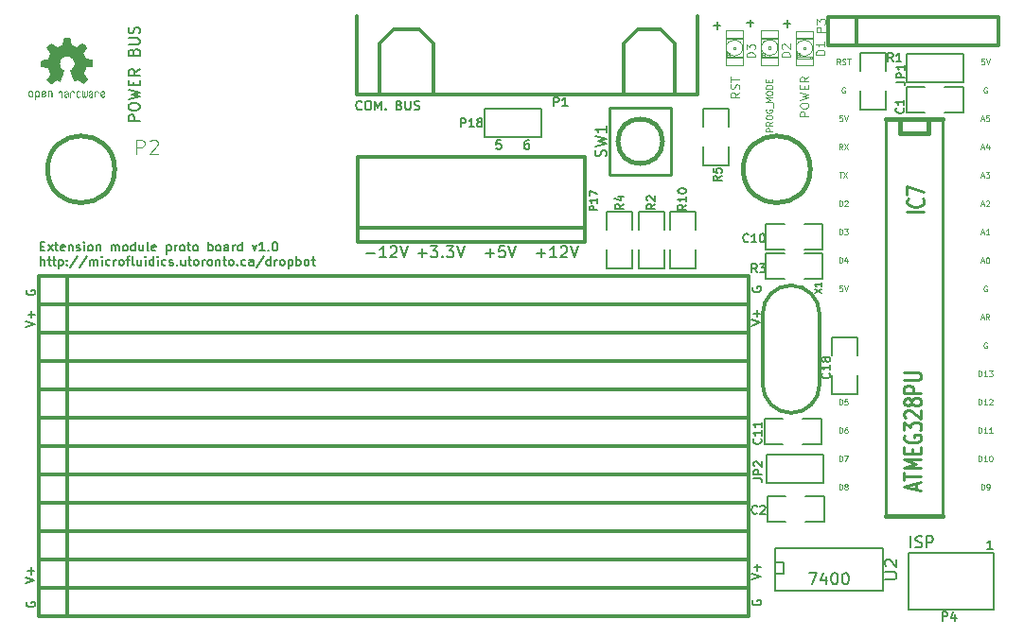
<source format=gto>
G04 (created by PCBNEW (2013-07-07 BZR 4022)-stable) date 08/05/2014 10:59:01 AM*
%MOIN*%
G04 Gerber Fmt 3.4, Leading zero omitted, Abs format*
%FSLAX34Y34*%
G01*
G70*
G90*
G04 APERTURE LIST*
%ADD10C,0.00590551*%
%ADD11C,0.00738189*%
%ADD12C,0.00787402*%
%ADD13C,0.015*%
%ADD14C,0.012*%
%ADD15C,0.005*%
%ADD16C,0.01*%
%ADD17C,0.0175*%
%ADD18C,0.0026*%
%ADD19C,0.004*%
%ADD20C,0.0125*%
%ADD21C,0.008*%
%ADD22C,0.0001*%
%ADD23C,0.006*%
%ADD24C,0.011811*%
%ADD25C,0.0035*%
%ADD26C,0.00393701*%
%ADD27C,0.01125*%
%ADD28C,0.0113*%
%ADD29C,0.0039*%
%ADD30C,0.00688976*%
G04 APERTURE END LIST*
G54D10*
G54D11*
X31700Y-10591D02*
X31940Y-10591D01*
X31820Y-10711D02*
X31820Y-10471D01*
X32992Y-10613D02*
X33232Y-10613D01*
X33112Y-10733D02*
X33112Y-10493D01*
X30532Y-10675D02*
X30772Y-10675D01*
X30652Y-10795D02*
X30652Y-10555D01*
X24009Y-14727D02*
X23949Y-14727D01*
X23919Y-14742D01*
X23904Y-14757D01*
X23874Y-14802D01*
X23859Y-14862D01*
X23859Y-14982D01*
X23874Y-15012D01*
X23889Y-15027D01*
X23919Y-15042D01*
X23979Y-15042D01*
X24009Y-15027D01*
X24024Y-15012D01*
X24039Y-14982D01*
X24039Y-14907D01*
X24024Y-14877D01*
X24009Y-14862D01*
X23979Y-14847D01*
X23919Y-14847D01*
X23889Y-14862D01*
X23874Y-14877D01*
X23859Y-14907D01*
X23029Y-14722D02*
X22879Y-14722D01*
X22864Y-14872D01*
X22879Y-14857D01*
X22909Y-14842D01*
X22984Y-14842D01*
X23014Y-14857D01*
X23029Y-14872D01*
X23044Y-14902D01*
X23044Y-14977D01*
X23029Y-15007D01*
X23014Y-15022D01*
X22984Y-15037D01*
X22909Y-15037D01*
X22879Y-15022D01*
X22864Y-15007D01*
X40354Y-29147D02*
X40174Y-29147D01*
X40264Y-29147D02*
X40264Y-28832D01*
X40234Y-28877D01*
X40204Y-28907D01*
X40174Y-28922D01*
X31857Y-21265D02*
X32172Y-21160D01*
X31857Y-21055D01*
X32052Y-20950D02*
X32052Y-20710D01*
X32172Y-20830D02*
X31932Y-20830D01*
X31892Y-19900D02*
X31877Y-19930D01*
X31877Y-19975D01*
X31892Y-20020D01*
X31922Y-20050D01*
X31952Y-20065D01*
X32012Y-20080D01*
X32057Y-20080D01*
X32117Y-20065D01*
X32147Y-20050D01*
X32177Y-20020D01*
X32192Y-19975D01*
X32192Y-19945D01*
X32177Y-19900D01*
X32162Y-19885D01*
X32057Y-19885D01*
X32057Y-19945D01*
X31892Y-30945D02*
X31877Y-30975D01*
X31877Y-31020D01*
X31892Y-31065D01*
X31922Y-31095D01*
X31952Y-31110D01*
X32012Y-31125D01*
X32057Y-31125D01*
X32117Y-31110D01*
X32147Y-31095D01*
X32177Y-31065D01*
X32192Y-31020D01*
X32192Y-30990D01*
X32177Y-30945D01*
X32162Y-30930D01*
X32057Y-30930D01*
X32057Y-30990D01*
X31867Y-30225D02*
X32182Y-30120D01*
X31867Y-30015D01*
X32062Y-29910D02*
X32062Y-29670D01*
X32182Y-29790D02*
X31942Y-29790D01*
X6302Y-21305D02*
X6617Y-21200D01*
X6302Y-21095D01*
X6497Y-20990D02*
X6497Y-20750D01*
X6617Y-20870D02*
X6377Y-20870D01*
X6327Y-31010D02*
X6312Y-31040D01*
X6312Y-31085D01*
X6327Y-31130D01*
X6357Y-31160D01*
X6387Y-31175D01*
X6447Y-31190D01*
X6492Y-31190D01*
X6552Y-31175D01*
X6582Y-31160D01*
X6612Y-31130D01*
X6627Y-31085D01*
X6627Y-31055D01*
X6612Y-31010D01*
X6597Y-30995D01*
X6492Y-30995D01*
X6492Y-31055D01*
X6287Y-30345D02*
X6602Y-30240D01*
X6287Y-30135D01*
X6482Y-30030D02*
X6482Y-29790D01*
X6602Y-29910D02*
X6362Y-29910D01*
X6327Y-20010D02*
X6312Y-20040D01*
X6312Y-20085D01*
X6327Y-20130D01*
X6357Y-20160D01*
X6387Y-20175D01*
X6447Y-20190D01*
X6492Y-20190D01*
X6552Y-20175D01*
X6582Y-20160D01*
X6612Y-20130D01*
X6627Y-20085D01*
X6627Y-20055D01*
X6612Y-20010D01*
X6597Y-19995D01*
X6492Y-19995D01*
X6492Y-20055D01*
G54D12*
X24304Y-18703D02*
X24604Y-18703D01*
X24454Y-18853D02*
X24454Y-18553D01*
X24998Y-18853D02*
X24773Y-18853D01*
X24885Y-18853D02*
X24885Y-18459D01*
X24848Y-18515D01*
X24810Y-18553D01*
X24773Y-18572D01*
X25147Y-18497D02*
X25166Y-18478D01*
X25204Y-18459D01*
X25297Y-18459D01*
X25335Y-18478D01*
X25354Y-18497D01*
X25372Y-18534D01*
X25372Y-18572D01*
X25354Y-18628D01*
X25129Y-18853D01*
X25372Y-18853D01*
X25485Y-18459D02*
X25616Y-18853D01*
X25747Y-18459D01*
X22491Y-18703D02*
X22791Y-18703D01*
X22641Y-18853D02*
X22641Y-18553D01*
X23166Y-18459D02*
X22979Y-18459D01*
X22960Y-18647D01*
X22979Y-18628D01*
X23016Y-18609D01*
X23110Y-18609D01*
X23147Y-18628D01*
X23166Y-18647D01*
X23185Y-18684D01*
X23185Y-18778D01*
X23166Y-18815D01*
X23147Y-18834D01*
X23110Y-18853D01*
X23016Y-18853D01*
X22979Y-18834D01*
X22960Y-18815D01*
X23297Y-18459D02*
X23429Y-18853D01*
X23560Y-18459D01*
X18304Y-18703D02*
X18604Y-18703D01*
X18998Y-18853D02*
X18773Y-18853D01*
X18885Y-18853D02*
X18885Y-18459D01*
X18848Y-18515D01*
X18810Y-18553D01*
X18773Y-18572D01*
X19147Y-18497D02*
X19166Y-18478D01*
X19204Y-18459D01*
X19297Y-18459D01*
X19335Y-18478D01*
X19354Y-18497D01*
X19372Y-18534D01*
X19372Y-18572D01*
X19354Y-18628D01*
X19129Y-18853D01*
X19372Y-18853D01*
X19485Y-18459D02*
X19616Y-18853D01*
X19747Y-18459D01*
X20110Y-18703D02*
X20410Y-18703D01*
X20260Y-18853D02*
X20260Y-18553D01*
X20560Y-18459D02*
X20804Y-18459D01*
X20673Y-18609D01*
X20729Y-18609D01*
X20766Y-18628D01*
X20785Y-18647D01*
X20804Y-18684D01*
X20804Y-18778D01*
X20785Y-18815D01*
X20766Y-18834D01*
X20729Y-18853D01*
X20616Y-18853D01*
X20579Y-18834D01*
X20560Y-18815D01*
X20972Y-18815D02*
X20991Y-18834D01*
X20972Y-18853D01*
X20954Y-18834D01*
X20972Y-18815D01*
X20972Y-18853D01*
X21122Y-18459D02*
X21366Y-18459D01*
X21235Y-18609D01*
X21291Y-18609D01*
X21329Y-18628D01*
X21347Y-18647D01*
X21366Y-18684D01*
X21366Y-18778D01*
X21347Y-18815D01*
X21329Y-18834D01*
X21291Y-18853D01*
X21179Y-18853D01*
X21141Y-18834D01*
X21122Y-18815D01*
X21479Y-18459D02*
X21610Y-18853D01*
X21741Y-18459D01*
X10309Y-14049D02*
X9915Y-14049D01*
X9915Y-13899D01*
X9934Y-13862D01*
X9953Y-13843D01*
X9990Y-13824D01*
X10046Y-13824D01*
X10084Y-13843D01*
X10103Y-13862D01*
X10121Y-13899D01*
X10121Y-14049D01*
X9915Y-13581D02*
X9915Y-13506D01*
X9934Y-13468D01*
X9971Y-13431D01*
X10046Y-13412D01*
X10178Y-13412D01*
X10253Y-13431D01*
X10290Y-13468D01*
X10309Y-13506D01*
X10309Y-13581D01*
X10290Y-13618D01*
X10253Y-13656D01*
X10178Y-13674D01*
X10046Y-13674D01*
X9971Y-13656D01*
X9934Y-13618D01*
X9915Y-13581D01*
X9915Y-13281D02*
X10309Y-13187D01*
X10028Y-13112D01*
X10309Y-13037D01*
X9915Y-12943D01*
X10103Y-12793D02*
X10103Y-12662D01*
X10309Y-12606D02*
X10309Y-12793D01*
X9915Y-12793D01*
X9915Y-12606D01*
X10309Y-12212D02*
X10121Y-12343D01*
X10309Y-12437D02*
X9915Y-12437D01*
X9915Y-12287D01*
X9934Y-12250D01*
X9953Y-12231D01*
X9990Y-12212D01*
X10046Y-12212D01*
X10084Y-12231D01*
X10103Y-12250D01*
X10121Y-12287D01*
X10121Y-12437D01*
X10103Y-11612D02*
X10121Y-11556D01*
X10140Y-11537D01*
X10178Y-11518D01*
X10234Y-11518D01*
X10271Y-11537D01*
X10290Y-11556D01*
X10309Y-11593D01*
X10309Y-11743D01*
X9915Y-11743D01*
X9915Y-11612D01*
X9934Y-11575D01*
X9953Y-11556D01*
X9990Y-11537D01*
X10028Y-11537D01*
X10065Y-11556D01*
X10084Y-11575D01*
X10103Y-11612D01*
X10103Y-11743D01*
X9915Y-11350D02*
X10234Y-11350D01*
X10271Y-11331D01*
X10290Y-11312D01*
X10309Y-11275D01*
X10309Y-11200D01*
X10290Y-11162D01*
X10271Y-11143D01*
X10234Y-11125D01*
X9915Y-11125D01*
X10290Y-10956D02*
X10309Y-10900D01*
X10309Y-10806D01*
X10290Y-10768D01*
X10271Y-10750D01*
X10234Y-10731D01*
X10196Y-10731D01*
X10159Y-10750D01*
X10140Y-10768D01*
X10121Y-10806D01*
X10103Y-10881D01*
X10084Y-10918D01*
X10065Y-10937D01*
X10028Y-10956D01*
X9990Y-10956D01*
X9953Y-10937D01*
X9934Y-10918D01*
X9915Y-10881D01*
X9915Y-10787D01*
X9934Y-10731D01*
X18135Y-13622D02*
X18120Y-13637D01*
X18075Y-13652D01*
X18045Y-13652D01*
X18000Y-13637D01*
X17970Y-13607D01*
X17955Y-13577D01*
X17940Y-13517D01*
X17940Y-13472D01*
X17955Y-13412D01*
X17970Y-13382D01*
X18000Y-13352D01*
X18045Y-13337D01*
X18075Y-13337D01*
X18120Y-13352D01*
X18135Y-13367D01*
X18330Y-13337D02*
X18390Y-13337D01*
X18420Y-13352D01*
X18450Y-13382D01*
X18465Y-13442D01*
X18465Y-13547D01*
X18450Y-13607D01*
X18420Y-13637D01*
X18390Y-13652D01*
X18330Y-13652D01*
X18300Y-13637D01*
X18270Y-13607D01*
X18255Y-13547D01*
X18255Y-13442D01*
X18270Y-13382D01*
X18300Y-13352D01*
X18330Y-13337D01*
X18600Y-13652D02*
X18600Y-13337D01*
X18705Y-13562D01*
X18810Y-13337D01*
X18810Y-13652D01*
X18960Y-13622D02*
X18975Y-13637D01*
X18960Y-13652D01*
X18945Y-13637D01*
X18960Y-13622D01*
X18960Y-13652D01*
X19454Y-13487D02*
X19499Y-13502D01*
X19514Y-13517D01*
X19529Y-13547D01*
X19529Y-13592D01*
X19514Y-13622D01*
X19499Y-13637D01*
X19469Y-13652D01*
X19349Y-13652D01*
X19349Y-13337D01*
X19454Y-13337D01*
X19484Y-13352D01*
X19499Y-13367D01*
X19514Y-13397D01*
X19514Y-13427D01*
X19499Y-13457D01*
X19484Y-13472D01*
X19454Y-13487D01*
X19349Y-13487D01*
X19664Y-13337D02*
X19664Y-13592D01*
X19679Y-13622D01*
X19694Y-13637D01*
X19724Y-13652D01*
X19784Y-13652D01*
X19814Y-13637D01*
X19829Y-13622D01*
X19844Y-13592D01*
X19844Y-13337D01*
X19979Y-13637D02*
X20024Y-13652D01*
X20099Y-13652D01*
X20129Y-13637D01*
X20144Y-13622D01*
X20159Y-13592D01*
X20159Y-13562D01*
X20144Y-13532D01*
X20129Y-13517D01*
X20099Y-13502D01*
X20039Y-13487D01*
X20009Y-13472D01*
X19994Y-13457D01*
X19979Y-13427D01*
X19979Y-13397D01*
X19994Y-13367D01*
X20009Y-13352D01*
X20039Y-13337D01*
X20114Y-13337D01*
X20159Y-13352D01*
X37470Y-29084D02*
X37470Y-28690D01*
X37639Y-29065D02*
X37695Y-29084D01*
X37789Y-29084D01*
X37826Y-29065D01*
X37845Y-29046D01*
X37864Y-29009D01*
X37864Y-28971D01*
X37845Y-28934D01*
X37826Y-28915D01*
X37789Y-28896D01*
X37714Y-28878D01*
X37676Y-28859D01*
X37658Y-28840D01*
X37639Y-28803D01*
X37639Y-28765D01*
X37658Y-28728D01*
X37676Y-28709D01*
X37714Y-28690D01*
X37808Y-28690D01*
X37864Y-28709D01*
X38033Y-29084D02*
X38033Y-28690D01*
X38183Y-28690D01*
X38220Y-28709D01*
X38239Y-28728D01*
X38258Y-28765D01*
X38258Y-28821D01*
X38239Y-28859D01*
X38220Y-28878D01*
X38183Y-28896D01*
X38033Y-28896D01*
G54D11*
X6824Y-18462D02*
X6929Y-18462D01*
X6974Y-18627D02*
X6824Y-18627D01*
X6824Y-18312D01*
X6974Y-18312D01*
X7079Y-18627D02*
X7244Y-18417D01*
X7079Y-18417D02*
X7244Y-18627D01*
X7319Y-18417D02*
X7439Y-18417D01*
X7364Y-18312D02*
X7364Y-18582D01*
X7379Y-18612D01*
X7409Y-18627D01*
X7439Y-18627D01*
X7664Y-18612D02*
X7634Y-18627D01*
X7574Y-18627D01*
X7544Y-18612D01*
X7529Y-18582D01*
X7529Y-18462D01*
X7544Y-18432D01*
X7574Y-18417D01*
X7634Y-18417D01*
X7664Y-18432D01*
X7679Y-18462D01*
X7679Y-18492D01*
X7529Y-18522D01*
X7814Y-18417D02*
X7814Y-18627D01*
X7814Y-18447D02*
X7829Y-18432D01*
X7859Y-18417D01*
X7904Y-18417D01*
X7934Y-18432D01*
X7949Y-18462D01*
X7949Y-18627D01*
X8084Y-18612D02*
X8114Y-18627D01*
X8174Y-18627D01*
X8204Y-18612D01*
X8219Y-18582D01*
X8219Y-18567D01*
X8204Y-18537D01*
X8174Y-18522D01*
X8129Y-18522D01*
X8099Y-18507D01*
X8084Y-18477D01*
X8084Y-18462D01*
X8099Y-18432D01*
X8129Y-18417D01*
X8174Y-18417D01*
X8204Y-18432D01*
X8354Y-18627D02*
X8354Y-18417D01*
X8354Y-18312D02*
X8339Y-18327D01*
X8354Y-18342D01*
X8369Y-18327D01*
X8354Y-18312D01*
X8354Y-18342D01*
X8549Y-18627D02*
X8519Y-18612D01*
X8504Y-18597D01*
X8489Y-18567D01*
X8489Y-18477D01*
X8504Y-18447D01*
X8519Y-18432D01*
X8549Y-18417D01*
X8594Y-18417D01*
X8624Y-18432D01*
X8639Y-18447D01*
X8654Y-18477D01*
X8654Y-18567D01*
X8639Y-18597D01*
X8624Y-18612D01*
X8594Y-18627D01*
X8549Y-18627D01*
X8789Y-18417D02*
X8789Y-18627D01*
X8789Y-18447D02*
X8804Y-18432D01*
X8834Y-18417D01*
X8879Y-18417D01*
X8909Y-18432D01*
X8924Y-18462D01*
X8924Y-18627D01*
X9314Y-18627D02*
X9314Y-18417D01*
X9314Y-18447D02*
X9329Y-18432D01*
X9359Y-18417D01*
X9404Y-18417D01*
X9434Y-18432D01*
X9449Y-18462D01*
X9449Y-18627D01*
X9449Y-18462D02*
X9464Y-18432D01*
X9494Y-18417D01*
X9539Y-18417D01*
X9569Y-18432D01*
X9584Y-18462D01*
X9584Y-18627D01*
X9779Y-18627D02*
X9749Y-18612D01*
X9734Y-18597D01*
X9719Y-18567D01*
X9719Y-18477D01*
X9734Y-18447D01*
X9749Y-18432D01*
X9779Y-18417D01*
X9824Y-18417D01*
X9854Y-18432D01*
X9869Y-18447D01*
X9884Y-18477D01*
X9884Y-18567D01*
X9869Y-18597D01*
X9854Y-18612D01*
X9824Y-18627D01*
X9779Y-18627D01*
X10154Y-18627D02*
X10154Y-18312D01*
X10154Y-18612D02*
X10124Y-18627D01*
X10064Y-18627D01*
X10034Y-18612D01*
X10019Y-18597D01*
X10004Y-18567D01*
X10004Y-18477D01*
X10019Y-18447D01*
X10034Y-18432D01*
X10064Y-18417D01*
X10124Y-18417D01*
X10154Y-18432D01*
X10439Y-18417D02*
X10439Y-18627D01*
X10304Y-18417D02*
X10304Y-18582D01*
X10319Y-18612D01*
X10349Y-18627D01*
X10394Y-18627D01*
X10424Y-18612D01*
X10439Y-18597D01*
X10634Y-18627D02*
X10604Y-18612D01*
X10589Y-18582D01*
X10589Y-18312D01*
X10874Y-18612D02*
X10844Y-18627D01*
X10784Y-18627D01*
X10754Y-18612D01*
X10739Y-18582D01*
X10739Y-18462D01*
X10754Y-18432D01*
X10784Y-18417D01*
X10844Y-18417D01*
X10874Y-18432D01*
X10889Y-18462D01*
X10889Y-18492D01*
X10739Y-18522D01*
X11264Y-18417D02*
X11264Y-18732D01*
X11264Y-18432D02*
X11294Y-18417D01*
X11354Y-18417D01*
X11384Y-18432D01*
X11399Y-18447D01*
X11414Y-18477D01*
X11414Y-18567D01*
X11399Y-18597D01*
X11384Y-18612D01*
X11354Y-18627D01*
X11294Y-18627D01*
X11264Y-18612D01*
X11549Y-18627D02*
X11549Y-18417D01*
X11549Y-18477D02*
X11564Y-18447D01*
X11579Y-18432D01*
X11609Y-18417D01*
X11639Y-18417D01*
X11789Y-18627D02*
X11759Y-18612D01*
X11744Y-18597D01*
X11729Y-18567D01*
X11729Y-18477D01*
X11744Y-18447D01*
X11759Y-18432D01*
X11789Y-18417D01*
X11834Y-18417D01*
X11864Y-18432D01*
X11879Y-18447D01*
X11894Y-18477D01*
X11894Y-18567D01*
X11879Y-18597D01*
X11864Y-18612D01*
X11834Y-18627D01*
X11789Y-18627D01*
X11984Y-18417D02*
X12104Y-18417D01*
X12029Y-18312D02*
X12029Y-18582D01*
X12044Y-18612D01*
X12074Y-18627D01*
X12104Y-18627D01*
X12254Y-18627D02*
X12224Y-18612D01*
X12209Y-18597D01*
X12194Y-18567D01*
X12194Y-18477D01*
X12209Y-18447D01*
X12224Y-18432D01*
X12254Y-18417D01*
X12299Y-18417D01*
X12329Y-18432D01*
X12344Y-18447D01*
X12359Y-18477D01*
X12359Y-18567D01*
X12344Y-18597D01*
X12329Y-18612D01*
X12299Y-18627D01*
X12254Y-18627D01*
X12734Y-18627D02*
X12734Y-18312D01*
X12734Y-18432D02*
X12764Y-18417D01*
X12824Y-18417D01*
X12854Y-18432D01*
X12869Y-18447D01*
X12884Y-18477D01*
X12884Y-18567D01*
X12869Y-18597D01*
X12854Y-18612D01*
X12824Y-18627D01*
X12764Y-18627D01*
X12734Y-18612D01*
X13064Y-18627D02*
X13034Y-18612D01*
X13019Y-18597D01*
X13004Y-18567D01*
X13004Y-18477D01*
X13019Y-18447D01*
X13034Y-18432D01*
X13064Y-18417D01*
X13109Y-18417D01*
X13139Y-18432D01*
X13154Y-18447D01*
X13169Y-18477D01*
X13169Y-18567D01*
X13154Y-18597D01*
X13139Y-18612D01*
X13109Y-18627D01*
X13064Y-18627D01*
X13439Y-18627D02*
X13439Y-18462D01*
X13424Y-18432D01*
X13394Y-18417D01*
X13334Y-18417D01*
X13304Y-18432D01*
X13439Y-18612D02*
X13409Y-18627D01*
X13334Y-18627D01*
X13304Y-18612D01*
X13289Y-18582D01*
X13289Y-18552D01*
X13304Y-18522D01*
X13334Y-18507D01*
X13409Y-18507D01*
X13439Y-18492D01*
X13589Y-18627D02*
X13589Y-18417D01*
X13589Y-18477D02*
X13604Y-18447D01*
X13619Y-18432D01*
X13649Y-18417D01*
X13679Y-18417D01*
X13919Y-18627D02*
X13919Y-18312D01*
X13919Y-18612D02*
X13889Y-18627D01*
X13829Y-18627D01*
X13799Y-18612D01*
X13784Y-18597D01*
X13769Y-18567D01*
X13769Y-18477D01*
X13784Y-18447D01*
X13799Y-18432D01*
X13829Y-18417D01*
X13889Y-18417D01*
X13919Y-18432D01*
X14279Y-18417D02*
X14354Y-18627D01*
X14429Y-18417D01*
X14714Y-18627D02*
X14534Y-18627D01*
X14624Y-18627D02*
X14624Y-18312D01*
X14594Y-18357D01*
X14564Y-18387D01*
X14534Y-18402D01*
X14848Y-18597D02*
X14863Y-18612D01*
X14848Y-18627D01*
X14833Y-18612D01*
X14848Y-18597D01*
X14848Y-18627D01*
X15058Y-18312D02*
X15088Y-18312D01*
X15118Y-18327D01*
X15133Y-18342D01*
X15148Y-18372D01*
X15163Y-18432D01*
X15163Y-18507D01*
X15148Y-18567D01*
X15133Y-18597D01*
X15118Y-18612D01*
X15088Y-18627D01*
X15058Y-18627D01*
X15028Y-18612D01*
X15013Y-18597D01*
X14998Y-18567D01*
X14983Y-18507D01*
X14983Y-18432D01*
X14998Y-18372D01*
X15013Y-18342D01*
X15028Y-18327D01*
X15058Y-18312D01*
X6824Y-19142D02*
X6824Y-18827D01*
X6959Y-19142D02*
X6959Y-18977D01*
X6944Y-18947D01*
X6914Y-18932D01*
X6869Y-18932D01*
X6839Y-18947D01*
X6824Y-18962D01*
X7064Y-18932D02*
X7184Y-18932D01*
X7109Y-18827D02*
X7109Y-19097D01*
X7124Y-19127D01*
X7154Y-19142D01*
X7184Y-19142D01*
X7244Y-18932D02*
X7364Y-18932D01*
X7289Y-18827D02*
X7289Y-19097D01*
X7304Y-19127D01*
X7334Y-19142D01*
X7364Y-19142D01*
X7469Y-18932D02*
X7469Y-19247D01*
X7469Y-18947D02*
X7499Y-18932D01*
X7559Y-18932D01*
X7589Y-18947D01*
X7604Y-18962D01*
X7619Y-18992D01*
X7619Y-19082D01*
X7604Y-19112D01*
X7589Y-19127D01*
X7559Y-19142D01*
X7499Y-19142D01*
X7469Y-19127D01*
X7754Y-19112D02*
X7769Y-19127D01*
X7754Y-19142D01*
X7739Y-19127D01*
X7754Y-19112D01*
X7754Y-19142D01*
X7754Y-18947D02*
X7769Y-18962D01*
X7754Y-18977D01*
X7739Y-18962D01*
X7754Y-18947D01*
X7754Y-18977D01*
X8129Y-18812D02*
X7859Y-19217D01*
X8459Y-18812D02*
X8189Y-19217D01*
X8564Y-19142D02*
X8564Y-18932D01*
X8564Y-18962D02*
X8579Y-18947D01*
X8609Y-18932D01*
X8654Y-18932D01*
X8684Y-18947D01*
X8699Y-18977D01*
X8699Y-19142D01*
X8699Y-18977D02*
X8714Y-18947D01*
X8744Y-18932D01*
X8789Y-18932D01*
X8819Y-18947D01*
X8834Y-18977D01*
X8834Y-19142D01*
X8984Y-19142D02*
X8984Y-18932D01*
X8984Y-18827D02*
X8969Y-18842D01*
X8984Y-18857D01*
X8999Y-18842D01*
X8984Y-18827D01*
X8984Y-18857D01*
X9269Y-19127D02*
X9239Y-19142D01*
X9179Y-19142D01*
X9149Y-19127D01*
X9134Y-19112D01*
X9119Y-19082D01*
X9119Y-18992D01*
X9134Y-18962D01*
X9149Y-18947D01*
X9179Y-18932D01*
X9239Y-18932D01*
X9269Y-18947D01*
X9404Y-19142D02*
X9404Y-18932D01*
X9404Y-18992D02*
X9419Y-18962D01*
X9434Y-18947D01*
X9464Y-18932D01*
X9494Y-18932D01*
X9644Y-19142D02*
X9614Y-19127D01*
X9599Y-19112D01*
X9584Y-19082D01*
X9584Y-18992D01*
X9599Y-18962D01*
X9614Y-18947D01*
X9644Y-18932D01*
X9689Y-18932D01*
X9719Y-18947D01*
X9734Y-18962D01*
X9749Y-18992D01*
X9749Y-19082D01*
X9734Y-19112D01*
X9719Y-19127D01*
X9689Y-19142D01*
X9644Y-19142D01*
X9839Y-18932D02*
X9959Y-18932D01*
X9884Y-19142D02*
X9884Y-18872D01*
X9899Y-18842D01*
X9929Y-18827D01*
X9959Y-18827D01*
X10109Y-19142D02*
X10079Y-19127D01*
X10064Y-19097D01*
X10064Y-18827D01*
X10364Y-18932D02*
X10364Y-19142D01*
X10229Y-18932D02*
X10229Y-19097D01*
X10244Y-19127D01*
X10274Y-19142D01*
X10319Y-19142D01*
X10349Y-19127D01*
X10364Y-19112D01*
X10514Y-19142D02*
X10514Y-18932D01*
X10514Y-18827D02*
X10499Y-18842D01*
X10514Y-18857D01*
X10529Y-18842D01*
X10514Y-18827D01*
X10514Y-18857D01*
X10799Y-19142D02*
X10799Y-18827D01*
X10799Y-19127D02*
X10769Y-19142D01*
X10709Y-19142D01*
X10679Y-19127D01*
X10664Y-19112D01*
X10649Y-19082D01*
X10649Y-18992D01*
X10664Y-18962D01*
X10679Y-18947D01*
X10709Y-18932D01*
X10769Y-18932D01*
X10799Y-18947D01*
X10949Y-19142D02*
X10949Y-18932D01*
X10949Y-18827D02*
X10934Y-18842D01*
X10949Y-18857D01*
X10964Y-18842D01*
X10949Y-18827D01*
X10949Y-18857D01*
X11234Y-19127D02*
X11204Y-19142D01*
X11144Y-19142D01*
X11114Y-19127D01*
X11099Y-19112D01*
X11084Y-19082D01*
X11084Y-18992D01*
X11099Y-18962D01*
X11114Y-18947D01*
X11144Y-18932D01*
X11204Y-18932D01*
X11234Y-18947D01*
X11354Y-19127D02*
X11384Y-19142D01*
X11444Y-19142D01*
X11474Y-19127D01*
X11489Y-19097D01*
X11489Y-19082D01*
X11474Y-19052D01*
X11444Y-19037D01*
X11399Y-19037D01*
X11369Y-19022D01*
X11354Y-18992D01*
X11354Y-18977D01*
X11369Y-18947D01*
X11399Y-18932D01*
X11444Y-18932D01*
X11474Y-18947D01*
X11624Y-19112D02*
X11639Y-19127D01*
X11624Y-19142D01*
X11609Y-19127D01*
X11624Y-19112D01*
X11624Y-19142D01*
X11909Y-18932D02*
X11909Y-19142D01*
X11774Y-18932D02*
X11774Y-19097D01*
X11789Y-19127D01*
X11819Y-19142D01*
X11864Y-19142D01*
X11894Y-19127D01*
X11909Y-19112D01*
X12014Y-18932D02*
X12134Y-18932D01*
X12059Y-18827D02*
X12059Y-19097D01*
X12074Y-19127D01*
X12104Y-19142D01*
X12134Y-19142D01*
X12284Y-19142D02*
X12254Y-19127D01*
X12239Y-19112D01*
X12224Y-19082D01*
X12224Y-18992D01*
X12239Y-18962D01*
X12254Y-18947D01*
X12284Y-18932D01*
X12329Y-18932D01*
X12359Y-18947D01*
X12374Y-18962D01*
X12389Y-18992D01*
X12389Y-19082D01*
X12374Y-19112D01*
X12359Y-19127D01*
X12329Y-19142D01*
X12284Y-19142D01*
X12524Y-19142D02*
X12524Y-18932D01*
X12524Y-18992D02*
X12539Y-18962D01*
X12554Y-18947D01*
X12584Y-18932D01*
X12614Y-18932D01*
X12764Y-19142D02*
X12734Y-19127D01*
X12719Y-19112D01*
X12704Y-19082D01*
X12704Y-18992D01*
X12719Y-18962D01*
X12734Y-18947D01*
X12764Y-18932D01*
X12809Y-18932D01*
X12839Y-18947D01*
X12854Y-18962D01*
X12869Y-18992D01*
X12869Y-19082D01*
X12854Y-19112D01*
X12839Y-19127D01*
X12809Y-19142D01*
X12764Y-19142D01*
X13004Y-18932D02*
X13004Y-19142D01*
X13004Y-18962D02*
X13019Y-18947D01*
X13049Y-18932D01*
X13094Y-18932D01*
X13124Y-18947D01*
X13139Y-18977D01*
X13139Y-19142D01*
X13244Y-18932D02*
X13364Y-18932D01*
X13289Y-18827D02*
X13289Y-19097D01*
X13304Y-19127D01*
X13334Y-19142D01*
X13364Y-19142D01*
X13514Y-19142D02*
X13484Y-19127D01*
X13469Y-19112D01*
X13454Y-19082D01*
X13454Y-18992D01*
X13469Y-18962D01*
X13484Y-18947D01*
X13514Y-18932D01*
X13559Y-18932D01*
X13589Y-18947D01*
X13604Y-18962D01*
X13619Y-18992D01*
X13619Y-19082D01*
X13604Y-19112D01*
X13589Y-19127D01*
X13559Y-19142D01*
X13514Y-19142D01*
X13754Y-19112D02*
X13769Y-19127D01*
X13754Y-19142D01*
X13739Y-19127D01*
X13754Y-19112D01*
X13754Y-19142D01*
X14039Y-19127D02*
X14009Y-19142D01*
X13949Y-19142D01*
X13919Y-19127D01*
X13904Y-19112D01*
X13889Y-19082D01*
X13889Y-18992D01*
X13904Y-18962D01*
X13919Y-18947D01*
X13949Y-18932D01*
X14009Y-18932D01*
X14039Y-18947D01*
X14309Y-19142D02*
X14309Y-18977D01*
X14294Y-18947D01*
X14264Y-18932D01*
X14204Y-18932D01*
X14174Y-18947D01*
X14309Y-19127D02*
X14279Y-19142D01*
X14204Y-19142D01*
X14174Y-19127D01*
X14159Y-19097D01*
X14159Y-19067D01*
X14174Y-19037D01*
X14204Y-19022D01*
X14279Y-19022D01*
X14309Y-19007D01*
X14684Y-18812D02*
X14414Y-19217D01*
X14923Y-19142D02*
X14923Y-18827D01*
X14923Y-19127D02*
X14893Y-19142D01*
X14833Y-19142D01*
X14803Y-19127D01*
X14788Y-19112D01*
X14773Y-19082D01*
X14773Y-18992D01*
X14788Y-18962D01*
X14803Y-18947D01*
X14833Y-18932D01*
X14893Y-18932D01*
X14923Y-18947D01*
X15073Y-19142D02*
X15073Y-18932D01*
X15073Y-18992D02*
X15088Y-18962D01*
X15103Y-18947D01*
X15133Y-18932D01*
X15163Y-18932D01*
X15313Y-19142D02*
X15283Y-19127D01*
X15268Y-19112D01*
X15253Y-19082D01*
X15253Y-18992D01*
X15268Y-18962D01*
X15283Y-18947D01*
X15313Y-18932D01*
X15358Y-18932D01*
X15388Y-18947D01*
X15403Y-18962D01*
X15418Y-18992D01*
X15418Y-19082D01*
X15403Y-19112D01*
X15388Y-19127D01*
X15358Y-19142D01*
X15313Y-19142D01*
X15553Y-18932D02*
X15553Y-19247D01*
X15553Y-18947D02*
X15583Y-18932D01*
X15643Y-18932D01*
X15673Y-18947D01*
X15688Y-18962D01*
X15703Y-18992D01*
X15703Y-19082D01*
X15688Y-19112D01*
X15673Y-19127D01*
X15643Y-19142D01*
X15583Y-19142D01*
X15553Y-19127D01*
X15838Y-19142D02*
X15838Y-18827D01*
X15838Y-18947D02*
X15868Y-18932D01*
X15928Y-18932D01*
X15958Y-18947D01*
X15973Y-18962D01*
X15988Y-18992D01*
X15988Y-19082D01*
X15973Y-19112D01*
X15958Y-19127D01*
X15928Y-19142D01*
X15868Y-19142D01*
X15838Y-19127D01*
X16168Y-19142D02*
X16138Y-19127D01*
X16123Y-19112D01*
X16108Y-19082D01*
X16108Y-18992D01*
X16123Y-18962D01*
X16138Y-18947D01*
X16168Y-18932D01*
X16213Y-18932D01*
X16243Y-18947D01*
X16258Y-18962D01*
X16273Y-18992D01*
X16273Y-19082D01*
X16258Y-19112D01*
X16243Y-19127D01*
X16213Y-19142D01*
X16168Y-19142D01*
X16363Y-18932D02*
X16483Y-18932D01*
X16408Y-18827D02*
X16408Y-19097D01*
X16423Y-19127D01*
X16453Y-19142D01*
X16483Y-19142D01*
G54D13*
X33931Y-15750D02*
G75*
G03X33931Y-15750I-1181J0D01*
G74*
G01*
X9431Y-15750D02*
G75*
G03X9431Y-15750I-1181J0D01*
G74*
G01*
G54D14*
X27350Y-13100D02*
X27350Y-11300D01*
X27350Y-11300D02*
X27850Y-10800D01*
X27850Y-10800D02*
X28650Y-10800D01*
X28650Y-10800D02*
X29150Y-11300D01*
X29150Y-11300D02*
X29150Y-13100D01*
X18750Y-13100D02*
X18750Y-11300D01*
X18750Y-11300D02*
X19250Y-10800D01*
X19250Y-10800D02*
X20150Y-10800D01*
X20150Y-10800D02*
X20650Y-11300D01*
X20650Y-11300D02*
X20650Y-13100D01*
X17950Y-13100D02*
X17950Y-10350D01*
X17950Y-13100D02*
X29950Y-13100D01*
X29950Y-13100D02*
X29950Y-10350D01*
G54D15*
X34314Y-25460D02*
X34314Y-24560D01*
X34314Y-24560D02*
X33664Y-24560D01*
X32964Y-25460D02*
X32314Y-25460D01*
X32314Y-25460D02*
X32314Y-24560D01*
X32314Y-24560D02*
X32964Y-24560D01*
X33664Y-25460D02*
X34314Y-25460D01*
G54D16*
X26857Y-15941D02*
X26857Y-13579D01*
X26857Y-13579D02*
X29023Y-13579D01*
X29023Y-13579D02*
X29023Y-15941D01*
X29023Y-15941D02*
X26857Y-15941D01*
G54D17*
X28727Y-14760D02*
G75*
G03X28727Y-14760I-787J0D01*
G74*
G01*
G54D14*
X34550Y-11392D02*
X34550Y-10392D01*
X34550Y-10392D02*
X40550Y-10392D01*
X40550Y-10392D02*
X40550Y-11392D01*
X40550Y-11392D02*
X34550Y-11392D01*
X35550Y-11392D02*
X35550Y-10392D01*
G54D16*
X36594Y-27970D02*
X36594Y-13970D01*
X38594Y-13970D02*
X38594Y-27970D01*
G54D13*
X38594Y-27970D02*
X36594Y-27970D01*
X36594Y-13970D02*
X38594Y-13970D01*
X38094Y-13970D02*
X38094Y-14470D01*
X38094Y-14470D02*
X37094Y-14470D01*
X37094Y-14470D02*
X37094Y-13970D01*
G54D15*
X32364Y-17680D02*
X32364Y-18580D01*
X32364Y-18580D02*
X33014Y-18580D01*
X33714Y-17680D02*
X34364Y-17680D01*
X34364Y-17680D02*
X34364Y-18580D01*
X34364Y-18580D02*
X33714Y-18580D01*
X33014Y-17680D02*
X32364Y-17680D01*
X29900Y-17240D02*
X29000Y-17240D01*
X29000Y-17240D02*
X29000Y-17890D01*
X29900Y-18590D02*
X29900Y-19240D01*
X29900Y-19240D02*
X29000Y-19240D01*
X29000Y-19240D02*
X29000Y-18590D01*
X29900Y-17890D02*
X29900Y-17240D01*
G54D18*
X33683Y-11435D02*
X33683Y-11513D01*
X33683Y-11513D02*
X33761Y-11513D01*
X33761Y-11435D02*
X33761Y-11513D01*
X33683Y-11435D02*
X33761Y-11435D01*
X33447Y-11651D02*
X33447Y-11788D01*
X33447Y-11788D02*
X33545Y-11788D01*
X33545Y-11651D02*
X33545Y-11788D01*
X33447Y-11651D02*
X33545Y-11651D01*
X33447Y-11788D02*
X33447Y-11828D01*
X33447Y-11828D02*
X33918Y-11828D01*
X33918Y-11788D02*
X33918Y-11828D01*
X33447Y-11788D02*
X33918Y-11788D01*
X33938Y-11788D02*
X33938Y-11828D01*
X33938Y-11828D02*
X33997Y-11828D01*
X33997Y-11788D02*
X33997Y-11828D01*
X33938Y-11788D02*
X33997Y-11788D01*
X33447Y-11120D02*
X33447Y-11160D01*
X33447Y-11160D02*
X33918Y-11160D01*
X33918Y-11120D02*
X33918Y-11160D01*
X33447Y-11120D02*
X33918Y-11120D01*
X33938Y-11120D02*
X33938Y-11160D01*
X33938Y-11160D02*
X33997Y-11160D01*
X33997Y-11120D02*
X33997Y-11160D01*
X33938Y-11120D02*
X33997Y-11120D01*
X33447Y-11651D02*
X33447Y-11710D01*
X33447Y-11710D02*
X33545Y-11710D01*
X33545Y-11651D02*
X33545Y-11710D01*
X33447Y-11651D02*
X33545Y-11651D01*
G54D19*
X33427Y-12084D02*
X33427Y-10864D01*
X33427Y-10864D02*
X34017Y-10864D01*
X34017Y-10864D02*
X34017Y-12084D01*
X34017Y-12084D02*
X33427Y-12084D01*
X33525Y-11258D02*
G75*
G03X33526Y-11690I196J-215D01*
G74*
G01*
X33918Y-11258D02*
G75*
G03X33526Y-11257I-196J-215D01*
G74*
G01*
X33918Y-11689D02*
G75*
G03X33917Y-11257I-196J215D01*
G74*
G01*
X33525Y-11689D02*
G75*
G03X33917Y-11690I196J215D01*
G74*
G01*
G54D20*
X34254Y-23340D02*
X34254Y-20840D01*
X32254Y-23340D02*
X32254Y-20840D01*
X33254Y-19840D02*
G75*
G03X32254Y-20840I0J-1000D01*
G74*
G01*
X34254Y-20840D02*
G75*
G03X33254Y-19840I-1000J0D01*
G74*
G01*
X32254Y-23340D02*
G75*
G03X33254Y-24340I1000J0D01*
G74*
G01*
X33254Y-24340D02*
G75*
G03X34254Y-23340I0J1000D01*
G74*
G01*
G54D15*
X35676Y-13640D02*
X36576Y-13640D01*
X36576Y-13640D02*
X36576Y-12990D01*
X35676Y-12290D02*
X35676Y-11640D01*
X35676Y-11640D02*
X36576Y-11640D01*
X36576Y-11640D02*
X36576Y-12290D01*
X35676Y-12990D02*
X35676Y-13640D01*
X34364Y-19610D02*
X34364Y-18710D01*
X34364Y-18710D02*
X33714Y-18710D01*
X33014Y-19610D02*
X32364Y-19610D01*
X32364Y-19610D02*
X32364Y-18710D01*
X32364Y-18710D02*
X33014Y-18710D01*
X33714Y-19610D02*
X34364Y-19610D01*
G54D21*
X37396Y-29272D02*
X40396Y-29272D01*
X40396Y-31272D02*
X37396Y-31272D01*
X37396Y-31272D02*
X37396Y-29272D01*
X40396Y-29272D02*
X40396Y-31272D01*
G54D22*
G36*
X7660Y-11120D02*
X7670Y-11120D01*
X7670Y-11130D01*
X7660Y-11130D01*
X7660Y-11120D01*
X7660Y-11120D01*
G37*
G36*
X7670Y-11120D02*
X7680Y-11120D01*
X7680Y-11130D01*
X7670Y-11130D01*
X7670Y-11120D01*
X7670Y-11120D01*
G37*
G36*
X7680Y-11120D02*
X7690Y-11120D01*
X7690Y-11130D01*
X7680Y-11130D01*
X7680Y-11120D01*
X7680Y-11120D01*
G37*
G36*
X7690Y-11120D02*
X7700Y-11120D01*
X7700Y-11130D01*
X7690Y-11130D01*
X7690Y-11120D01*
X7690Y-11120D01*
G37*
G36*
X7700Y-11120D02*
X7710Y-11120D01*
X7710Y-11130D01*
X7700Y-11130D01*
X7700Y-11120D01*
X7700Y-11120D01*
G37*
G36*
X7710Y-11120D02*
X7720Y-11120D01*
X7720Y-11130D01*
X7710Y-11130D01*
X7710Y-11120D01*
X7710Y-11120D01*
G37*
G36*
X7720Y-11120D02*
X7730Y-11120D01*
X7730Y-11130D01*
X7720Y-11130D01*
X7720Y-11120D01*
X7720Y-11120D01*
G37*
G36*
X7730Y-11120D02*
X7740Y-11120D01*
X7740Y-11130D01*
X7730Y-11130D01*
X7730Y-11120D01*
X7730Y-11120D01*
G37*
G36*
X7740Y-11120D02*
X7750Y-11120D01*
X7750Y-11130D01*
X7740Y-11130D01*
X7740Y-11120D01*
X7740Y-11120D01*
G37*
G36*
X7750Y-11120D02*
X7760Y-11120D01*
X7760Y-11130D01*
X7750Y-11130D01*
X7750Y-11120D01*
X7750Y-11120D01*
G37*
G36*
X7760Y-11120D02*
X7770Y-11120D01*
X7770Y-11130D01*
X7760Y-11130D01*
X7760Y-11120D01*
X7760Y-11120D01*
G37*
G36*
X7770Y-11120D02*
X7780Y-11120D01*
X7780Y-11130D01*
X7770Y-11130D01*
X7770Y-11120D01*
X7770Y-11120D01*
G37*
G36*
X7780Y-11120D02*
X7790Y-11120D01*
X7790Y-11130D01*
X7780Y-11130D01*
X7780Y-11120D01*
X7780Y-11120D01*
G37*
G36*
X7790Y-11120D02*
X7800Y-11120D01*
X7800Y-11130D01*
X7790Y-11130D01*
X7790Y-11120D01*
X7790Y-11120D01*
G37*
G36*
X7800Y-11120D02*
X7810Y-11120D01*
X7810Y-11130D01*
X7800Y-11130D01*
X7800Y-11120D01*
X7800Y-11120D01*
G37*
G36*
X7810Y-11120D02*
X7820Y-11120D01*
X7820Y-11130D01*
X7810Y-11130D01*
X7810Y-11120D01*
X7810Y-11120D01*
G37*
G36*
X7820Y-11120D02*
X7830Y-11120D01*
X7830Y-11130D01*
X7820Y-11130D01*
X7820Y-11120D01*
X7820Y-11120D01*
G37*
G36*
X7830Y-11120D02*
X7840Y-11120D01*
X7840Y-11130D01*
X7830Y-11130D01*
X7830Y-11120D01*
X7830Y-11120D01*
G37*
G36*
X7840Y-11120D02*
X7850Y-11120D01*
X7850Y-11130D01*
X7840Y-11130D01*
X7840Y-11120D01*
X7840Y-11120D01*
G37*
G36*
X7850Y-11120D02*
X7860Y-11120D01*
X7860Y-11130D01*
X7850Y-11130D01*
X7850Y-11120D01*
X7850Y-11120D01*
G37*
G36*
X7640Y-11130D02*
X7650Y-11130D01*
X7650Y-11140D01*
X7640Y-11140D01*
X7640Y-11130D01*
X7640Y-11130D01*
G37*
G36*
X7650Y-11130D02*
X7660Y-11130D01*
X7660Y-11140D01*
X7650Y-11140D01*
X7650Y-11130D01*
X7650Y-11130D01*
G37*
G36*
X7660Y-11130D02*
X7670Y-11130D01*
X7670Y-11140D01*
X7660Y-11140D01*
X7660Y-11130D01*
X7660Y-11130D01*
G37*
G36*
X7670Y-11130D02*
X7680Y-11130D01*
X7680Y-11140D01*
X7670Y-11140D01*
X7670Y-11130D01*
X7670Y-11130D01*
G37*
G36*
X7680Y-11130D02*
X7690Y-11130D01*
X7690Y-11140D01*
X7680Y-11140D01*
X7680Y-11130D01*
X7680Y-11130D01*
G37*
G36*
X7690Y-11130D02*
X7700Y-11130D01*
X7700Y-11140D01*
X7690Y-11140D01*
X7690Y-11130D01*
X7690Y-11130D01*
G37*
G36*
X7700Y-11130D02*
X7710Y-11130D01*
X7710Y-11140D01*
X7700Y-11140D01*
X7700Y-11130D01*
X7700Y-11130D01*
G37*
G36*
X7710Y-11130D02*
X7720Y-11130D01*
X7720Y-11140D01*
X7710Y-11140D01*
X7710Y-11130D01*
X7710Y-11130D01*
G37*
G36*
X7720Y-11130D02*
X7730Y-11130D01*
X7730Y-11140D01*
X7720Y-11140D01*
X7720Y-11130D01*
X7720Y-11130D01*
G37*
G36*
X7730Y-11130D02*
X7740Y-11130D01*
X7740Y-11140D01*
X7730Y-11140D01*
X7730Y-11130D01*
X7730Y-11130D01*
G37*
G36*
X7740Y-11130D02*
X7750Y-11130D01*
X7750Y-11140D01*
X7740Y-11140D01*
X7740Y-11130D01*
X7740Y-11130D01*
G37*
G36*
X7750Y-11130D02*
X7760Y-11130D01*
X7760Y-11140D01*
X7750Y-11140D01*
X7750Y-11130D01*
X7750Y-11130D01*
G37*
G36*
X7760Y-11130D02*
X7770Y-11130D01*
X7770Y-11140D01*
X7760Y-11140D01*
X7760Y-11130D01*
X7760Y-11130D01*
G37*
G36*
X7770Y-11130D02*
X7780Y-11130D01*
X7780Y-11140D01*
X7770Y-11140D01*
X7770Y-11130D01*
X7770Y-11130D01*
G37*
G36*
X7780Y-11130D02*
X7790Y-11130D01*
X7790Y-11140D01*
X7780Y-11140D01*
X7780Y-11130D01*
X7780Y-11130D01*
G37*
G36*
X7790Y-11130D02*
X7800Y-11130D01*
X7800Y-11140D01*
X7790Y-11140D01*
X7790Y-11130D01*
X7790Y-11130D01*
G37*
G36*
X7800Y-11130D02*
X7810Y-11130D01*
X7810Y-11140D01*
X7800Y-11140D01*
X7800Y-11130D01*
X7800Y-11130D01*
G37*
G36*
X7810Y-11130D02*
X7820Y-11130D01*
X7820Y-11140D01*
X7810Y-11140D01*
X7810Y-11130D01*
X7810Y-11130D01*
G37*
G36*
X7820Y-11130D02*
X7830Y-11130D01*
X7830Y-11140D01*
X7820Y-11140D01*
X7820Y-11130D01*
X7820Y-11130D01*
G37*
G36*
X7830Y-11130D02*
X7840Y-11130D01*
X7840Y-11140D01*
X7830Y-11140D01*
X7830Y-11130D01*
X7830Y-11130D01*
G37*
G36*
X7840Y-11130D02*
X7850Y-11130D01*
X7850Y-11140D01*
X7840Y-11140D01*
X7840Y-11130D01*
X7840Y-11130D01*
G37*
G36*
X7850Y-11130D02*
X7860Y-11130D01*
X7860Y-11140D01*
X7850Y-11140D01*
X7850Y-11130D01*
X7850Y-11130D01*
G37*
G36*
X7860Y-11130D02*
X7870Y-11130D01*
X7870Y-11140D01*
X7860Y-11140D01*
X7860Y-11130D01*
X7860Y-11130D01*
G37*
G36*
X7870Y-11130D02*
X7880Y-11130D01*
X7880Y-11140D01*
X7870Y-11140D01*
X7870Y-11130D01*
X7870Y-11130D01*
G37*
G36*
X7630Y-11140D02*
X7640Y-11140D01*
X7640Y-11150D01*
X7630Y-11150D01*
X7630Y-11140D01*
X7630Y-11140D01*
G37*
G36*
X7640Y-11140D02*
X7650Y-11140D01*
X7650Y-11150D01*
X7640Y-11150D01*
X7640Y-11140D01*
X7640Y-11140D01*
G37*
G36*
X7650Y-11140D02*
X7660Y-11140D01*
X7660Y-11150D01*
X7650Y-11150D01*
X7650Y-11140D01*
X7650Y-11140D01*
G37*
G36*
X7660Y-11140D02*
X7670Y-11140D01*
X7670Y-11150D01*
X7660Y-11150D01*
X7660Y-11140D01*
X7660Y-11140D01*
G37*
G36*
X7670Y-11140D02*
X7680Y-11140D01*
X7680Y-11150D01*
X7670Y-11150D01*
X7670Y-11140D01*
X7670Y-11140D01*
G37*
G36*
X7680Y-11140D02*
X7690Y-11140D01*
X7690Y-11150D01*
X7680Y-11150D01*
X7680Y-11140D01*
X7680Y-11140D01*
G37*
G36*
X7690Y-11140D02*
X7700Y-11140D01*
X7700Y-11150D01*
X7690Y-11150D01*
X7690Y-11140D01*
X7690Y-11140D01*
G37*
G36*
X7700Y-11140D02*
X7710Y-11140D01*
X7710Y-11150D01*
X7700Y-11150D01*
X7700Y-11140D01*
X7700Y-11140D01*
G37*
G36*
X7710Y-11140D02*
X7720Y-11140D01*
X7720Y-11150D01*
X7710Y-11150D01*
X7710Y-11140D01*
X7710Y-11140D01*
G37*
G36*
X7720Y-11140D02*
X7730Y-11140D01*
X7730Y-11150D01*
X7720Y-11150D01*
X7720Y-11140D01*
X7720Y-11140D01*
G37*
G36*
X7730Y-11140D02*
X7740Y-11140D01*
X7740Y-11150D01*
X7730Y-11150D01*
X7730Y-11140D01*
X7730Y-11140D01*
G37*
G36*
X7740Y-11140D02*
X7750Y-11140D01*
X7750Y-11150D01*
X7740Y-11150D01*
X7740Y-11140D01*
X7740Y-11140D01*
G37*
G36*
X7750Y-11140D02*
X7760Y-11140D01*
X7760Y-11150D01*
X7750Y-11150D01*
X7750Y-11140D01*
X7750Y-11140D01*
G37*
G36*
X7760Y-11140D02*
X7770Y-11140D01*
X7770Y-11150D01*
X7760Y-11150D01*
X7760Y-11140D01*
X7760Y-11140D01*
G37*
G36*
X7770Y-11140D02*
X7780Y-11140D01*
X7780Y-11150D01*
X7770Y-11150D01*
X7770Y-11140D01*
X7770Y-11140D01*
G37*
G36*
X7780Y-11140D02*
X7790Y-11140D01*
X7790Y-11150D01*
X7780Y-11150D01*
X7780Y-11140D01*
X7780Y-11140D01*
G37*
G36*
X7790Y-11140D02*
X7800Y-11140D01*
X7800Y-11150D01*
X7790Y-11150D01*
X7790Y-11140D01*
X7790Y-11140D01*
G37*
G36*
X7800Y-11140D02*
X7810Y-11140D01*
X7810Y-11150D01*
X7800Y-11150D01*
X7800Y-11140D01*
X7800Y-11140D01*
G37*
G36*
X7810Y-11140D02*
X7820Y-11140D01*
X7820Y-11150D01*
X7810Y-11150D01*
X7810Y-11140D01*
X7810Y-11140D01*
G37*
G36*
X7820Y-11140D02*
X7830Y-11140D01*
X7830Y-11150D01*
X7820Y-11150D01*
X7820Y-11140D01*
X7820Y-11140D01*
G37*
G36*
X7830Y-11140D02*
X7840Y-11140D01*
X7840Y-11150D01*
X7830Y-11150D01*
X7830Y-11140D01*
X7830Y-11140D01*
G37*
G36*
X7840Y-11140D02*
X7850Y-11140D01*
X7850Y-11150D01*
X7840Y-11150D01*
X7840Y-11140D01*
X7840Y-11140D01*
G37*
G36*
X7850Y-11140D02*
X7860Y-11140D01*
X7860Y-11150D01*
X7850Y-11150D01*
X7850Y-11140D01*
X7850Y-11140D01*
G37*
G36*
X7860Y-11140D02*
X7870Y-11140D01*
X7870Y-11150D01*
X7860Y-11150D01*
X7860Y-11140D01*
X7860Y-11140D01*
G37*
G36*
X7870Y-11140D02*
X7880Y-11140D01*
X7880Y-11150D01*
X7870Y-11150D01*
X7870Y-11140D01*
X7870Y-11140D01*
G37*
G36*
X7630Y-11150D02*
X7640Y-11150D01*
X7640Y-11160D01*
X7630Y-11160D01*
X7630Y-11150D01*
X7630Y-11150D01*
G37*
G36*
X7640Y-11150D02*
X7650Y-11150D01*
X7650Y-11160D01*
X7640Y-11160D01*
X7640Y-11150D01*
X7640Y-11150D01*
G37*
G36*
X7650Y-11150D02*
X7660Y-11150D01*
X7660Y-11160D01*
X7650Y-11160D01*
X7650Y-11150D01*
X7650Y-11150D01*
G37*
G36*
X7660Y-11150D02*
X7670Y-11150D01*
X7670Y-11160D01*
X7660Y-11160D01*
X7660Y-11150D01*
X7660Y-11150D01*
G37*
G36*
X7670Y-11150D02*
X7680Y-11150D01*
X7680Y-11160D01*
X7670Y-11160D01*
X7670Y-11150D01*
X7670Y-11150D01*
G37*
G36*
X7680Y-11150D02*
X7690Y-11150D01*
X7690Y-11160D01*
X7680Y-11160D01*
X7680Y-11150D01*
X7680Y-11150D01*
G37*
G36*
X7690Y-11150D02*
X7700Y-11150D01*
X7700Y-11160D01*
X7690Y-11160D01*
X7690Y-11150D01*
X7690Y-11150D01*
G37*
G36*
X7700Y-11150D02*
X7710Y-11150D01*
X7710Y-11160D01*
X7700Y-11160D01*
X7700Y-11150D01*
X7700Y-11150D01*
G37*
G36*
X7710Y-11150D02*
X7720Y-11150D01*
X7720Y-11160D01*
X7710Y-11160D01*
X7710Y-11150D01*
X7710Y-11150D01*
G37*
G36*
X7720Y-11150D02*
X7730Y-11150D01*
X7730Y-11160D01*
X7720Y-11160D01*
X7720Y-11150D01*
X7720Y-11150D01*
G37*
G36*
X7730Y-11150D02*
X7740Y-11150D01*
X7740Y-11160D01*
X7730Y-11160D01*
X7730Y-11150D01*
X7730Y-11150D01*
G37*
G36*
X7740Y-11150D02*
X7750Y-11150D01*
X7750Y-11160D01*
X7740Y-11160D01*
X7740Y-11150D01*
X7740Y-11150D01*
G37*
G36*
X7750Y-11150D02*
X7760Y-11150D01*
X7760Y-11160D01*
X7750Y-11160D01*
X7750Y-11150D01*
X7750Y-11150D01*
G37*
G36*
X7760Y-11150D02*
X7770Y-11150D01*
X7770Y-11160D01*
X7760Y-11160D01*
X7760Y-11150D01*
X7760Y-11150D01*
G37*
G36*
X7770Y-11150D02*
X7780Y-11150D01*
X7780Y-11160D01*
X7770Y-11160D01*
X7770Y-11150D01*
X7770Y-11150D01*
G37*
G36*
X7780Y-11150D02*
X7790Y-11150D01*
X7790Y-11160D01*
X7780Y-11160D01*
X7780Y-11150D01*
X7780Y-11150D01*
G37*
G36*
X7790Y-11150D02*
X7800Y-11150D01*
X7800Y-11160D01*
X7790Y-11160D01*
X7790Y-11150D01*
X7790Y-11150D01*
G37*
G36*
X7800Y-11150D02*
X7810Y-11150D01*
X7810Y-11160D01*
X7800Y-11160D01*
X7800Y-11150D01*
X7800Y-11150D01*
G37*
G36*
X7810Y-11150D02*
X7820Y-11150D01*
X7820Y-11160D01*
X7810Y-11160D01*
X7810Y-11150D01*
X7810Y-11150D01*
G37*
G36*
X7820Y-11150D02*
X7830Y-11150D01*
X7830Y-11160D01*
X7820Y-11160D01*
X7820Y-11150D01*
X7820Y-11150D01*
G37*
G36*
X7830Y-11150D02*
X7840Y-11150D01*
X7840Y-11160D01*
X7830Y-11160D01*
X7830Y-11150D01*
X7830Y-11150D01*
G37*
G36*
X7840Y-11150D02*
X7850Y-11150D01*
X7850Y-11160D01*
X7840Y-11160D01*
X7840Y-11150D01*
X7840Y-11150D01*
G37*
G36*
X7850Y-11150D02*
X7860Y-11150D01*
X7860Y-11160D01*
X7850Y-11160D01*
X7850Y-11150D01*
X7850Y-11150D01*
G37*
G36*
X7860Y-11150D02*
X7870Y-11150D01*
X7870Y-11160D01*
X7860Y-11160D01*
X7860Y-11150D01*
X7860Y-11150D01*
G37*
G36*
X7870Y-11150D02*
X7880Y-11150D01*
X7880Y-11160D01*
X7870Y-11160D01*
X7870Y-11150D01*
X7870Y-11150D01*
G37*
G36*
X7630Y-11160D02*
X7640Y-11160D01*
X7640Y-11170D01*
X7630Y-11170D01*
X7630Y-11160D01*
X7630Y-11160D01*
G37*
G36*
X7640Y-11160D02*
X7650Y-11160D01*
X7650Y-11170D01*
X7640Y-11170D01*
X7640Y-11160D01*
X7640Y-11160D01*
G37*
G36*
X7650Y-11160D02*
X7660Y-11160D01*
X7660Y-11170D01*
X7650Y-11170D01*
X7650Y-11160D01*
X7650Y-11160D01*
G37*
G36*
X7660Y-11160D02*
X7670Y-11160D01*
X7670Y-11170D01*
X7660Y-11170D01*
X7660Y-11160D01*
X7660Y-11160D01*
G37*
G36*
X7670Y-11160D02*
X7680Y-11160D01*
X7680Y-11170D01*
X7670Y-11170D01*
X7670Y-11160D01*
X7670Y-11160D01*
G37*
G36*
X7680Y-11160D02*
X7690Y-11160D01*
X7690Y-11170D01*
X7680Y-11170D01*
X7680Y-11160D01*
X7680Y-11160D01*
G37*
G36*
X7690Y-11160D02*
X7700Y-11160D01*
X7700Y-11170D01*
X7690Y-11170D01*
X7690Y-11160D01*
X7690Y-11160D01*
G37*
G36*
X7700Y-11160D02*
X7710Y-11160D01*
X7710Y-11170D01*
X7700Y-11170D01*
X7700Y-11160D01*
X7700Y-11160D01*
G37*
G36*
X7710Y-11160D02*
X7720Y-11160D01*
X7720Y-11170D01*
X7710Y-11170D01*
X7710Y-11160D01*
X7710Y-11160D01*
G37*
G36*
X7720Y-11160D02*
X7730Y-11160D01*
X7730Y-11170D01*
X7720Y-11170D01*
X7720Y-11160D01*
X7720Y-11160D01*
G37*
G36*
X7730Y-11160D02*
X7740Y-11160D01*
X7740Y-11170D01*
X7730Y-11170D01*
X7730Y-11160D01*
X7730Y-11160D01*
G37*
G36*
X7740Y-11160D02*
X7750Y-11160D01*
X7750Y-11170D01*
X7740Y-11170D01*
X7740Y-11160D01*
X7740Y-11160D01*
G37*
G36*
X7750Y-11160D02*
X7760Y-11160D01*
X7760Y-11170D01*
X7750Y-11170D01*
X7750Y-11160D01*
X7750Y-11160D01*
G37*
G36*
X7760Y-11160D02*
X7770Y-11160D01*
X7770Y-11170D01*
X7760Y-11170D01*
X7760Y-11160D01*
X7760Y-11160D01*
G37*
G36*
X7770Y-11160D02*
X7780Y-11160D01*
X7780Y-11170D01*
X7770Y-11170D01*
X7770Y-11160D01*
X7770Y-11160D01*
G37*
G36*
X7780Y-11160D02*
X7790Y-11160D01*
X7790Y-11170D01*
X7780Y-11170D01*
X7780Y-11160D01*
X7780Y-11160D01*
G37*
G36*
X7790Y-11160D02*
X7800Y-11160D01*
X7800Y-11170D01*
X7790Y-11170D01*
X7790Y-11160D01*
X7790Y-11160D01*
G37*
G36*
X7800Y-11160D02*
X7810Y-11160D01*
X7810Y-11170D01*
X7800Y-11170D01*
X7800Y-11160D01*
X7800Y-11160D01*
G37*
G36*
X7810Y-11160D02*
X7820Y-11160D01*
X7820Y-11170D01*
X7810Y-11170D01*
X7810Y-11160D01*
X7810Y-11160D01*
G37*
G36*
X7820Y-11160D02*
X7830Y-11160D01*
X7830Y-11170D01*
X7820Y-11170D01*
X7820Y-11160D01*
X7820Y-11160D01*
G37*
G36*
X7830Y-11160D02*
X7840Y-11160D01*
X7840Y-11170D01*
X7830Y-11170D01*
X7830Y-11160D01*
X7830Y-11160D01*
G37*
G36*
X7840Y-11160D02*
X7850Y-11160D01*
X7850Y-11170D01*
X7840Y-11170D01*
X7840Y-11160D01*
X7840Y-11160D01*
G37*
G36*
X7850Y-11160D02*
X7860Y-11160D01*
X7860Y-11170D01*
X7850Y-11170D01*
X7850Y-11160D01*
X7850Y-11160D01*
G37*
G36*
X7860Y-11160D02*
X7870Y-11160D01*
X7870Y-11170D01*
X7860Y-11170D01*
X7860Y-11160D01*
X7860Y-11160D01*
G37*
G36*
X7870Y-11160D02*
X7880Y-11160D01*
X7880Y-11170D01*
X7870Y-11170D01*
X7870Y-11160D01*
X7870Y-11160D01*
G37*
G36*
X7630Y-11170D02*
X7640Y-11170D01*
X7640Y-11180D01*
X7630Y-11180D01*
X7630Y-11170D01*
X7630Y-11170D01*
G37*
G36*
X7640Y-11170D02*
X7650Y-11170D01*
X7650Y-11180D01*
X7640Y-11180D01*
X7640Y-11170D01*
X7640Y-11170D01*
G37*
G36*
X7650Y-11170D02*
X7660Y-11170D01*
X7660Y-11180D01*
X7650Y-11180D01*
X7650Y-11170D01*
X7650Y-11170D01*
G37*
G36*
X7660Y-11170D02*
X7670Y-11170D01*
X7670Y-11180D01*
X7660Y-11180D01*
X7660Y-11170D01*
X7660Y-11170D01*
G37*
G36*
X7670Y-11170D02*
X7680Y-11170D01*
X7680Y-11180D01*
X7670Y-11180D01*
X7670Y-11170D01*
X7670Y-11170D01*
G37*
G36*
X7680Y-11170D02*
X7690Y-11170D01*
X7690Y-11180D01*
X7680Y-11180D01*
X7680Y-11170D01*
X7680Y-11170D01*
G37*
G36*
X7690Y-11170D02*
X7700Y-11170D01*
X7700Y-11180D01*
X7690Y-11180D01*
X7690Y-11170D01*
X7690Y-11170D01*
G37*
G36*
X7700Y-11170D02*
X7710Y-11170D01*
X7710Y-11180D01*
X7700Y-11180D01*
X7700Y-11170D01*
X7700Y-11170D01*
G37*
G36*
X7710Y-11170D02*
X7720Y-11170D01*
X7720Y-11180D01*
X7710Y-11180D01*
X7710Y-11170D01*
X7710Y-11170D01*
G37*
G36*
X7720Y-11170D02*
X7730Y-11170D01*
X7730Y-11180D01*
X7720Y-11180D01*
X7720Y-11170D01*
X7720Y-11170D01*
G37*
G36*
X7730Y-11170D02*
X7740Y-11170D01*
X7740Y-11180D01*
X7730Y-11180D01*
X7730Y-11170D01*
X7730Y-11170D01*
G37*
G36*
X7740Y-11170D02*
X7750Y-11170D01*
X7750Y-11180D01*
X7740Y-11180D01*
X7740Y-11170D01*
X7740Y-11170D01*
G37*
G36*
X7750Y-11170D02*
X7760Y-11170D01*
X7760Y-11180D01*
X7750Y-11180D01*
X7750Y-11170D01*
X7750Y-11170D01*
G37*
G36*
X7760Y-11170D02*
X7770Y-11170D01*
X7770Y-11180D01*
X7760Y-11180D01*
X7760Y-11170D01*
X7760Y-11170D01*
G37*
G36*
X7770Y-11170D02*
X7780Y-11170D01*
X7780Y-11180D01*
X7770Y-11180D01*
X7770Y-11170D01*
X7770Y-11170D01*
G37*
G36*
X7780Y-11170D02*
X7790Y-11170D01*
X7790Y-11180D01*
X7780Y-11180D01*
X7780Y-11170D01*
X7780Y-11170D01*
G37*
G36*
X7790Y-11170D02*
X7800Y-11170D01*
X7800Y-11180D01*
X7790Y-11180D01*
X7790Y-11170D01*
X7790Y-11170D01*
G37*
G36*
X7800Y-11170D02*
X7810Y-11170D01*
X7810Y-11180D01*
X7800Y-11180D01*
X7800Y-11170D01*
X7800Y-11170D01*
G37*
G36*
X7810Y-11170D02*
X7820Y-11170D01*
X7820Y-11180D01*
X7810Y-11180D01*
X7810Y-11170D01*
X7810Y-11170D01*
G37*
G36*
X7820Y-11170D02*
X7830Y-11170D01*
X7830Y-11180D01*
X7820Y-11180D01*
X7820Y-11170D01*
X7820Y-11170D01*
G37*
G36*
X7830Y-11170D02*
X7840Y-11170D01*
X7840Y-11180D01*
X7830Y-11180D01*
X7830Y-11170D01*
X7830Y-11170D01*
G37*
G36*
X7840Y-11170D02*
X7850Y-11170D01*
X7850Y-11180D01*
X7840Y-11180D01*
X7840Y-11170D01*
X7840Y-11170D01*
G37*
G36*
X7850Y-11170D02*
X7860Y-11170D01*
X7860Y-11180D01*
X7850Y-11180D01*
X7850Y-11170D01*
X7850Y-11170D01*
G37*
G36*
X7860Y-11170D02*
X7870Y-11170D01*
X7870Y-11180D01*
X7860Y-11180D01*
X7860Y-11170D01*
X7860Y-11170D01*
G37*
G36*
X7870Y-11170D02*
X7880Y-11170D01*
X7880Y-11180D01*
X7870Y-11180D01*
X7870Y-11170D01*
X7870Y-11170D01*
G37*
G36*
X7620Y-11180D02*
X7630Y-11180D01*
X7630Y-11190D01*
X7620Y-11190D01*
X7620Y-11180D01*
X7620Y-11180D01*
G37*
G36*
X7630Y-11180D02*
X7640Y-11180D01*
X7640Y-11190D01*
X7630Y-11190D01*
X7630Y-11180D01*
X7630Y-11180D01*
G37*
G36*
X7640Y-11180D02*
X7650Y-11180D01*
X7650Y-11190D01*
X7640Y-11190D01*
X7640Y-11180D01*
X7640Y-11180D01*
G37*
G36*
X7650Y-11180D02*
X7660Y-11180D01*
X7660Y-11190D01*
X7650Y-11190D01*
X7650Y-11180D01*
X7650Y-11180D01*
G37*
G36*
X7660Y-11180D02*
X7670Y-11180D01*
X7670Y-11190D01*
X7660Y-11190D01*
X7660Y-11180D01*
X7660Y-11180D01*
G37*
G36*
X7670Y-11180D02*
X7680Y-11180D01*
X7680Y-11190D01*
X7670Y-11190D01*
X7670Y-11180D01*
X7670Y-11180D01*
G37*
G36*
X7680Y-11180D02*
X7690Y-11180D01*
X7690Y-11190D01*
X7680Y-11190D01*
X7680Y-11180D01*
X7680Y-11180D01*
G37*
G36*
X7690Y-11180D02*
X7700Y-11180D01*
X7700Y-11190D01*
X7690Y-11190D01*
X7690Y-11180D01*
X7690Y-11180D01*
G37*
G36*
X7700Y-11180D02*
X7710Y-11180D01*
X7710Y-11190D01*
X7700Y-11190D01*
X7700Y-11180D01*
X7700Y-11180D01*
G37*
G36*
X7710Y-11180D02*
X7720Y-11180D01*
X7720Y-11190D01*
X7710Y-11190D01*
X7710Y-11180D01*
X7710Y-11180D01*
G37*
G36*
X7720Y-11180D02*
X7730Y-11180D01*
X7730Y-11190D01*
X7720Y-11190D01*
X7720Y-11180D01*
X7720Y-11180D01*
G37*
G36*
X7730Y-11180D02*
X7740Y-11180D01*
X7740Y-11190D01*
X7730Y-11190D01*
X7730Y-11180D01*
X7730Y-11180D01*
G37*
G36*
X7740Y-11180D02*
X7750Y-11180D01*
X7750Y-11190D01*
X7740Y-11190D01*
X7740Y-11180D01*
X7740Y-11180D01*
G37*
G36*
X7750Y-11180D02*
X7760Y-11180D01*
X7760Y-11190D01*
X7750Y-11190D01*
X7750Y-11180D01*
X7750Y-11180D01*
G37*
G36*
X7760Y-11180D02*
X7770Y-11180D01*
X7770Y-11190D01*
X7760Y-11190D01*
X7760Y-11180D01*
X7760Y-11180D01*
G37*
G36*
X7770Y-11180D02*
X7780Y-11180D01*
X7780Y-11190D01*
X7770Y-11190D01*
X7770Y-11180D01*
X7770Y-11180D01*
G37*
G36*
X7780Y-11180D02*
X7790Y-11180D01*
X7790Y-11190D01*
X7780Y-11190D01*
X7780Y-11180D01*
X7780Y-11180D01*
G37*
G36*
X7790Y-11180D02*
X7800Y-11180D01*
X7800Y-11190D01*
X7790Y-11190D01*
X7790Y-11180D01*
X7790Y-11180D01*
G37*
G36*
X7800Y-11180D02*
X7810Y-11180D01*
X7810Y-11190D01*
X7800Y-11190D01*
X7800Y-11180D01*
X7800Y-11180D01*
G37*
G36*
X7810Y-11180D02*
X7820Y-11180D01*
X7820Y-11190D01*
X7810Y-11190D01*
X7810Y-11180D01*
X7810Y-11180D01*
G37*
G36*
X7820Y-11180D02*
X7830Y-11180D01*
X7830Y-11190D01*
X7820Y-11190D01*
X7820Y-11180D01*
X7820Y-11180D01*
G37*
G36*
X7830Y-11180D02*
X7840Y-11180D01*
X7840Y-11190D01*
X7830Y-11190D01*
X7830Y-11180D01*
X7830Y-11180D01*
G37*
G36*
X7840Y-11180D02*
X7850Y-11180D01*
X7850Y-11190D01*
X7840Y-11190D01*
X7840Y-11180D01*
X7840Y-11180D01*
G37*
G36*
X7850Y-11180D02*
X7860Y-11180D01*
X7860Y-11190D01*
X7850Y-11190D01*
X7850Y-11180D01*
X7850Y-11180D01*
G37*
G36*
X7860Y-11180D02*
X7870Y-11180D01*
X7870Y-11190D01*
X7860Y-11190D01*
X7860Y-11180D01*
X7860Y-11180D01*
G37*
G36*
X7870Y-11180D02*
X7880Y-11180D01*
X7880Y-11190D01*
X7870Y-11190D01*
X7870Y-11180D01*
X7870Y-11180D01*
G37*
G36*
X7880Y-11180D02*
X7890Y-11180D01*
X7890Y-11190D01*
X7880Y-11190D01*
X7880Y-11180D01*
X7880Y-11180D01*
G37*
G36*
X7620Y-11190D02*
X7630Y-11190D01*
X7630Y-11200D01*
X7620Y-11200D01*
X7620Y-11190D01*
X7620Y-11190D01*
G37*
G36*
X7630Y-11190D02*
X7640Y-11190D01*
X7640Y-11200D01*
X7630Y-11200D01*
X7630Y-11190D01*
X7630Y-11190D01*
G37*
G36*
X7640Y-11190D02*
X7650Y-11190D01*
X7650Y-11200D01*
X7640Y-11200D01*
X7640Y-11190D01*
X7640Y-11190D01*
G37*
G36*
X7650Y-11190D02*
X7660Y-11190D01*
X7660Y-11200D01*
X7650Y-11200D01*
X7650Y-11190D01*
X7650Y-11190D01*
G37*
G36*
X7660Y-11190D02*
X7670Y-11190D01*
X7670Y-11200D01*
X7660Y-11200D01*
X7660Y-11190D01*
X7660Y-11190D01*
G37*
G36*
X7670Y-11190D02*
X7680Y-11190D01*
X7680Y-11200D01*
X7670Y-11200D01*
X7670Y-11190D01*
X7670Y-11190D01*
G37*
G36*
X7680Y-11190D02*
X7690Y-11190D01*
X7690Y-11200D01*
X7680Y-11200D01*
X7680Y-11190D01*
X7680Y-11190D01*
G37*
G36*
X7690Y-11190D02*
X7700Y-11190D01*
X7700Y-11200D01*
X7690Y-11200D01*
X7690Y-11190D01*
X7690Y-11190D01*
G37*
G36*
X7700Y-11190D02*
X7710Y-11190D01*
X7710Y-11200D01*
X7700Y-11200D01*
X7700Y-11190D01*
X7700Y-11190D01*
G37*
G36*
X7710Y-11190D02*
X7720Y-11190D01*
X7720Y-11200D01*
X7710Y-11200D01*
X7710Y-11190D01*
X7710Y-11190D01*
G37*
G36*
X7720Y-11190D02*
X7730Y-11190D01*
X7730Y-11200D01*
X7720Y-11200D01*
X7720Y-11190D01*
X7720Y-11190D01*
G37*
G36*
X7730Y-11190D02*
X7740Y-11190D01*
X7740Y-11200D01*
X7730Y-11200D01*
X7730Y-11190D01*
X7730Y-11190D01*
G37*
G36*
X7740Y-11190D02*
X7750Y-11190D01*
X7750Y-11200D01*
X7740Y-11200D01*
X7740Y-11190D01*
X7740Y-11190D01*
G37*
G36*
X7750Y-11190D02*
X7760Y-11190D01*
X7760Y-11200D01*
X7750Y-11200D01*
X7750Y-11190D01*
X7750Y-11190D01*
G37*
G36*
X7760Y-11190D02*
X7770Y-11190D01*
X7770Y-11200D01*
X7760Y-11200D01*
X7760Y-11190D01*
X7760Y-11190D01*
G37*
G36*
X7770Y-11190D02*
X7780Y-11190D01*
X7780Y-11200D01*
X7770Y-11200D01*
X7770Y-11190D01*
X7770Y-11190D01*
G37*
G36*
X7780Y-11190D02*
X7790Y-11190D01*
X7790Y-11200D01*
X7780Y-11200D01*
X7780Y-11190D01*
X7780Y-11190D01*
G37*
G36*
X7790Y-11190D02*
X7800Y-11190D01*
X7800Y-11200D01*
X7790Y-11200D01*
X7790Y-11190D01*
X7790Y-11190D01*
G37*
G36*
X7800Y-11190D02*
X7810Y-11190D01*
X7810Y-11200D01*
X7800Y-11200D01*
X7800Y-11190D01*
X7800Y-11190D01*
G37*
G36*
X7810Y-11190D02*
X7820Y-11190D01*
X7820Y-11200D01*
X7810Y-11200D01*
X7810Y-11190D01*
X7810Y-11190D01*
G37*
G36*
X7820Y-11190D02*
X7830Y-11190D01*
X7830Y-11200D01*
X7820Y-11200D01*
X7820Y-11190D01*
X7820Y-11190D01*
G37*
G36*
X7830Y-11190D02*
X7840Y-11190D01*
X7840Y-11200D01*
X7830Y-11200D01*
X7830Y-11190D01*
X7830Y-11190D01*
G37*
G36*
X7840Y-11190D02*
X7850Y-11190D01*
X7850Y-11200D01*
X7840Y-11200D01*
X7840Y-11190D01*
X7840Y-11190D01*
G37*
G36*
X7850Y-11190D02*
X7860Y-11190D01*
X7860Y-11200D01*
X7850Y-11200D01*
X7850Y-11190D01*
X7850Y-11190D01*
G37*
G36*
X7860Y-11190D02*
X7870Y-11190D01*
X7870Y-11200D01*
X7860Y-11200D01*
X7860Y-11190D01*
X7860Y-11190D01*
G37*
G36*
X7870Y-11190D02*
X7880Y-11190D01*
X7880Y-11200D01*
X7870Y-11200D01*
X7870Y-11190D01*
X7870Y-11190D01*
G37*
G36*
X7880Y-11190D02*
X7890Y-11190D01*
X7890Y-11200D01*
X7880Y-11200D01*
X7880Y-11190D01*
X7880Y-11190D01*
G37*
G36*
X7620Y-11200D02*
X7630Y-11200D01*
X7630Y-11210D01*
X7620Y-11210D01*
X7620Y-11200D01*
X7620Y-11200D01*
G37*
G36*
X7630Y-11200D02*
X7640Y-11200D01*
X7640Y-11210D01*
X7630Y-11210D01*
X7630Y-11200D01*
X7630Y-11200D01*
G37*
G36*
X7640Y-11200D02*
X7650Y-11200D01*
X7650Y-11210D01*
X7640Y-11210D01*
X7640Y-11200D01*
X7640Y-11200D01*
G37*
G36*
X7650Y-11200D02*
X7660Y-11200D01*
X7660Y-11210D01*
X7650Y-11210D01*
X7650Y-11200D01*
X7650Y-11200D01*
G37*
G36*
X7660Y-11200D02*
X7670Y-11200D01*
X7670Y-11210D01*
X7660Y-11210D01*
X7660Y-11200D01*
X7660Y-11200D01*
G37*
G36*
X7670Y-11200D02*
X7680Y-11200D01*
X7680Y-11210D01*
X7670Y-11210D01*
X7670Y-11200D01*
X7670Y-11200D01*
G37*
G36*
X7680Y-11200D02*
X7690Y-11200D01*
X7690Y-11210D01*
X7680Y-11210D01*
X7680Y-11200D01*
X7680Y-11200D01*
G37*
G36*
X7690Y-11200D02*
X7700Y-11200D01*
X7700Y-11210D01*
X7690Y-11210D01*
X7690Y-11200D01*
X7690Y-11200D01*
G37*
G36*
X7700Y-11200D02*
X7710Y-11200D01*
X7710Y-11210D01*
X7700Y-11210D01*
X7700Y-11200D01*
X7700Y-11200D01*
G37*
G36*
X7710Y-11200D02*
X7720Y-11200D01*
X7720Y-11210D01*
X7710Y-11210D01*
X7710Y-11200D01*
X7710Y-11200D01*
G37*
G36*
X7720Y-11200D02*
X7730Y-11200D01*
X7730Y-11210D01*
X7720Y-11210D01*
X7720Y-11200D01*
X7720Y-11200D01*
G37*
G36*
X7730Y-11200D02*
X7740Y-11200D01*
X7740Y-11210D01*
X7730Y-11210D01*
X7730Y-11200D01*
X7730Y-11200D01*
G37*
G36*
X7740Y-11200D02*
X7750Y-11200D01*
X7750Y-11210D01*
X7740Y-11210D01*
X7740Y-11200D01*
X7740Y-11200D01*
G37*
G36*
X7750Y-11200D02*
X7760Y-11200D01*
X7760Y-11210D01*
X7750Y-11210D01*
X7750Y-11200D01*
X7750Y-11200D01*
G37*
G36*
X7760Y-11200D02*
X7770Y-11200D01*
X7770Y-11210D01*
X7760Y-11210D01*
X7760Y-11200D01*
X7760Y-11200D01*
G37*
G36*
X7770Y-11200D02*
X7780Y-11200D01*
X7780Y-11210D01*
X7770Y-11210D01*
X7770Y-11200D01*
X7770Y-11200D01*
G37*
G36*
X7780Y-11200D02*
X7790Y-11200D01*
X7790Y-11210D01*
X7780Y-11210D01*
X7780Y-11200D01*
X7780Y-11200D01*
G37*
G36*
X7790Y-11200D02*
X7800Y-11200D01*
X7800Y-11210D01*
X7790Y-11210D01*
X7790Y-11200D01*
X7790Y-11200D01*
G37*
G36*
X7800Y-11200D02*
X7810Y-11200D01*
X7810Y-11210D01*
X7800Y-11210D01*
X7800Y-11200D01*
X7800Y-11200D01*
G37*
G36*
X7810Y-11200D02*
X7820Y-11200D01*
X7820Y-11210D01*
X7810Y-11210D01*
X7810Y-11200D01*
X7810Y-11200D01*
G37*
G36*
X7820Y-11200D02*
X7830Y-11200D01*
X7830Y-11210D01*
X7820Y-11210D01*
X7820Y-11200D01*
X7820Y-11200D01*
G37*
G36*
X7830Y-11200D02*
X7840Y-11200D01*
X7840Y-11210D01*
X7830Y-11210D01*
X7830Y-11200D01*
X7830Y-11200D01*
G37*
G36*
X7840Y-11200D02*
X7850Y-11200D01*
X7850Y-11210D01*
X7840Y-11210D01*
X7840Y-11200D01*
X7840Y-11200D01*
G37*
G36*
X7850Y-11200D02*
X7860Y-11200D01*
X7860Y-11210D01*
X7850Y-11210D01*
X7850Y-11200D01*
X7850Y-11200D01*
G37*
G36*
X7860Y-11200D02*
X7870Y-11200D01*
X7870Y-11210D01*
X7860Y-11210D01*
X7860Y-11200D01*
X7860Y-11200D01*
G37*
G36*
X7870Y-11200D02*
X7880Y-11200D01*
X7880Y-11210D01*
X7870Y-11210D01*
X7870Y-11200D01*
X7870Y-11200D01*
G37*
G36*
X7880Y-11200D02*
X7890Y-11200D01*
X7890Y-11210D01*
X7880Y-11210D01*
X7880Y-11200D01*
X7880Y-11200D01*
G37*
G36*
X7620Y-11210D02*
X7630Y-11210D01*
X7630Y-11220D01*
X7620Y-11220D01*
X7620Y-11210D01*
X7620Y-11210D01*
G37*
G36*
X7630Y-11210D02*
X7640Y-11210D01*
X7640Y-11220D01*
X7630Y-11220D01*
X7630Y-11210D01*
X7630Y-11210D01*
G37*
G36*
X7640Y-11210D02*
X7650Y-11210D01*
X7650Y-11220D01*
X7640Y-11220D01*
X7640Y-11210D01*
X7640Y-11210D01*
G37*
G36*
X7650Y-11210D02*
X7660Y-11210D01*
X7660Y-11220D01*
X7650Y-11220D01*
X7650Y-11210D01*
X7650Y-11210D01*
G37*
G36*
X7660Y-11210D02*
X7670Y-11210D01*
X7670Y-11220D01*
X7660Y-11220D01*
X7660Y-11210D01*
X7660Y-11210D01*
G37*
G36*
X7670Y-11210D02*
X7680Y-11210D01*
X7680Y-11220D01*
X7670Y-11220D01*
X7670Y-11210D01*
X7670Y-11210D01*
G37*
G36*
X7680Y-11210D02*
X7690Y-11210D01*
X7690Y-11220D01*
X7680Y-11220D01*
X7680Y-11210D01*
X7680Y-11210D01*
G37*
G36*
X7690Y-11210D02*
X7700Y-11210D01*
X7700Y-11220D01*
X7690Y-11220D01*
X7690Y-11210D01*
X7690Y-11210D01*
G37*
G36*
X7700Y-11210D02*
X7710Y-11210D01*
X7710Y-11220D01*
X7700Y-11220D01*
X7700Y-11210D01*
X7700Y-11210D01*
G37*
G36*
X7710Y-11210D02*
X7720Y-11210D01*
X7720Y-11220D01*
X7710Y-11220D01*
X7710Y-11210D01*
X7710Y-11210D01*
G37*
G36*
X7720Y-11210D02*
X7730Y-11210D01*
X7730Y-11220D01*
X7720Y-11220D01*
X7720Y-11210D01*
X7720Y-11210D01*
G37*
G36*
X7730Y-11210D02*
X7740Y-11210D01*
X7740Y-11220D01*
X7730Y-11220D01*
X7730Y-11210D01*
X7730Y-11210D01*
G37*
G36*
X7740Y-11210D02*
X7750Y-11210D01*
X7750Y-11220D01*
X7740Y-11220D01*
X7740Y-11210D01*
X7740Y-11210D01*
G37*
G36*
X7750Y-11210D02*
X7760Y-11210D01*
X7760Y-11220D01*
X7750Y-11220D01*
X7750Y-11210D01*
X7750Y-11210D01*
G37*
G36*
X7760Y-11210D02*
X7770Y-11210D01*
X7770Y-11220D01*
X7760Y-11220D01*
X7760Y-11210D01*
X7760Y-11210D01*
G37*
G36*
X7770Y-11210D02*
X7780Y-11210D01*
X7780Y-11220D01*
X7770Y-11220D01*
X7770Y-11210D01*
X7770Y-11210D01*
G37*
G36*
X7780Y-11210D02*
X7790Y-11210D01*
X7790Y-11220D01*
X7780Y-11220D01*
X7780Y-11210D01*
X7780Y-11210D01*
G37*
G36*
X7790Y-11210D02*
X7800Y-11210D01*
X7800Y-11220D01*
X7790Y-11220D01*
X7790Y-11210D01*
X7790Y-11210D01*
G37*
G36*
X7800Y-11210D02*
X7810Y-11210D01*
X7810Y-11220D01*
X7800Y-11220D01*
X7800Y-11210D01*
X7800Y-11210D01*
G37*
G36*
X7810Y-11210D02*
X7820Y-11210D01*
X7820Y-11220D01*
X7810Y-11220D01*
X7810Y-11210D01*
X7810Y-11210D01*
G37*
G36*
X7820Y-11210D02*
X7830Y-11210D01*
X7830Y-11220D01*
X7820Y-11220D01*
X7820Y-11210D01*
X7820Y-11210D01*
G37*
G36*
X7830Y-11210D02*
X7840Y-11210D01*
X7840Y-11220D01*
X7830Y-11220D01*
X7830Y-11210D01*
X7830Y-11210D01*
G37*
G36*
X7840Y-11210D02*
X7850Y-11210D01*
X7850Y-11220D01*
X7840Y-11220D01*
X7840Y-11210D01*
X7840Y-11210D01*
G37*
G36*
X7850Y-11210D02*
X7860Y-11210D01*
X7860Y-11220D01*
X7850Y-11220D01*
X7850Y-11210D01*
X7850Y-11210D01*
G37*
G36*
X7860Y-11210D02*
X7870Y-11210D01*
X7870Y-11220D01*
X7860Y-11220D01*
X7860Y-11210D01*
X7860Y-11210D01*
G37*
G36*
X7870Y-11210D02*
X7880Y-11210D01*
X7880Y-11220D01*
X7870Y-11220D01*
X7870Y-11210D01*
X7870Y-11210D01*
G37*
G36*
X7880Y-11210D02*
X7890Y-11210D01*
X7890Y-11220D01*
X7880Y-11220D01*
X7880Y-11210D01*
X7880Y-11210D01*
G37*
G36*
X7620Y-11220D02*
X7630Y-11220D01*
X7630Y-11230D01*
X7620Y-11230D01*
X7620Y-11220D01*
X7620Y-11220D01*
G37*
G36*
X7630Y-11220D02*
X7640Y-11220D01*
X7640Y-11230D01*
X7630Y-11230D01*
X7630Y-11220D01*
X7630Y-11220D01*
G37*
G36*
X7640Y-11220D02*
X7650Y-11220D01*
X7650Y-11230D01*
X7640Y-11230D01*
X7640Y-11220D01*
X7640Y-11220D01*
G37*
G36*
X7650Y-11220D02*
X7660Y-11220D01*
X7660Y-11230D01*
X7650Y-11230D01*
X7650Y-11220D01*
X7650Y-11220D01*
G37*
G36*
X7660Y-11220D02*
X7670Y-11220D01*
X7670Y-11230D01*
X7660Y-11230D01*
X7660Y-11220D01*
X7660Y-11220D01*
G37*
G36*
X7670Y-11220D02*
X7680Y-11220D01*
X7680Y-11230D01*
X7670Y-11230D01*
X7670Y-11220D01*
X7670Y-11220D01*
G37*
G36*
X7680Y-11220D02*
X7690Y-11220D01*
X7690Y-11230D01*
X7680Y-11230D01*
X7680Y-11220D01*
X7680Y-11220D01*
G37*
G36*
X7690Y-11220D02*
X7700Y-11220D01*
X7700Y-11230D01*
X7690Y-11230D01*
X7690Y-11220D01*
X7690Y-11220D01*
G37*
G36*
X7700Y-11220D02*
X7710Y-11220D01*
X7710Y-11230D01*
X7700Y-11230D01*
X7700Y-11220D01*
X7700Y-11220D01*
G37*
G36*
X7710Y-11220D02*
X7720Y-11220D01*
X7720Y-11230D01*
X7710Y-11230D01*
X7710Y-11220D01*
X7710Y-11220D01*
G37*
G36*
X7720Y-11220D02*
X7730Y-11220D01*
X7730Y-11230D01*
X7720Y-11230D01*
X7720Y-11220D01*
X7720Y-11220D01*
G37*
G36*
X7730Y-11220D02*
X7740Y-11220D01*
X7740Y-11230D01*
X7730Y-11230D01*
X7730Y-11220D01*
X7730Y-11220D01*
G37*
G36*
X7740Y-11220D02*
X7750Y-11220D01*
X7750Y-11230D01*
X7740Y-11230D01*
X7740Y-11220D01*
X7740Y-11220D01*
G37*
G36*
X7750Y-11220D02*
X7760Y-11220D01*
X7760Y-11230D01*
X7750Y-11230D01*
X7750Y-11220D01*
X7750Y-11220D01*
G37*
G36*
X7760Y-11220D02*
X7770Y-11220D01*
X7770Y-11230D01*
X7760Y-11230D01*
X7760Y-11220D01*
X7760Y-11220D01*
G37*
G36*
X7770Y-11220D02*
X7780Y-11220D01*
X7780Y-11230D01*
X7770Y-11230D01*
X7770Y-11220D01*
X7770Y-11220D01*
G37*
G36*
X7780Y-11220D02*
X7790Y-11220D01*
X7790Y-11230D01*
X7780Y-11230D01*
X7780Y-11220D01*
X7780Y-11220D01*
G37*
G36*
X7790Y-11220D02*
X7800Y-11220D01*
X7800Y-11230D01*
X7790Y-11230D01*
X7790Y-11220D01*
X7790Y-11220D01*
G37*
G36*
X7800Y-11220D02*
X7810Y-11220D01*
X7810Y-11230D01*
X7800Y-11230D01*
X7800Y-11220D01*
X7800Y-11220D01*
G37*
G36*
X7810Y-11220D02*
X7820Y-11220D01*
X7820Y-11230D01*
X7810Y-11230D01*
X7810Y-11220D01*
X7810Y-11220D01*
G37*
G36*
X7820Y-11220D02*
X7830Y-11220D01*
X7830Y-11230D01*
X7820Y-11230D01*
X7820Y-11220D01*
X7820Y-11220D01*
G37*
G36*
X7830Y-11220D02*
X7840Y-11220D01*
X7840Y-11230D01*
X7830Y-11230D01*
X7830Y-11220D01*
X7830Y-11220D01*
G37*
G36*
X7840Y-11220D02*
X7850Y-11220D01*
X7850Y-11230D01*
X7840Y-11230D01*
X7840Y-11220D01*
X7840Y-11220D01*
G37*
G36*
X7850Y-11220D02*
X7860Y-11220D01*
X7860Y-11230D01*
X7850Y-11230D01*
X7850Y-11220D01*
X7850Y-11220D01*
G37*
G36*
X7860Y-11220D02*
X7870Y-11220D01*
X7870Y-11230D01*
X7860Y-11230D01*
X7860Y-11220D01*
X7860Y-11220D01*
G37*
G36*
X7870Y-11220D02*
X7880Y-11220D01*
X7880Y-11230D01*
X7870Y-11230D01*
X7870Y-11220D01*
X7870Y-11220D01*
G37*
G36*
X7880Y-11220D02*
X7890Y-11220D01*
X7890Y-11230D01*
X7880Y-11230D01*
X7880Y-11220D01*
X7880Y-11220D01*
G37*
G36*
X7610Y-11230D02*
X7620Y-11230D01*
X7620Y-11240D01*
X7610Y-11240D01*
X7610Y-11230D01*
X7610Y-11230D01*
G37*
G36*
X7620Y-11230D02*
X7630Y-11230D01*
X7630Y-11240D01*
X7620Y-11240D01*
X7620Y-11230D01*
X7620Y-11230D01*
G37*
G36*
X7630Y-11230D02*
X7640Y-11230D01*
X7640Y-11240D01*
X7630Y-11240D01*
X7630Y-11230D01*
X7630Y-11230D01*
G37*
G36*
X7640Y-11230D02*
X7650Y-11230D01*
X7650Y-11240D01*
X7640Y-11240D01*
X7640Y-11230D01*
X7640Y-11230D01*
G37*
G36*
X7650Y-11230D02*
X7660Y-11230D01*
X7660Y-11240D01*
X7650Y-11240D01*
X7650Y-11230D01*
X7650Y-11230D01*
G37*
G36*
X7660Y-11230D02*
X7670Y-11230D01*
X7670Y-11240D01*
X7660Y-11240D01*
X7660Y-11230D01*
X7660Y-11230D01*
G37*
G36*
X7670Y-11230D02*
X7680Y-11230D01*
X7680Y-11240D01*
X7670Y-11240D01*
X7670Y-11230D01*
X7670Y-11230D01*
G37*
G36*
X7680Y-11230D02*
X7690Y-11230D01*
X7690Y-11240D01*
X7680Y-11240D01*
X7680Y-11230D01*
X7680Y-11230D01*
G37*
G36*
X7690Y-11230D02*
X7700Y-11230D01*
X7700Y-11240D01*
X7690Y-11240D01*
X7690Y-11230D01*
X7690Y-11230D01*
G37*
G36*
X7700Y-11230D02*
X7710Y-11230D01*
X7710Y-11240D01*
X7700Y-11240D01*
X7700Y-11230D01*
X7700Y-11230D01*
G37*
G36*
X7710Y-11230D02*
X7720Y-11230D01*
X7720Y-11240D01*
X7710Y-11240D01*
X7710Y-11230D01*
X7710Y-11230D01*
G37*
G36*
X7720Y-11230D02*
X7730Y-11230D01*
X7730Y-11240D01*
X7720Y-11240D01*
X7720Y-11230D01*
X7720Y-11230D01*
G37*
G36*
X7730Y-11230D02*
X7740Y-11230D01*
X7740Y-11240D01*
X7730Y-11240D01*
X7730Y-11230D01*
X7730Y-11230D01*
G37*
G36*
X7740Y-11230D02*
X7750Y-11230D01*
X7750Y-11240D01*
X7740Y-11240D01*
X7740Y-11230D01*
X7740Y-11230D01*
G37*
G36*
X7750Y-11230D02*
X7760Y-11230D01*
X7760Y-11240D01*
X7750Y-11240D01*
X7750Y-11230D01*
X7750Y-11230D01*
G37*
G36*
X7760Y-11230D02*
X7770Y-11230D01*
X7770Y-11240D01*
X7760Y-11240D01*
X7760Y-11230D01*
X7760Y-11230D01*
G37*
G36*
X7770Y-11230D02*
X7780Y-11230D01*
X7780Y-11240D01*
X7770Y-11240D01*
X7770Y-11230D01*
X7770Y-11230D01*
G37*
G36*
X7780Y-11230D02*
X7790Y-11230D01*
X7790Y-11240D01*
X7780Y-11240D01*
X7780Y-11230D01*
X7780Y-11230D01*
G37*
G36*
X7790Y-11230D02*
X7800Y-11230D01*
X7800Y-11240D01*
X7790Y-11240D01*
X7790Y-11230D01*
X7790Y-11230D01*
G37*
G36*
X7800Y-11230D02*
X7810Y-11230D01*
X7810Y-11240D01*
X7800Y-11240D01*
X7800Y-11230D01*
X7800Y-11230D01*
G37*
G36*
X7810Y-11230D02*
X7820Y-11230D01*
X7820Y-11240D01*
X7810Y-11240D01*
X7810Y-11230D01*
X7810Y-11230D01*
G37*
G36*
X7820Y-11230D02*
X7830Y-11230D01*
X7830Y-11240D01*
X7820Y-11240D01*
X7820Y-11230D01*
X7820Y-11230D01*
G37*
G36*
X7830Y-11230D02*
X7840Y-11230D01*
X7840Y-11240D01*
X7830Y-11240D01*
X7830Y-11230D01*
X7830Y-11230D01*
G37*
G36*
X7840Y-11230D02*
X7850Y-11230D01*
X7850Y-11240D01*
X7840Y-11240D01*
X7840Y-11230D01*
X7840Y-11230D01*
G37*
G36*
X7850Y-11230D02*
X7860Y-11230D01*
X7860Y-11240D01*
X7850Y-11240D01*
X7850Y-11230D01*
X7850Y-11230D01*
G37*
G36*
X7860Y-11230D02*
X7870Y-11230D01*
X7870Y-11240D01*
X7860Y-11240D01*
X7860Y-11230D01*
X7860Y-11230D01*
G37*
G36*
X7870Y-11230D02*
X7880Y-11230D01*
X7880Y-11240D01*
X7870Y-11240D01*
X7870Y-11230D01*
X7870Y-11230D01*
G37*
G36*
X7880Y-11230D02*
X7890Y-11230D01*
X7890Y-11240D01*
X7880Y-11240D01*
X7880Y-11230D01*
X7880Y-11230D01*
G37*
G36*
X7610Y-11240D02*
X7620Y-11240D01*
X7620Y-11250D01*
X7610Y-11250D01*
X7610Y-11240D01*
X7610Y-11240D01*
G37*
G36*
X7620Y-11240D02*
X7630Y-11240D01*
X7630Y-11250D01*
X7620Y-11250D01*
X7620Y-11240D01*
X7620Y-11240D01*
G37*
G36*
X7630Y-11240D02*
X7640Y-11240D01*
X7640Y-11250D01*
X7630Y-11250D01*
X7630Y-11240D01*
X7630Y-11240D01*
G37*
G36*
X7640Y-11240D02*
X7650Y-11240D01*
X7650Y-11250D01*
X7640Y-11250D01*
X7640Y-11240D01*
X7640Y-11240D01*
G37*
G36*
X7650Y-11240D02*
X7660Y-11240D01*
X7660Y-11250D01*
X7650Y-11250D01*
X7650Y-11240D01*
X7650Y-11240D01*
G37*
G36*
X7660Y-11240D02*
X7670Y-11240D01*
X7670Y-11250D01*
X7660Y-11250D01*
X7660Y-11240D01*
X7660Y-11240D01*
G37*
G36*
X7670Y-11240D02*
X7680Y-11240D01*
X7680Y-11250D01*
X7670Y-11250D01*
X7670Y-11240D01*
X7670Y-11240D01*
G37*
G36*
X7680Y-11240D02*
X7690Y-11240D01*
X7690Y-11250D01*
X7680Y-11250D01*
X7680Y-11240D01*
X7680Y-11240D01*
G37*
G36*
X7690Y-11240D02*
X7700Y-11240D01*
X7700Y-11250D01*
X7690Y-11250D01*
X7690Y-11240D01*
X7690Y-11240D01*
G37*
G36*
X7700Y-11240D02*
X7710Y-11240D01*
X7710Y-11250D01*
X7700Y-11250D01*
X7700Y-11240D01*
X7700Y-11240D01*
G37*
G36*
X7710Y-11240D02*
X7720Y-11240D01*
X7720Y-11250D01*
X7710Y-11250D01*
X7710Y-11240D01*
X7710Y-11240D01*
G37*
G36*
X7720Y-11240D02*
X7730Y-11240D01*
X7730Y-11250D01*
X7720Y-11250D01*
X7720Y-11240D01*
X7720Y-11240D01*
G37*
G36*
X7730Y-11240D02*
X7740Y-11240D01*
X7740Y-11250D01*
X7730Y-11250D01*
X7730Y-11240D01*
X7730Y-11240D01*
G37*
G36*
X7740Y-11240D02*
X7750Y-11240D01*
X7750Y-11250D01*
X7740Y-11250D01*
X7740Y-11240D01*
X7740Y-11240D01*
G37*
G36*
X7750Y-11240D02*
X7760Y-11240D01*
X7760Y-11250D01*
X7750Y-11250D01*
X7750Y-11240D01*
X7750Y-11240D01*
G37*
G36*
X7760Y-11240D02*
X7770Y-11240D01*
X7770Y-11250D01*
X7760Y-11250D01*
X7760Y-11240D01*
X7760Y-11240D01*
G37*
G36*
X7770Y-11240D02*
X7780Y-11240D01*
X7780Y-11250D01*
X7770Y-11250D01*
X7770Y-11240D01*
X7770Y-11240D01*
G37*
G36*
X7780Y-11240D02*
X7790Y-11240D01*
X7790Y-11250D01*
X7780Y-11250D01*
X7780Y-11240D01*
X7780Y-11240D01*
G37*
G36*
X7790Y-11240D02*
X7800Y-11240D01*
X7800Y-11250D01*
X7790Y-11250D01*
X7790Y-11240D01*
X7790Y-11240D01*
G37*
G36*
X7800Y-11240D02*
X7810Y-11240D01*
X7810Y-11250D01*
X7800Y-11250D01*
X7800Y-11240D01*
X7800Y-11240D01*
G37*
G36*
X7810Y-11240D02*
X7820Y-11240D01*
X7820Y-11250D01*
X7810Y-11250D01*
X7810Y-11240D01*
X7810Y-11240D01*
G37*
G36*
X7820Y-11240D02*
X7830Y-11240D01*
X7830Y-11250D01*
X7820Y-11250D01*
X7820Y-11240D01*
X7820Y-11240D01*
G37*
G36*
X7830Y-11240D02*
X7840Y-11240D01*
X7840Y-11250D01*
X7830Y-11250D01*
X7830Y-11240D01*
X7830Y-11240D01*
G37*
G36*
X7840Y-11240D02*
X7850Y-11240D01*
X7850Y-11250D01*
X7840Y-11250D01*
X7840Y-11240D01*
X7840Y-11240D01*
G37*
G36*
X7850Y-11240D02*
X7860Y-11240D01*
X7860Y-11250D01*
X7850Y-11250D01*
X7850Y-11240D01*
X7850Y-11240D01*
G37*
G36*
X7860Y-11240D02*
X7870Y-11240D01*
X7870Y-11250D01*
X7860Y-11250D01*
X7860Y-11240D01*
X7860Y-11240D01*
G37*
G36*
X7870Y-11240D02*
X7880Y-11240D01*
X7880Y-11250D01*
X7870Y-11250D01*
X7870Y-11240D01*
X7870Y-11240D01*
G37*
G36*
X7880Y-11240D02*
X7890Y-11240D01*
X7890Y-11250D01*
X7880Y-11250D01*
X7880Y-11240D01*
X7880Y-11240D01*
G37*
G36*
X7890Y-11240D02*
X7900Y-11240D01*
X7900Y-11250D01*
X7890Y-11250D01*
X7890Y-11240D01*
X7890Y-11240D01*
G37*
G36*
X7610Y-11250D02*
X7620Y-11250D01*
X7620Y-11260D01*
X7610Y-11260D01*
X7610Y-11250D01*
X7610Y-11250D01*
G37*
G36*
X7620Y-11250D02*
X7630Y-11250D01*
X7630Y-11260D01*
X7620Y-11260D01*
X7620Y-11250D01*
X7620Y-11250D01*
G37*
G36*
X7630Y-11250D02*
X7640Y-11250D01*
X7640Y-11260D01*
X7630Y-11260D01*
X7630Y-11250D01*
X7630Y-11250D01*
G37*
G36*
X7640Y-11250D02*
X7650Y-11250D01*
X7650Y-11260D01*
X7640Y-11260D01*
X7640Y-11250D01*
X7640Y-11250D01*
G37*
G36*
X7650Y-11250D02*
X7660Y-11250D01*
X7660Y-11260D01*
X7650Y-11260D01*
X7650Y-11250D01*
X7650Y-11250D01*
G37*
G36*
X7660Y-11250D02*
X7670Y-11250D01*
X7670Y-11260D01*
X7660Y-11260D01*
X7660Y-11250D01*
X7660Y-11250D01*
G37*
G36*
X7670Y-11250D02*
X7680Y-11250D01*
X7680Y-11260D01*
X7670Y-11260D01*
X7670Y-11250D01*
X7670Y-11250D01*
G37*
G36*
X7680Y-11250D02*
X7690Y-11250D01*
X7690Y-11260D01*
X7680Y-11260D01*
X7680Y-11250D01*
X7680Y-11250D01*
G37*
G36*
X7690Y-11250D02*
X7700Y-11250D01*
X7700Y-11260D01*
X7690Y-11260D01*
X7690Y-11250D01*
X7690Y-11250D01*
G37*
G36*
X7700Y-11250D02*
X7710Y-11250D01*
X7710Y-11260D01*
X7700Y-11260D01*
X7700Y-11250D01*
X7700Y-11250D01*
G37*
G36*
X7710Y-11250D02*
X7720Y-11250D01*
X7720Y-11260D01*
X7710Y-11260D01*
X7710Y-11250D01*
X7710Y-11250D01*
G37*
G36*
X7720Y-11250D02*
X7730Y-11250D01*
X7730Y-11260D01*
X7720Y-11260D01*
X7720Y-11250D01*
X7720Y-11250D01*
G37*
G36*
X7730Y-11250D02*
X7740Y-11250D01*
X7740Y-11260D01*
X7730Y-11260D01*
X7730Y-11250D01*
X7730Y-11250D01*
G37*
G36*
X7740Y-11250D02*
X7750Y-11250D01*
X7750Y-11260D01*
X7740Y-11260D01*
X7740Y-11250D01*
X7740Y-11250D01*
G37*
G36*
X7750Y-11250D02*
X7760Y-11250D01*
X7760Y-11260D01*
X7750Y-11260D01*
X7750Y-11250D01*
X7750Y-11250D01*
G37*
G36*
X7760Y-11250D02*
X7770Y-11250D01*
X7770Y-11260D01*
X7760Y-11260D01*
X7760Y-11250D01*
X7760Y-11250D01*
G37*
G36*
X7770Y-11250D02*
X7780Y-11250D01*
X7780Y-11260D01*
X7770Y-11260D01*
X7770Y-11250D01*
X7770Y-11250D01*
G37*
G36*
X7780Y-11250D02*
X7790Y-11250D01*
X7790Y-11260D01*
X7780Y-11260D01*
X7780Y-11250D01*
X7780Y-11250D01*
G37*
G36*
X7790Y-11250D02*
X7800Y-11250D01*
X7800Y-11260D01*
X7790Y-11260D01*
X7790Y-11250D01*
X7790Y-11250D01*
G37*
G36*
X7800Y-11250D02*
X7810Y-11250D01*
X7810Y-11260D01*
X7800Y-11260D01*
X7800Y-11250D01*
X7800Y-11250D01*
G37*
G36*
X7810Y-11250D02*
X7820Y-11250D01*
X7820Y-11260D01*
X7810Y-11260D01*
X7810Y-11250D01*
X7810Y-11250D01*
G37*
G36*
X7820Y-11250D02*
X7830Y-11250D01*
X7830Y-11260D01*
X7820Y-11260D01*
X7820Y-11250D01*
X7820Y-11250D01*
G37*
G36*
X7830Y-11250D02*
X7840Y-11250D01*
X7840Y-11260D01*
X7830Y-11260D01*
X7830Y-11250D01*
X7830Y-11250D01*
G37*
G36*
X7840Y-11250D02*
X7850Y-11250D01*
X7850Y-11260D01*
X7840Y-11260D01*
X7840Y-11250D01*
X7840Y-11250D01*
G37*
G36*
X7850Y-11250D02*
X7860Y-11250D01*
X7860Y-11260D01*
X7850Y-11260D01*
X7850Y-11250D01*
X7850Y-11250D01*
G37*
G36*
X7860Y-11250D02*
X7870Y-11250D01*
X7870Y-11260D01*
X7860Y-11260D01*
X7860Y-11250D01*
X7860Y-11250D01*
G37*
G36*
X7870Y-11250D02*
X7880Y-11250D01*
X7880Y-11260D01*
X7870Y-11260D01*
X7870Y-11250D01*
X7870Y-11250D01*
G37*
G36*
X7880Y-11250D02*
X7890Y-11250D01*
X7890Y-11260D01*
X7880Y-11260D01*
X7880Y-11250D01*
X7880Y-11250D01*
G37*
G36*
X7890Y-11250D02*
X7900Y-11250D01*
X7900Y-11260D01*
X7890Y-11260D01*
X7890Y-11250D01*
X7890Y-11250D01*
G37*
G36*
X7610Y-11260D02*
X7620Y-11260D01*
X7620Y-11270D01*
X7610Y-11270D01*
X7610Y-11260D01*
X7610Y-11260D01*
G37*
G36*
X7620Y-11260D02*
X7630Y-11260D01*
X7630Y-11270D01*
X7620Y-11270D01*
X7620Y-11260D01*
X7620Y-11260D01*
G37*
G36*
X7630Y-11260D02*
X7640Y-11260D01*
X7640Y-11270D01*
X7630Y-11270D01*
X7630Y-11260D01*
X7630Y-11260D01*
G37*
G36*
X7640Y-11260D02*
X7650Y-11260D01*
X7650Y-11270D01*
X7640Y-11270D01*
X7640Y-11260D01*
X7640Y-11260D01*
G37*
G36*
X7650Y-11260D02*
X7660Y-11260D01*
X7660Y-11270D01*
X7650Y-11270D01*
X7650Y-11260D01*
X7650Y-11260D01*
G37*
G36*
X7660Y-11260D02*
X7670Y-11260D01*
X7670Y-11270D01*
X7660Y-11270D01*
X7660Y-11260D01*
X7660Y-11260D01*
G37*
G36*
X7670Y-11260D02*
X7680Y-11260D01*
X7680Y-11270D01*
X7670Y-11270D01*
X7670Y-11260D01*
X7670Y-11260D01*
G37*
G36*
X7680Y-11260D02*
X7690Y-11260D01*
X7690Y-11270D01*
X7680Y-11270D01*
X7680Y-11260D01*
X7680Y-11260D01*
G37*
G36*
X7690Y-11260D02*
X7700Y-11260D01*
X7700Y-11270D01*
X7690Y-11270D01*
X7690Y-11260D01*
X7690Y-11260D01*
G37*
G36*
X7700Y-11260D02*
X7710Y-11260D01*
X7710Y-11270D01*
X7700Y-11270D01*
X7700Y-11260D01*
X7700Y-11260D01*
G37*
G36*
X7710Y-11260D02*
X7720Y-11260D01*
X7720Y-11270D01*
X7710Y-11270D01*
X7710Y-11260D01*
X7710Y-11260D01*
G37*
G36*
X7720Y-11260D02*
X7730Y-11260D01*
X7730Y-11270D01*
X7720Y-11270D01*
X7720Y-11260D01*
X7720Y-11260D01*
G37*
G36*
X7730Y-11260D02*
X7740Y-11260D01*
X7740Y-11270D01*
X7730Y-11270D01*
X7730Y-11260D01*
X7730Y-11260D01*
G37*
G36*
X7740Y-11260D02*
X7750Y-11260D01*
X7750Y-11270D01*
X7740Y-11270D01*
X7740Y-11260D01*
X7740Y-11260D01*
G37*
G36*
X7750Y-11260D02*
X7760Y-11260D01*
X7760Y-11270D01*
X7750Y-11270D01*
X7750Y-11260D01*
X7750Y-11260D01*
G37*
G36*
X7760Y-11260D02*
X7770Y-11260D01*
X7770Y-11270D01*
X7760Y-11270D01*
X7760Y-11260D01*
X7760Y-11260D01*
G37*
G36*
X7770Y-11260D02*
X7780Y-11260D01*
X7780Y-11270D01*
X7770Y-11270D01*
X7770Y-11260D01*
X7770Y-11260D01*
G37*
G36*
X7780Y-11260D02*
X7790Y-11260D01*
X7790Y-11270D01*
X7780Y-11270D01*
X7780Y-11260D01*
X7780Y-11260D01*
G37*
G36*
X7790Y-11260D02*
X7800Y-11260D01*
X7800Y-11270D01*
X7790Y-11270D01*
X7790Y-11260D01*
X7790Y-11260D01*
G37*
G36*
X7800Y-11260D02*
X7810Y-11260D01*
X7810Y-11270D01*
X7800Y-11270D01*
X7800Y-11260D01*
X7800Y-11260D01*
G37*
G36*
X7810Y-11260D02*
X7820Y-11260D01*
X7820Y-11270D01*
X7810Y-11270D01*
X7810Y-11260D01*
X7810Y-11260D01*
G37*
G36*
X7820Y-11260D02*
X7830Y-11260D01*
X7830Y-11270D01*
X7820Y-11270D01*
X7820Y-11260D01*
X7820Y-11260D01*
G37*
G36*
X7830Y-11260D02*
X7840Y-11260D01*
X7840Y-11270D01*
X7830Y-11270D01*
X7830Y-11260D01*
X7830Y-11260D01*
G37*
G36*
X7840Y-11260D02*
X7850Y-11260D01*
X7850Y-11270D01*
X7840Y-11270D01*
X7840Y-11260D01*
X7840Y-11260D01*
G37*
G36*
X7850Y-11260D02*
X7860Y-11260D01*
X7860Y-11270D01*
X7850Y-11270D01*
X7850Y-11260D01*
X7850Y-11260D01*
G37*
G36*
X7860Y-11260D02*
X7870Y-11260D01*
X7870Y-11270D01*
X7860Y-11270D01*
X7860Y-11260D01*
X7860Y-11260D01*
G37*
G36*
X7870Y-11260D02*
X7880Y-11260D01*
X7880Y-11270D01*
X7870Y-11270D01*
X7870Y-11260D01*
X7870Y-11260D01*
G37*
G36*
X7880Y-11260D02*
X7890Y-11260D01*
X7890Y-11270D01*
X7880Y-11270D01*
X7880Y-11260D01*
X7880Y-11260D01*
G37*
G36*
X7890Y-11260D02*
X7900Y-11260D01*
X7900Y-11270D01*
X7890Y-11270D01*
X7890Y-11260D01*
X7890Y-11260D01*
G37*
G36*
X7610Y-11270D02*
X7620Y-11270D01*
X7620Y-11280D01*
X7610Y-11280D01*
X7610Y-11270D01*
X7610Y-11270D01*
G37*
G36*
X7620Y-11270D02*
X7630Y-11270D01*
X7630Y-11280D01*
X7620Y-11280D01*
X7620Y-11270D01*
X7620Y-11270D01*
G37*
G36*
X7630Y-11270D02*
X7640Y-11270D01*
X7640Y-11280D01*
X7630Y-11280D01*
X7630Y-11270D01*
X7630Y-11270D01*
G37*
G36*
X7640Y-11270D02*
X7650Y-11270D01*
X7650Y-11280D01*
X7640Y-11280D01*
X7640Y-11270D01*
X7640Y-11270D01*
G37*
G36*
X7650Y-11270D02*
X7660Y-11270D01*
X7660Y-11280D01*
X7650Y-11280D01*
X7650Y-11270D01*
X7650Y-11270D01*
G37*
G36*
X7660Y-11270D02*
X7670Y-11270D01*
X7670Y-11280D01*
X7660Y-11280D01*
X7660Y-11270D01*
X7660Y-11270D01*
G37*
G36*
X7670Y-11270D02*
X7680Y-11270D01*
X7680Y-11280D01*
X7670Y-11280D01*
X7670Y-11270D01*
X7670Y-11270D01*
G37*
G36*
X7680Y-11270D02*
X7690Y-11270D01*
X7690Y-11280D01*
X7680Y-11280D01*
X7680Y-11270D01*
X7680Y-11270D01*
G37*
G36*
X7690Y-11270D02*
X7700Y-11270D01*
X7700Y-11280D01*
X7690Y-11280D01*
X7690Y-11270D01*
X7690Y-11270D01*
G37*
G36*
X7700Y-11270D02*
X7710Y-11270D01*
X7710Y-11280D01*
X7700Y-11280D01*
X7700Y-11270D01*
X7700Y-11270D01*
G37*
G36*
X7710Y-11270D02*
X7720Y-11270D01*
X7720Y-11280D01*
X7710Y-11280D01*
X7710Y-11270D01*
X7710Y-11270D01*
G37*
G36*
X7720Y-11270D02*
X7730Y-11270D01*
X7730Y-11280D01*
X7720Y-11280D01*
X7720Y-11270D01*
X7720Y-11270D01*
G37*
G36*
X7730Y-11270D02*
X7740Y-11270D01*
X7740Y-11280D01*
X7730Y-11280D01*
X7730Y-11270D01*
X7730Y-11270D01*
G37*
G36*
X7740Y-11270D02*
X7750Y-11270D01*
X7750Y-11280D01*
X7740Y-11280D01*
X7740Y-11270D01*
X7740Y-11270D01*
G37*
G36*
X7750Y-11270D02*
X7760Y-11270D01*
X7760Y-11280D01*
X7750Y-11280D01*
X7750Y-11270D01*
X7750Y-11270D01*
G37*
G36*
X7760Y-11270D02*
X7770Y-11270D01*
X7770Y-11280D01*
X7760Y-11280D01*
X7760Y-11270D01*
X7760Y-11270D01*
G37*
G36*
X7770Y-11270D02*
X7780Y-11270D01*
X7780Y-11280D01*
X7770Y-11280D01*
X7770Y-11270D01*
X7770Y-11270D01*
G37*
G36*
X7780Y-11270D02*
X7790Y-11270D01*
X7790Y-11280D01*
X7780Y-11280D01*
X7780Y-11270D01*
X7780Y-11270D01*
G37*
G36*
X7790Y-11270D02*
X7800Y-11270D01*
X7800Y-11280D01*
X7790Y-11280D01*
X7790Y-11270D01*
X7790Y-11270D01*
G37*
G36*
X7800Y-11270D02*
X7810Y-11270D01*
X7810Y-11280D01*
X7800Y-11280D01*
X7800Y-11270D01*
X7800Y-11270D01*
G37*
G36*
X7810Y-11270D02*
X7820Y-11270D01*
X7820Y-11280D01*
X7810Y-11280D01*
X7810Y-11270D01*
X7810Y-11270D01*
G37*
G36*
X7820Y-11270D02*
X7830Y-11270D01*
X7830Y-11280D01*
X7820Y-11280D01*
X7820Y-11270D01*
X7820Y-11270D01*
G37*
G36*
X7830Y-11270D02*
X7840Y-11270D01*
X7840Y-11280D01*
X7830Y-11280D01*
X7830Y-11270D01*
X7830Y-11270D01*
G37*
G36*
X7840Y-11270D02*
X7850Y-11270D01*
X7850Y-11280D01*
X7840Y-11280D01*
X7840Y-11270D01*
X7840Y-11270D01*
G37*
G36*
X7850Y-11270D02*
X7860Y-11270D01*
X7860Y-11280D01*
X7850Y-11280D01*
X7850Y-11270D01*
X7850Y-11270D01*
G37*
G36*
X7860Y-11270D02*
X7870Y-11270D01*
X7870Y-11280D01*
X7860Y-11280D01*
X7860Y-11270D01*
X7860Y-11270D01*
G37*
G36*
X7870Y-11270D02*
X7880Y-11270D01*
X7880Y-11280D01*
X7870Y-11280D01*
X7870Y-11270D01*
X7870Y-11270D01*
G37*
G36*
X7880Y-11270D02*
X7890Y-11270D01*
X7890Y-11280D01*
X7880Y-11280D01*
X7880Y-11270D01*
X7880Y-11270D01*
G37*
G36*
X7890Y-11270D02*
X7900Y-11270D01*
X7900Y-11280D01*
X7890Y-11280D01*
X7890Y-11270D01*
X7890Y-11270D01*
G37*
G36*
X7610Y-11280D02*
X7620Y-11280D01*
X7620Y-11290D01*
X7610Y-11290D01*
X7610Y-11280D01*
X7610Y-11280D01*
G37*
G36*
X7620Y-11280D02*
X7630Y-11280D01*
X7630Y-11290D01*
X7620Y-11290D01*
X7620Y-11280D01*
X7620Y-11280D01*
G37*
G36*
X7630Y-11280D02*
X7640Y-11280D01*
X7640Y-11290D01*
X7630Y-11290D01*
X7630Y-11280D01*
X7630Y-11280D01*
G37*
G36*
X7640Y-11280D02*
X7650Y-11280D01*
X7650Y-11290D01*
X7640Y-11290D01*
X7640Y-11280D01*
X7640Y-11280D01*
G37*
G36*
X7650Y-11280D02*
X7660Y-11280D01*
X7660Y-11290D01*
X7650Y-11290D01*
X7650Y-11280D01*
X7650Y-11280D01*
G37*
G36*
X7660Y-11280D02*
X7670Y-11280D01*
X7670Y-11290D01*
X7660Y-11290D01*
X7660Y-11280D01*
X7660Y-11280D01*
G37*
G36*
X7670Y-11280D02*
X7680Y-11280D01*
X7680Y-11290D01*
X7670Y-11290D01*
X7670Y-11280D01*
X7670Y-11280D01*
G37*
G36*
X7680Y-11280D02*
X7690Y-11280D01*
X7690Y-11290D01*
X7680Y-11290D01*
X7680Y-11280D01*
X7680Y-11280D01*
G37*
G36*
X7690Y-11280D02*
X7700Y-11280D01*
X7700Y-11290D01*
X7690Y-11290D01*
X7690Y-11280D01*
X7690Y-11280D01*
G37*
G36*
X7700Y-11280D02*
X7710Y-11280D01*
X7710Y-11290D01*
X7700Y-11290D01*
X7700Y-11280D01*
X7700Y-11280D01*
G37*
G36*
X7710Y-11280D02*
X7720Y-11280D01*
X7720Y-11290D01*
X7710Y-11290D01*
X7710Y-11280D01*
X7710Y-11280D01*
G37*
G36*
X7720Y-11280D02*
X7730Y-11280D01*
X7730Y-11290D01*
X7720Y-11290D01*
X7720Y-11280D01*
X7720Y-11280D01*
G37*
G36*
X7730Y-11280D02*
X7740Y-11280D01*
X7740Y-11290D01*
X7730Y-11290D01*
X7730Y-11280D01*
X7730Y-11280D01*
G37*
G36*
X7740Y-11280D02*
X7750Y-11280D01*
X7750Y-11290D01*
X7740Y-11290D01*
X7740Y-11280D01*
X7740Y-11280D01*
G37*
G36*
X7750Y-11280D02*
X7760Y-11280D01*
X7760Y-11290D01*
X7750Y-11290D01*
X7750Y-11280D01*
X7750Y-11280D01*
G37*
G36*
X7760Y-11280D02*
X7770Y-11280D01*
X7770Y-11290D01*
X7760Y-11290D01*
X7760Y-11280D01*
X7760Y-11280D01*
G37*
G36*
X7770Y-11280D02*
X7780Y-11280D01*
X7780Y-11290D01*
X7770Y-11290D01*
X7770Y-11280D01*
X7770Y-11280D01*
G37*
G36*
X7780Y-11280D02*
X7790Y-11280D01*
X7790Y-11290D01*
X7780Y-11290D01*
X7780Y-11280D01*
X7780Y-11280D01*
G37*
G36*
X7790Y-11280D02*
X7800Y-11280D01*
X7800Y-11290D01*
X7790Y-11290D01*
X7790Y-11280D01*
X7790Y-11280D01*
G37*
G36*
X7800Y-11280D02*
X7810Y-11280D01*
X7810Y-11290D01*
X7800Y-11290D01*
X7800Y-11280D01*
X7800Y-11280D01*
G37*
G36*
X7810Y-11280D02*
X7820Y-11280D01*
X7820Y-11290D01*
X7810Y-11290D01*
X7810Y-11280D01*
X7810Y-11280D01*
G37*
G36*
X7820Y-11280D02*
X7830Y-11280D01*
X7830Y-11290D01*
X7820Y-11290D01*
X7820Y-11280D01*
X7820Y-11280D01*
G37*
G36*
X7830Y-11280D02*
X7840Y-11280D01*
X7840Y-11290D01*
X7830Y-11290D01*
X7830Y-11280D01*
X7830Y-11280D01*
G37*
G36*
X7840Y-11280D02*
X7850Y-11280D01*
X7850Y-11290D01*
X7840Y-11290D01*
X7840Y-11280D01*
X7840Y-11280D01*
G37*
G36*
X7850Y-11280D02*
X7860Y-11280D01*
X7860Y-11290D01*
X7850Y-11290D01*
X7850Y-11280D01*
X7850Y-11280D01*
G37*
G36*
X7860Y-11280D02*
X7870Y-11280D01*
X7870Y-11290D01*
X7860Y-11290D01*
X7860Y-11280D01*
X7860Y-11280D01*
G37*
G36*
X7870Y-11280D02*
X7880Y-11280D01*
X7880Y-11290D01*
X7870Y-11290D01*
X7870Y-11280D01*
X7870Y-11280D01*
G37*
G36*
X7880Y-11280D02*
X7890Y-11280D01*
X7890Y-11290D01*
X7880Y-11290D01*
X7880Y-11280D01*
X7880Y-11280D01*
G37*
G36*
X7890Y-11280D02*
X7900Y-11280D01*
X7900Y-11290D01*
X7890Y-11290D01*
X7890Y-11280D01*
X7890Y-11280D01*
G37*
G36*
X7600Y-11290D02*
X7610Y-11290D01*
X7610Y-11300D01*
X7600Y-11300D01*
X7600Y-11290D01*
X7600Y-11290D01*
G37*
G36*
X7610Y-11290D02*
X7620Y-11290D01*
X7620Y-11300D01*
X7610Y-11300D01*
X7610Y-11290D01*
X7610Y-11290D01*
G37*
G36*
X7620Y-11290D02*
X7630Y-11290D01*
X7630Y-11300D01*
X7620Y-11300D01*
X7620Y-11290D01*
X7620Y-11290D01*
G37*
G36*
X7630Y-11290D02*
X7640Y-11290D01*
X7640Y-11300D01*
X7630Y-11300D01*
X7630Y-11290D01*
X7630Y-11290D01*
G37*
G36*
X7640Y-11290D02*
X7650Y-11290D01*
X7650Y-11300D01*
X7640Y-11300D01*
X7640Y-11290D01*
X7640Y-11290D01*
G37*
G36*
X7650Y-11290D02*
X7660Y-11290D01*
X7660Y-11300D01*
X7650Y-11300D01*
X7650Y-11290D01*
X7650Y-11290D01*
G37*
G36*
X7660Y-11290D02*
X7670Y-11290D01*
X7670Y-11300D01*
X7660Y-11300D01*
X7660Y-11290D01*
X7660Y-11290D01*
G37*
G36*
X7670Y-11290D02*
X7680Y-11290D01*
X7680Y-11300D01*
X7670Y-11300D01*
X7670Y-11290D01*
X7670Y-11290D01*
G37*
G36*
X7680Y-11290D02*
X7690Y-11290D01*
X7690Y-11300D01*
X7680Y-11300D01*
X7680Y-11290D01*
X7680Y-11290D01*
G37*
G36*
X7690Y-11290D02*
X7700Y-11290D01*
X7700Y-11300D01*
X7690Y-11300D01*
X7690Y-11290D01*
X7690Y-11290D01*
G37*
G36*
X7700Y-11290D02*
X7710Y-11290D01*
X7710Y-11300D01*
X7700Y-11300D01*
X7700Y-11290D01*
X7700Y-11290D01*
G37*
G36*
X7710Y-11290D02*
X7720Y-11290D01*
X7720Y-11300D01*
X7710Y-11300D01*
X7710Y-11290D01*
X7710Y-11290D01*
G37*
G36*
X7720Y-11290D02*
X7730Y-11290D01*
X7730Y-11300D01*
X7720Y-11300D01*
X7720Y-11290D01*
X7720Y-11290D01*
G37*
G36*
X7730Y-11290D02*
X7740Y-11290D01*
X7740Y-11300D01*
X7730Y-11300D01*
X7730Y-11290D01*
X7730Y-11290D01*
G37*
G36*
X7740Y-11290D02*
X7750Y-11290D01*
X7750Y-11300D01*
X7740Y-11300D01*
X7740Y-11290D01*
X7740Y-11290D01*
G37*
G36*
X7750Y-11290D02*
X7760Y-11290D01*
X7760Y-11300D01*
X7750Y-11300D01*
X7750Y-11290D01*
X7750Y-11290D01*
G37*
G36*
X7760Y-11290D02*
X7770Y-11290D01*
X7770Y-11300D01*
X7760Y-11300D01*
X7760Y-11290D01*
X7760Y-11290D01*
G37*
G36*
X7770Y-11290D02*
X7780Y-11290D01*
X7780Y-11300D01*
X7770Y-11300D01*
X7770Y-11290D01*
X7770Y-11290D01*
G37*
G36*
X7780Y-11290D02*
X7790Y-11290D01*
X7790Y-11300D01*
X7780Y-11300D01*
X7780Y-11290D01*
X7780Y-11290D01*
G37*
G36*
X7790Y-11290D02*
X7800Y-11290D01*
X7800Y-11300D01*
X7790Y-11300D01*
X7790Y-11290D01*
X7790Y-11290D01*
G37*
G36*
X7800Y-11290D02*
X7810Y-11290D01*
X7810Y-11300D01*
X7800Y-11300D01*
X7800Y-11290D01*
X7800Y-11290D01*
G37*
G36*
X7810Y-11290D02*
X7820Y-11290D01*
X7820Y-11300D01*
X7810Y-11300D01*
X7810Y-11290D01*
X7810Y-11290D01*
G37*
G36*
X7820Y-11290D02*
X7830Y-11290D01*
X7830Y-11300D01*
X7820Y-11300D01*
X7820Y-11290D01*
X7820Y-11290D01*
G37*
G36*
X7830Y-11290D02*
X7840Y-11290D01*
X7840Y-11300D01*
X7830Y-11300D01*
X7830Y-11290D01*
X7830Y-11290D01*
G37*
G36*
X7840Y-11290D02*
X7850Y-11290D01*
X7850Y-11300D01*
X7840Y-11300D01*
X7840Y-11290D01*
X7840Y-11290D01*
G37*
G36*
X7850Y-11290D02*
X7860Y-11290D01*
X7860Y-11300D01*
X7850Y-11300D01*
X7850Y-11290D01*
X7850Y-11290D01*
G37*
G36*
X7860Y-11290D02*
X7870Y-11290D01*
X7870Y-11300D01*
X7860Y-11300D01*
X7860Y-11290D01*
X7860Y-11290D01*
G37*
G36*
X7870Y-11290D02*
X7880Y-11290D01*
X7880Y-11300D01*
X7870Y-11300D01*
X7870Y-11290D01*
X7870Y-11290D01*
G37*
G36*
X7880Y-11290D02*
X7890Y-11290D01*
X7890Y-11300D01*
X7880Y-11300D01*
X7880Y-11290D01*
X7880Y-11290D01*
G37*
G36*
X7890Y-11290D02*
X7900Y-11290D01*
X7900Y-11300D01*
X7890Y-11300D01*
X7890Y-11290D01*
X7890Y-11290D01*
G37*
G36*
X7600Y-11300D02*
X7610Y-11300D01*
X7610Y-11310D01*
X7600Y-11310D01*
X7600Y-11300D01*
X7600Y-11300D01*
G37*
G36*
X7610Y-11300D02*
X7620Y-11300D01*
X7620Y-11310D01*
X7610Y-11310D01*
X7610Y-11300D01*
X7610Y-11300D01*
G37*
G36*
X7620Y-11300D02*
X7630Y-11300D01*
X7630Y-11310D01*
X7620Y-11310D01*
X7620Y-11300D01*
X7620Y-11300D01*
G37*
G36*
X7630Y-11300D02*
X7640Y-11300D01*
X7640Y-11310D01*
X7630Y-11310D01*
X7630Y-11300D01*
X7630Y-11300D01*
G37*
G36*
X7640Y-11300D02*
X7650Y-11300D01*
X7650Y-11310D01*
X7640Y-11310D01*
X7640Y-11300D01*
X7640Y-11300D01*
G37*
G36*
X7650Y-11300D02*
X7660Y-11300D01*
X7660Y-11310D01*
X7650Y-11310D01*
X7650Y-11300D01*
X7650Y-11300D01*
G37*
G36*
X7660Y-11300D02*
X7670Y-11300D01*
X7670Y-11310D01*
X7660Y-11310D01*
X7660Y-11300D01*
X7660Y-11300D01*
G37*
G36*
X7670Y-11300D02*
X7680Y-11300D01*
X7680Y-11310D01*
X7670Y-11310D01*
X7670Y-11300D01*
X7670Y-11300D01*
G37*
G36*
X7680Y-11300D02*
X7690Y-11300D01*
X7690Y-11310D01*
X7680Y-11310D01*
X7680Y-11300D01*
X7680Y-11300D01*
G37*
G36*
X7690Y-11300D02*
X7700Y-11300D01*
X7700Y-11310D01*
X7690Y-11310D01*
X7690Y-11300D01*
X7690Y-11300D01*
G37*
G36*
X7700Y-11300D02*
X7710Y-11300D01*
X7710Y-11310D01*
X7700Y-11310D01*
X7700Y-11300D01*
X7700Y-11300D01*
G37*
G36*
X7710Y-11300D02*
X7720Y-11300D01*
X7720Y-11310D01*
X7710Y-11310D01*
X7710Y-11300D01*
X7710Y-11300D01*
G37*
G36*
X7720Y-11300D02*
X7730Y-11300D01*
X7730Y-11310D01*
X7720Y-11310D01*
X7720Y-11300D01*
X7720Y-11300D01*
G37*
G36*
X7730Y-11300D02*
X7740Y-11300D01*
X7740Y-11310D01*
X7730Y-11310D01*
X7730Y-11300D01*
X7730Y-11300D01*
G37*
G36*
X7740Y-11300D02*
X7750Y-11300D01*
X7750Y-11310D01*
X7740Y-11310D01*
X7740Y-11300D01*
X7740Y-11300D01*
G37*
G36*
X7750Y-11300D02*
X7760Y-11300D01*
X7760Y-11310D01*
X7750Y-11310D01*
X7750Y-11300D01*
X7750Y-11300D01*
G37*
G36*
X7760Y-11300D02*
X7770Y-11300D01*
X7770Y-11310D01*
X7760Y-11310D01*
X7760Y-11300D01*
X7760Y-11300D01*
G37*
G36*
X7770Y-11300D02*
X7780Y-11300D01*
X7780Y-11310D01*
X7770Y-11310D01*
X7770Y-11300D01*
X7770Y-11300D01*
G37*
G36*
X7780Y-11300D02*
X7790Y-11300D01*
X7790Y-11310D01*
X7780Y-11310D01*
X7780Y-11300D01*
X7780Y-11300D01*
G37*
G36*
X7790Y-11300D02*
X7800Y-11300D01*
X7800Y-11310D01*
X7790Y-11310D01*
X7790Y-11300D01*
X7790Y-11300D01*
G37*
G36*
X7800Y-11300D02*
X7810Y-11300D01*
X7810Y-11310D01*
X7800Y-11310D01*
X7800Y-11300D01*
X7800Y-11300D01*
G37*
G36*
X7810Y-11300D02*
X7820Y-11300D01*
X7820Y-11310D01*
X7810Y-11310D01*
X7810Y-11300D01*
X7810Y-11300D01*
G37*
G36*
X7820Y-11300D02*
X7830Y-11300D01*
X7830Y-11310D01*
X7820Y-11310D01*
X7820Y-11300D01*
X7820Y-11300D01*
G37*
G36*
X7830Y-11300D02*
X7840Y-11300D01*
X7840Y-11310D01*
X7830Y-11310D01*
X7830Y-11300D01*
X7830Y-11300D01*
G37*
G36*
X7840Y-11300D02*
X7850Y-11300D01*
X7850Y-11310D01*
X7840Y-11310D01*
X7840Y-11300D01*
X7840Y-11300D01*
G37*
G36*
X7850Y-11300D02*
X7860Y-11300D01*
X7860Y-11310D01*
X7850Y-11310D01*
X7850Y-11300D01*
X7850Y-11300D01*
G37*
G36*
X7860Y-11300D02*
X7870Y-11300D01*
X7870Y-11310D01*
X7860Y-11310D01*
X7860Y-11300D01*
X7860Y-11300D01*
G37*
G36*
X7870Y-11300D02*
X7880Y-11300D01*
X7880Y-11310D01*
X7870Y-11310D01*
X7870Y-11300D01*
X7870Y-11300D01*
G37*
G36*
X7880Y-11300D02*
X7890Y-11300D01*
X7890Y-11310D01*
X7880Y-11310D01*
X7880Y-11300D01*
X7880Y-11300D01*
G37*
G36*
X7890Y-11300D02*
X7900Y-11300D01*
X7900Y-11310D01*
X7890Y-11310D01*
X7890Y-11300D01*
X7890Y-11300D01*
G37*
G36*
X7900Y-11300D02*
X7910Y-11300D01*
X7910Y-11310D01*
X7900Y-11310D01*
X7900Y-11300D01*
X7900Y-11300D01*
G37*
G36*
X8290Y-11300D02*
X8300Y-11300D01*
X8300Y-11310D01*
X8290Y-11310D01*
X8290Y-11300D01*
X8290Y-11300D01*
G37*
G36*
X8300Y-11300D02*
X8310Y-11300D01*
X8310Y-11310D01*
X8300Y-11310D01*
X8300Y-11300D01*
X8300Y-11300D01*
G37*
G36*
X7190Y-11310D02*
X7200Y-11310D01*
X7200Y-11320D01*
X7190Y-11320D01*
X7190Y-11310D01*
X7190Y-11310D01*
G37*
G36*
X7200Y-11310D02*
X7210Y-11310D01*
X7210Y-11320D01*
X7200Y-11320D01*
X7200Y-11310D01*
X7200Y-11310D01*
G37*
G36*
X7210Y-11310D02*
X7220Y-11310D01*
X7220Y-11320D01*
X7210Y-11320D01*
X7210Y-11310D01*
X7210Y-11310D01*
G37*
G36*
X7600Y-11310D02*
X7610Y-11310D01*
X7610Y-11320D01*
X7600Y-11320D01*
X7600Y-11310D01*
X7600Y-11310D01*
G37*
G36*
X7610Y-11310D02*
X7620Y-11310D01*
X7620Y-11320D01*
X7610Y-11320D01*
X7610Y-11310D01*
X7610Y-11310D01*
G37*
G36*
X7620Y-11310D02*
X7630Y-11310D01*
X7630Y-11320D01*
X7620Y-11320D01*
X7620Y-11310D01*
X7620Y-11310D01*
G37*
G36*
X7630Y-11310D02*
X7640Y-11310D01*
X7640Y-11320D01*
X7630Y-11320D01*
X7630Y-11310D01*
X7630Y-11310D01*
G37*
G36*
X7640Y-11310D02*
X7650Y-11310D01*
X7650Y-11320D01*
X7640Y-11320D01*
X7640Y-11310D01*
X7640Y-11310D01*
G37*
G36*
X7650Y-11310D02*
X7660Y-11310D01*
X7660Y-11320D01*
X7650Y-11320D01*
X7650Y-11310D01*
X7650Y-11310D01*
G37*
G36*
X7660Y-11310D02*
X7670Y-11310D01*
X7670Y-11320D01*
X7660Y-11320D01*
X7660Y-11310D01*
X7660Y-11310D01*
G37*
G36*
X7670Y-11310D02*
X7680Y-11310D01*
X7680Y-11320D01*
X7670Y-11320D01*
X7670Y-11310D01*
X7670Y-11310D01*
G37*
G36*
X7680Y-11310D02*
X7690Y-11310D01*
X7690Y-11320D01*
X7680Y-11320D01*
X7680Y-11310D01*
X7680Y-11310D01*
G37*
G36*
X7690Y-11310D02*
X7700Y-11310D01*
X7700Y-11320D01*
X7690Y-11320D01*
X7690Y-11310D01*
X7690Y-11310D01*
G37*
G36*
X7700Y-11310D02*
X7710Y-11310D01*
X7710Y-11320D01*
X7700Y-11320D01*
X7700Y-11310D01*
X7700Y-11310D01*
G37*
G36*
X7710Y-11310D02*
X7720Y-11310D01*
X7720Y-11320D01*
X7710Y-11320D01*
X7710Y-11310D01*
X7710Y-11310D01*
G37*
G36*
X7720Y-11310D02*
X7730Y-11310D01*
X7730Y-11320D01*
X7720Y-11320D01*
X7720Y-11310D01*
X7720Y-11310D01*
G37*
G36*
X7730Y-11310D02*
X7740Y-11310D01*
X7740Y-11320D01*
X7730Y-11320D01*
X7730Y-11310D01*
X7730Y-11310D01*
G37*
G36*
X7740Y-11310D02*
X7750Y-11310D01*
X7750Y-11320D01*
X7740Y-11320D01*
X7740Y-11310D01*
X7740Y-11310D01*
G37*
G36*
X7750Y-11310D02*
X7760Y-11310D01*
X7760Y-11320D01*
X7750Y-11320D01*
X7750Y-11310D01*
X7750Y-11310D01*
G37*
G36*
X7760Y-11310D02*
X7770Y-11310D01*
X7770Y-11320D01*
X7760Y-11320D01*
X7760Y-11310D01*
X7760Y-11310D01*
G37*
G36*
X7770Y-11310D02*
X7780Y-11310D01*
X7780Y-11320D01*
X7770Y-11320D01*
X7770Y-11310D01*
X7770Y-11310D01*
G37*
G36*
X7780Y-11310D02*
X7790Y-11310D01*
X7790Y-11320D01*
X7780Y-11320D01*
X7780Y-11310D01*
X7780Y-11310D01*
G37*
G36*
X7790Y-11310D02*
X7800Y-11310D01*
X7800Y-11320D01*
X7790Y-11320D01*
X7790Y-11310D01*
X7790Y-11310D01*
G37*
G36*
X7800Y-11310D02*
X7810Y-11310D01*
X7810Y-11320D01*
X7800Y-11320D01*
X7800Y-11310D01*
X7800Y-11310D01*
G37*
G36*
X7810Y-11310D02*
X7820Y-11310D01*
X7820Y-11320D01*
X7810Y-11320D01*
X7810Y-11310D01*
X7810Y-11310D01*
G37*
G36*
X7820Y-11310D02*
X7830Y-11310D01*
X7830Y-11320D01*
X7820Y-11320D01*
X7820Y-11310D01*
X7820Y-11310D01*
G37*
G36*
X7830Y-11310D02*
X7840Y-11310D01*
X7840Y-11320D01*
X7830Y-11320D01*
X7830Y-11310D01*
X7830Y-11310D01*
G37*
G36*
X7840Y-11310D02*
X7850Y-11310D01*
X7850Y-11320D01*
X7840Y-11320D01*
X7840Y-11310D01*
X7840Y-11310D01*
G37*
G36*
X7850Y-11310D02*
X7860Y-11310D01*
X7860Y-11320D01*
X7850Y-11320D01*
X7850Y-11310D01*
X7850Y-11310D01*
G37*
G36*
X7860Y-11310D02*
X7870Y-11310D01*
X7870Y-11320D01*
X7860Y-11320D01*
X7860Y-11310D01*
X7860Y-11310D01*
G37*
G36*
X7870Y-11310D02*
X7880Y-11310D01*
X7880Y-11320D01*
X7870Y-11320D01*
X7870Y-11310D01*
X7870Y-11310D01*
G37*
G36*
X7880Y-11310D02*
X7890Y-11310D01*
X7890Y-11320D01*
X7880Y-11320D01*
X7880Y-11310D01*
X7880Y-11310D01*
G37*
G36*
X7890Y-11310D02*
X7900Y-11310D01*
X7900Y-11320D01*
X7890Y-11320D01*
X7890Y-11310D01*
X7890Y-11310D01*
G37*
G36*
X7900Y-11310D02*
X7910Y-11310D01*
X7910Y-11320D01*
X7900Y-11320D01*
X7900Y-11310D01*
X7900Y-11310D01*
G37*
G36*
X8270Y-11310D02*
X8280Y-11310D01*
X8280Y-11320D01*
X8270Y-11320D01*
X8270Y-11310D01*
X8270Y-11310D01*
G37*
G36*
X8280Y-11310D02*
X8290Y-11310D01*
X8290Y-11320D01*
X8280Y-11320D01*
X8280Y-11310D01*
X8280Y-11310D01*
G37*
G36*
X8290Y-11310D02*
X8300Y-11310D01*
X8300Y-11320D01*
X8290Y-11320D01*
X8290Y-11310D01*
X8290Y-11310D01*
G37*
G36*
X8300Y-11310D02*
X8310Y-11310D01*
X8310Y-11320D01*
X8300Y-11320D01*
X8300Y-11310D01*
X8300Y-11310D01*
G37*
G36*
X8310Y-11310D02*
X8320Y-11310D01*
X8320Y-11320D01*
X8310Y-11320D01*
X8310Y-11310D01*
X8310Y-11310D01*
G37*
G36*
X7180Y-11320D02*
X7190Y-11320D01*
X7190Y-11330D01*
X7180Y-11330D01*
X7180Y-11320D01*
X7180Y-11320D01*
G37*
G36*
X7190Y-11320D02*
X7200Y-11320D01*
X7200Y-11330D01*
X7190Y-11330D01*
X7190Y-11320D01*
X7190Y-11320D01*
G37*
G36*
X7200Y-11320D02*
X7210Y-11320D01*
X7210Y-11330D01*
X7200Y-11330D01*
X7200Y-11320D01*
X7200Y-11320D01*
G37*
G36*
X7210Y-11320D02*
X7220Y-11320D01*
X7220Y-11330D01*
X7210Y-11330D01*
X7210Y-11320D01*
X7210Y-11320D01*
G37*
G36*
X7220Y-11320D02*
X7230Y-11320D01*
X7230Y-11330D01*
X7220Y-11330D01*
X7220Y-11320D01*
X7220Y-11320D01*
G37*
G36*
X7230Y-11320D02*
X7240Y-11320D01*
X7240Y-11330D01*
X7230Y-11330D01*
X7230Y-11320D01*
X7230Y-11320D01*
G37*
G36*
X7600Y-11320D02*
X7610Y-11320D01*
X7610Y-11330D01*
X7600Y-11330D01*
X7600Y-11320D01*
X7600Y-11320D01*
G37*
G36*
X7610Y-11320D02*
X7620Y-11320D01*
X7620Y-11330D01*
X7610Y-11330D01*
X7610Y-11320D01*
X7610Y-11320D01*
G37*
G36*
X7620Y-11320D02*
X7630Y-11320D01*
X7630Y-11330D01*
X7620Y-11330D01*
X7620Y-11320D01*
X7620Y-11320D01*
G37*
G36*
X7630Y-11320D02*
X7640Y-11320D01*
X7640Y-11330D01*
X7630Y-11330D01*
X7630Y-11320D01*
X7630Y-11320D01*
G37*
G36*
X7640Y-11320D02*
X7650Y-11320D01*
X7650Y-11330D01*
X7640Y-11330D01*
X7640Y-11320D01*
X7640Y-11320D01*
G37*
G36*
X7650Y-11320D02*
X7660Y-11320D01*
X7660Y-11330D01*
X7650Y-11330D01*
X7650Y-11320D01*
X7650Y-11320D01*
G37*
G36*
X7660Y-11320D02*
X7670Y-11320D01*
X7670Y-11330D01*
X7660Y-11330D01*
X7660Y-11320D01*
X7660Y-11320D01*
G37*
G36*
X7670Y-11320D02*
X7680Y-11320D01*
X7680Y-11330D01*
X7670Y-11330D01*
X7670Y-11320D01*
X7670Y-11320D01*
G37*
G36*
X7680Y-11320D02*
X7690Y-11320D01*
X7690Y-11330D01*
X7680Y-11330D01*
X7680Y-11320D01*
X7680Y-11320D01*
G37*
G36*
X7690Y-11320D02*
X7700Y-11320D01*
X7700Y-11330D01*
X7690Y-11330D01*
X7690Y-11320D01*
X7690Y-11320D01*
G37*
G36*
X7700Y-11320D02*
X7710Y-11320D01*
X7710Y-11330D01*
X7700Y-11330D01*
X7700Y-11320D01*
X7700Y-11320D01*
G37*
G36*
X7710Y-11320D02*
X7720Y-11320D01*
X7720Y-11330D01*
X7710Y-11330D01*
X7710Y-11320D01*
X7710Y-11320D01*
G37*
G36*
X7720Y-11320D02*
X7730Y-11320D01*
X7730Y-11330D01*
X7720Y-11330D01*
X7720Y-11320D01*
X7720Y-11320D01*
G37*
G36*
X7730Y-11320D02*
X7740Y-11320D01*
X7740Y-11330D01*
X7730Y-11330D01*
X7730Y-11320D01*
X7730Y-11320D01*
G37*
G36*
X7740Y-11320D02*
X7750Y-11320D01*
X7750Y-11330D01*
X7740Y-11330D01*
X7740Y-11320D01*
X7740Y-11320D01*
G37*
G36*
X7750Y-11320D02*
X7760Y-11320D01*
X7760Y-11330D01*
X7750Y-11330D01*
X7750Y-11320D01*
X7750Y-11320D01*
G37*
G36*
X7760Y-11320D02*
X7770Y-11320D01*
X7770Y-11330D01*
X7760Y-11330D01*
X7760Y-11320D01*
X7760Y-11320D01*
G37*
G36*
X7770Y-11320D02*
X7780Y-11320D01*
X7780Y-11330D01*
X7770Y-11330D01*
X7770Y-11320D01*
X7770Y-11320D01*
G37*
G36*
X7780Y-11320D02*
X7790Y-11320D01*
X7790Y-11330D01*
X7780Y-11330D01*
X7780Y-11320D01*
X7780Y-11320D01*
G37*
G36*
X7790Y-11320D02*
X7800Y-11320D01*
X7800Y-11330D01*
X7790Y-11330D01*
X7790Y-11320D01*
X7790Y-11320D01*
G37*
G36*
X7800Y-11320D02*
X7810Y-11320D01*
X7810Y-11330D01*
X7800Y-11330D01*
X7800Y-11320D01*
X7800Y-11320D01*
G37*
G36*
X7810Y-11320D02*
X7820Y-11320D01*
X7820Y-11330D01*
X7810Y-11330D01*
X7810Y-11320D01*
X7810Y-11320D01*
G37*
G36*
X7820Y-11320D02*
X7830Y-11320D01*
X7830Y-11330D01*
X7820Y-11330D01*
X7820Y-11320D01*
X7820Y-11320D01*
G37*
G36*
X7830Y-11320D02*
X7840Y-11320D01*
X7840Y-11330D01*
X7830Y-11330D01*
X7830Y-11320D01*
X7830Y-11320D01*
G37*
G36*
X7840Y-11320D02*
X7850Y-11320D01*
X7850Y-11330D01*
X7840Y-11330D01*
X7840Y-11320D01*
X7840Y-11320D01*
G37*
G36*
X7850Y-11320D02*
X7860Y-11320D01*
X7860Y-11330D01*
X7850Y-11330D01*
X7850Y-11320D01*
X7850Y-11320D01*
G37*
G36*
X7860Y-11320D02*
X7870Y-11320D01*
X7870Y-11330D01*
X7860Y-11330D01*
X7860Y-11320D01*
X7860Y-11320D01*
G37*
G36*
X7870Y-11320D02*
X7880Y-11320D01*
X7880Y-11330D01*
X7870Y-11330D01*
X7870Y-11320D01*
X7870Y-11320D01*
G37*
G36*
X7880Y-11320D02*
X7890Y-11320D01*
X7890Y-11330D01*
X7880Y-11330D01*
X7880Y-11320D01*
X7880Y-11320D01*
G37*
G36*
X7890Y-11320D02*
X7900Y-11320D01*
X7900Y-11330D01*
X7890Y-11330D01*
X7890Y-11320D01*
X7890Y-11320D01*
G37*
G36*
X7900Y-11320D02*
X7910Y-11320D01*
X7910Y-11330D01*
X7900Y-11330D01*
X7900Y-11320D01*
X7900Y-11320D01*
G37*
G36*
X8260Y-11320D02*
X8270Y-11320D01*
X8270Y-11330D01*
X8260Y-11330D01*
X8260Y-11320D01*
X8260Y-11320D01*
G37*
G36*
X8270Y-11320D02*
X8280Y-11320D01*
X8280Y-11330D01*
X8270Y-11330D01*
X8270Y-11320D01*
X8270Y-11320D01*
G37*
G36*
X8280Y-11320D02*
X8290Y-11320D01*
X8290Y-11330D01*
X8280Y-11330D01*
X8280Y-11320D01*
X8280Y-11320D01*
G37*
G36*
X8290Y-11320D02*
X8300Y-11320D01*
X8300Y-11330D01*
X8290Y-11330D01*
X8290Y-11320D01*
X8290Y-11320D01*
G37*
G36*
X8300Y-11320D02*
X8310Y-11320D01*
X8310Y-11330D01*
X8300Y-11330D01*
X8300Y-11320D01*
X8300Y-11320D01*
G37*
G36*
X8310Y-11320D02*
X8320Y-11320D01*
X8320Y-11330D01*
X8310Y-11330D01*
X8310Y-11320D01*
X8310Y-11320D01*
G37*
G36*
X8320Y-11320D02*
X8330Y-11320D01*
X8330Y-11330D01*
X8320Y-11330D01*
X8320Y-11320D01*
X8320Y-11320D01*
G37*
G36*
X7170Y-11330D02*
X7180Y-11330D01*
X7180Y-11340D01*
X7170Y-11340D01*
X7170Y-11330D01*
X7170Y-11330D01*
G37*
G36*
X7180Y-11330D02*
X7190Y-11330D01*
X7190Y-11340D01*
X7180Y-11340D01*
X7180Y-11330D01*
X7180Y-11330D01*
G37*
G36*
X7190Y-11330D02*
X7200Y-11330D01*
X7200Y-11340D01*
X7190Y-11340D01*
X7190Y-11330D01*
X7190Y-11330D01*
G37*
G36*
X7200Y-11330D02*
X7210Y-11330D01*
X7210Y-11340D01*
X7200Y-11340D01*
X7200Y-11330D01*
X7200Y-11330D01*
G37*
G36*
X7210Y-11330D02*
X7220Y-11330D01*
X7220Y-11340D01*
X7210Y-11340D01*
X7210Y-11330D01*
X7210Y-11330D01*
G37*
G36*
X7220Y-11330D02*
X7230Y-11330D01*
X7230Y-11340D01*
X7220Y-11340D01*
X7220Y-11330D01*
X7220Y-11330D01*
G37*
G36*
X7230Y-11330D02*
X7240Y-11330D01*
X7240Y-11340D01*
X7230Y-11340D01*
X7230Y-11330D01*
X7230Y-11330D01*
G37*
G36*
X7240Y-11330D02*
X7250Y-11330D01*
X7250Y-11340D01*
X7240Y-11340D01*
X7240Y-11330D01*
X7240Y-11330D01*
G37*
G36*
X7600Y-11330D02*
X7610Y-11330D01*
X7610Y-11340D01*
X7600Y-11340D01*
X7600Y-11330D01*
X7600Y-11330D01*
G37*
G36*
X7610Y-11330D02*
X7620Y-11330D01*
X7620Y-11340D01*
X7610Y-11340D01*
X7610Y-11330D01*
X7610Y-11330D01*
G37*
G36*
X7620Y-11330D02*
X7630Y-11330D01*
X7630Y-11340D01*
X7620Y-11340D01*
X7620Y-11330D01*
X7620Y-11330D01*
G37*
G36*
X7630Y-11330D02*
X7640Y-11330D01*
X7640Y-11340D01*
X7630Y-11340D01*
X7630Y-11330D01*
X7630Y-11330D01*
G37*
G36*
X7640Y-11330D02*
X7650Y-11330D01*
X7650Y-11340D01*
X7640Y-11340D01*
X7640Y-11330D01*
X7640Y-11330D01*
G37*
G36*
X7650Y-11330D02*
X7660Y-11330D01*
X7660Y-11340D01*
X7650Y-11340D01*
X7650Y-11330D01*
X7650Y-11330D01*
G37*
G36*
X7660Y-11330D02*
X7670Y-11330D01*
X7670Y-11340D01*
X7660Y-11340D01*
X7660Y-11330D01*
X7660Y-11330D01*
G37*
G36*
X7670Y-11330D02*
X7680Y-11330D01*
X7680Y-11340D01*
X7670Y-11340D01*
X7670Y-11330D01*
X7670Y-11330D01*
G37*
G36*
X7680Y-11330D02*
X7690Y-11330D01*
X7690Y-11340D01*
X7680Y-11340D01*
X7680Y-11330D01*
X7680Y-11330D01*
G37*
G36*
X7690Y-11330D02*
X7700Y-11330D01*
X7700Y-11340D01*
X7690Y-11340D01*
X7690Y-11330D01*
X7690Y-11330D01*
G37*
G36*
X7700Y-11330D02*
X7710Y-11330D01*
X7710Y-11340D01*
X7700Y-11340D01*
X7700Y-11330D01*
X7700Y-11330D01*
G37*
G36*
X7710Y-11330D02*
X7720Y-11330D01*
X7720Y-11340D01*
X7710Y-11340D01*
X7710Y-11330D01*
X7710Y-11330D01*
G37*
G36*
X7720Y-11330D02*
X7730Y-11330D01*
X7730Y-11340D01*
X7720Y-11340D01*
X7720Y-11330D01*
X7720Y-11330D01*
G37*
G36*
X7730Y-11330D02*
X7740Y-11330D01*
X7740Y-11340D01*
X7730Y-11340D01*
X7730Y-11330D01*
X7730Y-11330D01*
G37*
G36*
X7740Y-11330D02*
X7750Y-11330D01*
X7750Y-11340D01*
X7740Y-11340D01*
X7740Y-11330D01*
X7740Y-11330D01*
G37*
G36*
X7750Y-11330D02*
X7760Y-11330D01*
X7760Y-11340D01*
X7750Y-11340D01*
X7750Y-11330D01*
X7750Y-11330D01*
G37*
G36*
X7760Y-11330D02*
X7770Y-11330D01*
X7770Y-11340D01*
X7760Y-11340D01*
X7760Y-11330D01*
X7760Y-11330D01*
G37*
G36*
X7770Y-11330D02*
X7780Y-11330D01*
X7780Y-11340D01*
X7770Y-11340D01*
X7770Y-11330D01*
X7770Y-11330D01*
G37*
G36*
X7780Y-11330D02*
X7790Y-11330D01*
X7790Y-11340D01*
X7780Y-11340D01*
X7780Y-11330D01*
X7780Y-11330D01*
G37*
G36*
X7790Y-11330D02*
X7800Y-11330D01*
X7800Y-11340D01*
X7790Y-11340D01*
X7790Y-11330D01*
X7790Y-11330D01*
G37*
G36*
X7800Y-11330D02*
X7810Y-11330D01*
X7810Y-11340D01*
X7800Y-11340D01*
X7800Y-11330D01*
X7800Y-11330D01*
G37*
G36*
X7810Y-11330D02*
X7820Y-11330D01*
X7820Y-11340D01*
X7810Y-11340D01*
X7810Y-11330D01*
X7810Y-11330D01*
G37*
G36*
X7820Y-11330D02*
X7830Y-11330D01*
X7830Y-11340D01*
X7820Y-11340D01*
X7820Y-11330D01*
X7820Y-11330D01*
G37*
G36*
X7830Y-11330D02*
X7840Y-11330D01*
X7840Y-11340D01*
X7830Y-11340D01*
X7830Y-11330D01*
X7830Y-11330D01*
G37*
G36*
X7840Y-11330D02*
X7850Y-11330D01*
X7850Y-11340D01*
X7840Y-11340D01*
X7840Y-11330D01*
X7840Y-11330D01*
G37*
G36*
X7850Y-11330D02*
X7860Y-11330D01*
X7860Y-11340D01*
X7850Y-11340D01*
X7850Y-11330D01*
X7850Y-11330D01*
G37*
G36*
X7860Y-11330D02*
X7870Y-11330D01*
X7870Y-11340D01*
X7860Y-11340D01*
X7860Y-11330D01*
X7860Y-11330D01*
G37*
G36*
X7870Y-11330D02*
X7880Y-11330D01*
X7880Y-11340D01*
X7870Y-11340D01*
X7870Y-11330D01*
X7870Y-11330D01*
G37*
G36*
X7880Y-11330D02*
X7890Y-11330D01*
X7890Y-11340D01*
X7880Y-11340D01*
X7880Y-11330D01*
X7880Y-11330D01*
G37*
G36*
X7890Y-11330D02*
X7900Y-11330D01*
X7900Y-11340D01*
X7890Y-11340D01*
X7890Y-11330D01*
X7890Y-11330D01*
G37*
G36*
X7900Y-11330D02*
X7910Y-11330D01*
X7910Y-11340D01*
X7900Y-11340D01*
X7900Y-11330D01*
X7900Y-11330D01*
G37*
G36*
X8240Y-11330D02*
X8250Y-11330D01*
X8250Y-11340D01*
X8240Y-11340D01*
X8240Y-11330D01*
X8240Y-11330D01*
G37*
G36*
X8250Y-11330D02*
X8260Y-11330D01*
X8260Y-11340D01*
X8250Y-11340D01*
X8250Y-11330D01*
X8250Y-11330D01*
G37*
G36*
X8260Y-11330D02*
X8270Y-11330D01*
X8270Y-11340D01*
X8260Y-11340D01*
X8260Y-11330D01*
X8260Y-11330D01*
G37*
G36*
X8270Y-11330D02*
X8280Y-11330D01*
X8280Y-11340D01*
X8270Y-11340D01*
X8270Y-11330D01*
X8270Y-11330D01*
G37*
G36*
X8280Y-11330D02*
X8290Y-11330D01*
X8290Y-11340D01*
X8280Y-11340D01*
X8280Y-11330D01*
X8280Y-11330D01*
G37*
G36*
X8290Y-11330D02*
X8300Y-11330D01*
X8300Y-11340D01*
X8290Y-11340D01*
X8290Y-11330D01*
X8290Y-11330D01*
G37*
G36*
X8300Y-11330D02*
X8310Y-11330D01*
X8310Y-11340D01*
X8300Y-11340D01*
X8300Y-11330D01*
X8300Y-11330D01*
G37*
G36*
X8310Y-11330D02*
X8320Y-11330D01*
X8320Y-11340D01*
X8310Y-11340D01*
X8310Y-11330D01*
X8310Y-11330D01*
G37*
G36*
X8320Y-11330D02*
X8330Y-11330D01*
X8330Y-11340D01*
X8320Y-11340D01*
X8320Y-11330D01*
X8320Y-11330D01*
G37*
G36*
X8330Y-11330D02*
X8340Y-11330D01*
X8340Y-11340D01*
X8330Y-11340D01*
X8330Y-11330D01*
X8330Y-11330D01*
G37*
G36*
X7150Y-11340D02*
X7160Y-11340D01*
X7160Y-11350D01*
X7150Y-11350D01*
X7150Y-11340D01*
X7150Y-11340D01*
G37*
G36*
X7160Y-11340D02*
X7170Y-11340D01*
X7170Y-11350D01*
X7160Y-11350D01*
X7160Y-11340D01*
X7160Y-11340D01*
G37*
G36*
X7170Y-11340D02*
X7180Y-11340D01*
X7180Y-11350D01*
X7170Y-11350D01*
X7170Y-11340D01*
X7170Y-11340D01*
G37*
G36*
X7180Y-11340D02*
X7190Y-11340D01*
X7190Y-11350D01*
X7180Y-11350D01*
X7180Y-11340D01*
X7180Y-11340D01*
G37*
G36*
X7190Y-11340D02*
X7200Y-11340D01*
X7200Y-11350D01*
X7190Y-11350D01*
X7190Y-11340D01*
X7190Y-11340D01*
G37*
G36*
X7200Y-11340D02*
X7210Y-11340D01*
X7210Y-11350D01*
X7200Y-11350D01*
X7200Y-11340D01*
X7200Y-11340D01*
G37*
G36*
X7210Y-11340D02*
X7220Y-11340D01*
X7220Y-11350D01*
X7210Y-11350D01*
X7210Y-11340D01*
X7210Y-11340D01*
G37*
G36*
X7220Y-11340D02*
X7230Y-11340D01*
X7230Y-11350D01*
X7220Y-11350D01*
X7220Y-11340D01*
X7220Y-11340D01*
G37*
G36*
X7230Y-11340D02*
X7240Y-11340D01*
X7240Y-11350D01*
X7230Y-11350D01*
X7230Y-11340D01*
X7230Y-11340D01*
G37*
G36*
X7240Y-11340D02*
X7250Y-11340D01*
X7250Y-11350D01*
X7240Y-11350D01*
X7240Y-11340D01*
X7240Y-11340D01*
G37*
G36*
X7250Y-11340D02*
X7260Y-11340D01*
X7260Y-11350D01*
X7250Y-11350D01*
X7250Y-11340D01*
X7250Y-11340D01*
G37*
G36*
X7590Y-11340D02*
X7600Y-11340D01*
X7600Y-11350D01*
X7590Y-11350D01*
X7590Y-11340D01*
X7590Y-11340D01*
G37*
G36*
X7600Y-11340D02*
X7610Y-11340D01*
X7610Y-11350D01*
X7600Y-11350D01*
X7600Y-11340D01*
X7600Y-11340D01*
G37*
G36*
X7610Y-11340D02*
X7620Y-11340D01*
X7620Y-11350D01*
X7610Y-11350D01*
X7610Y-11340D01*
X7610Y-11340D01*
G37*
G36*
X7620Y-11340D02*
X7630Y-11340D01*
X7630Y-11350D01*
X7620Y-11350D01*
X7620Y-11340D01*
X7620Y-11340D01*
G37*
G36*
X7630Y-11340D02*
X7640Y-11340D01*
X7640Y-11350D01*
X7630Y-11350D01*
X7630Y-11340D01*
X7630Y-11340D01*
G37*
G36*
X7640Y-11340D02*
X7650Y-11340D01*
X7650Y-11350D01*
X7640Y-11350D01*
X7640Y-11340D01*
X7640Y-11340D01*
G37*
G36*
X7650Y-11340D02*
X7660Y-11340D01*
X7660Y-11350D01*
X7650Y-11350D01*
X7650Y-11340D01*
X7650Y-11340D01*
G37*
G36*
X7660Y-11340D02*
X7670Y-11340D01*
X7670Y-11350D01*
X7660Y-11350D01*
X7660Y-11340D01*
X7660Y-11340D01*
G37*
G36*
X7670Y-11340D02*
X7680Y-11340D01*
X7680Y-11350D01*
X7670Y-11350D01*
X7670Y-11340D01*
X7670Y-11340D01*
G37*
G36*
X7680Y-11340D02*
X7690Y-11340D01*
X7690Y-11350D01*
X7680Y-11350D01*
X7680Y-11340D01*
X7680Y-11340D01*
G37*
G36*
X7690Y-11340D02*
X7700Y-11340D01*
X7700Y-11350D01*
X7690Y-11350D01*
X7690Y-11340D01*
X7690Y-11340D01*
G37*
G36*
X7700Y-11340D02*
X7710Y-11340D01*
X7710Y-11350D01*
X7700Y-11350D01*
X7700Y-11340D01*
X7700Y-11340D01*
G37*
G36*
X7710Y-11340D02*
X7720Y-11340D01*
X7720Y-11350D01*
X7710Y-11350D01*
X7710Y-11340D01*
X7710Y-11340D01*
G37*
G36*
X7720Y-11340D02*
X7730Y-11340D01*
X7730Y-11350D01*
X7720Y-11350D01*
X7720Y-11340D01*
X7720Y-11340D01*
G37*
G36*
X7730Y-11340D02*
X7740Y-11340D01*
X7740Y-11350D01*
X7730Y-11350D01*
X7730Y-11340D01*
X7730Y-11340D01*
G37*
G36*
X7740Y-11340D02*
X7750Y-11340D01*
X7750Y-11350D01*
X7740Y-11350D01*
X7740Y-11340D01*
X7740Y-11340D01*
G37*
G36*
X7750Y-11340D02*
X7760Y-11340D01*
X7760Y-11350D01*
X7750Y-11350D01*
X7750Y-11340D01*
X7750Y-11340D01*
G37*
G36*
X7760Y-11340D02*
X7770Y-11340D01*
X7770Y-11350D01*
X7760Y-11350D01*
X7760Y-11340D01*
X7760Y-11340D01*
G37*
G36*
X7770Y-11340D02*
X7780Y-11340D01*
X7780Y-11350D01*
X7770Y-11350D01*
X7770Y-11340D01*
X7770Y-11340D01*
G37*
G36*
X7780Y-11340D02*
X7790Y-11340D01*
X7790Y-11350D01*
X7780Y-11350D01*
X7780Y-11340D01*
X7780Y-11340D01*
G37*
G36*
X7790Y-11340D02*
X7800Y-11340D01*
X7800Y-11350D01*
X7790Y-11350D01*
X7790Y-11340D01*
X7790Y-11340D01*
G37*
G36*
X7800Y-11340D02*
X7810Y-11340D01*
X7810Y-11350D01*
X7800Y-11350D01*
X7800Y-11340D01*
X7800Y-11340D01*
G37*
G36*
X7810Y-11340D02*
X7820Y-11340D01*
X7820Y-11350D01*
X7810Y-11350D01*
X7810Y-11340D01*
X7810Y-11340D01*
G37*
G36*
X7820Y-11340D02*
X7830Y-11340D01*
X7830Y-11350D01*
X7820Y-11350D01*
X7820Y-11340D01*
X7820Y-11340D01*
G37*
G36*
X7830Y-11340D02*
X7840Y-11340D01*
X7840Y-11350D01*
X7830Y-11350D01*
X7830Y-11340D01*
X7830Y-11340D01*
G37*
G36*
X7840Y-11340D02*
X7850Y-11340D01*
X7850Y-11350D01*
X7840Y-11350D01*
X7840Y-11340D01*
X7840Y-11340D01*
G37*
G36*
X7850Y-11340D02*
X7860Y-11340D01*
X7860Y-11350D01*
X7850Y-11350D01*
X7850Y-11340D01*
X7850Y-11340D01*
G37*
G36*
X7860Y-11340D02*
X7870Y-11340D01*
X7870Y-11350D01*
X7860Y-11350D01*
X7860Y-11340D01*
X7860Y-11340D01*
G37*
G36*
X7870Y-11340D02*
X7880Y-11340D01*
X7880Y-11350D01*
X7870Y-11350D01*
X7870Y-11340D01*
X7870Y-11340D01*
G37*
G36*
X7880Y-11340D02*
X7890Y-11340D01*
X7890Y-11350D01*
X7880Y-11350D01*
X7880Y-11340D01*
X7880Y-11340D01*
G37*
G36*
X7890Y-11340D02*
X7900Y-11340D01*
X7900Y-11350D01*
X7890Y-11350D01*
X7890Y-11340D01*
X7890Y-11340D01*
G37*
G36*
X7900Y-11340D02*
X7910Y-11340D01*
X7910Y-11350D01*
X7900Y-11350D01*
X7900Y-11340D01*
X7900Y-11340D01*
G37*
G36*
X8230Y-11340D02*
X8240Y-11340D01*
X8240Y-11350D01*
X8230Y-11350D01*
X8230Y-11340D01*
X8230Y-11340D01*
G37*
G36*
X8240Y-11340D02*
X8250Y-11340D01*
X8250Y-11350D01*
X8240Y-11350D01*
X8240Y-11340D01*
X8240Y-11340D01*
G37*
G36*
X8250Y-11340D02*
X8260Y-11340D01*
X8260Y-11350D01*
X8250Y-11350D01*
X8250Y-11340D01*
X8250Y-11340D01*
G37*
G36*
X8260Y-11340D02*
X8270Y-11340D01*
X8270Y-11350D01*
X8260Y-11350D01*
X8260Y-11340D01*
X8260Y-11340D01*
G37*
G36*
X8270Y-11340D02*
X8280Y-11340D01*
X8280Y-11350D01*
X8270Y-11350D01*
X8270Y-11340D01*
X8270Y-11340D01*
G37*
G36*
X8280Y-11340D02*
X8290Y-11340D01*
X8290Y-11350D01*
X8280Y-11350D01*
X8280Y-11340D01*
X8280Y-11340D01*
G37*
G36*
X8290Y-11340D02*
X8300Y-11340D01*
X8300Y-11350D01*
X8290Y-11350D01*
X8290Y-11340D01*
X8290Y-11340D01*
G37*
G36*
X8300Y-11340D02*
X8310Y-11340D01*
X8310Y-11350D01*
X8300Y-11350D01*
X8300Y-11340D01*
X8300Y-11340D01*
G37*
G36*
X8310Y-11340D02*
X8320Y-11340D01*
X8320Y-11350D01*
X8310Y-11350D01*
X8310Y-11340D01*
X8310Y-11340D01*
G37*
G36*
X8320Y-11340D02*
X8330Y-11340D01*
X8330Y-11350D01*
X8320Y-11350D01*
X8320Y-11340D01*
X8320Y-11340D01*
G37*
G36*
X8330Y-11340D02*
X8340Y-11340D01*
X8340Y-11350D01*
X8330Y-11350D01*
X8330Y-11340D01*
X8330Y-11340D01*
G37*
G36*
X8340Y-11340D02*
X8350Y-11340D01*
X8350Y-11350D01*
X8340Y-11350D01*
X8340Y-11340D01*
X8340Y-11340D01*
G37*
G36*
X8350Y-11340D02*
X8360Y-11340D01*
X8360Y-11350D01*
X8350Y-11350D01*
X8350Y-11340D01*
X8350Y-11340D01*
G37*
G36*
X7140Y-11350D02*
X7150Y-11350D01*
X7150Y-11360D01*
X7140Y-11360D01*
X7140Y-11350D01*
X7140Y-11350D01*
G37*
G36*
X7150Y-11350D02*
X7160Y-11350D01*
X7160Y-11360D01*
X7150Y-11360D01*
X7150Y-11350D01*
X7150Y-11350D01*
G37*
G36*
X7160Y-11350D02*
X7170Y-11350D01*
X7170Y-11360D01*
X7160Y-11360D01*
X7160Y-11350D01*
X7160Y-11350D01*
G37*
G36*
X7170Y-11350D02*
X7180Y-11350D01*
X7180Y-11360D01*
X7170Y-11360D01*
X7170Y-11350D01*
X7170Y-11350D01*
G37*
G36*
X7180Y-11350D02*
X7190Y-11350D01*
X7190Y-11360D01*
X7180Y-11360D01*
X7180Y-11350D01*
X7180Y-11350D01*
G37*
G36*
X7190Y-11350D02*
X7200Y-11350D01*
X7200Y-11360D01*
X7190Y-11360D01*
X7190Y-11350D01*
X7190Y-11350D01*
G37*
G36*
X7200Y-11350D02*
X7210Y-11350D01*
X7210Y-11360D01*
X7200Y-11360D01*
X7200Y-11350D01*
X7200Y-11350D01*
G37*
G36*
X7210Y-11350D02*
X7220Y-11350D01*
X7220Y-11360D01*
X7210Y-11360D01*
X7210Y-11350D01*
X7210Y-11350D01*
G37*
G36*
X7220Y-11350D02*
X7230Y-11350D01*
X7230Y-11360D01*
X7220Y-11360D01*
X7220Y-11350D01*
X7220Y-11350D01*
G37*
G36*
X7230Y-11350D02*
X7240Y-11350D01*
X7240Y-11360D01*
X7230Y-11360D01*
X7230Y-11350D01*
X7230Y-11350D01*
G37*
G36*
X7240Y-11350D02*
X7250Y-11350D01*
X7250Y-11360D01*
X7240Y-11360D01*
X7240Y-11350D01*
X7240Y-11350D01*
G37*
G36*
X7250Y-11350D02*
X7260Y-11350D01*
X7260Y-11360D01*
X7250Y-11360D01*
X7250Y-11350D01*
X7250Y-11350D01*
G37*
G36*
X7260Y-11350D02*
X7270Y-11350D01*
X7270Y-11360D01*
X7260Y-11360D01*
X7260Y-11350D01*
X7260Y-11350D01*
G37*
G36*
X7270Y-11350D02*
X7280Y-11350D01*
X7280Y-11360D01*
X7270Y-11360D01*
X7270Y-11350D01*
X7270Y-11350D01*
G37*
G36*
X7590Y-11350D02*
X7600Y-11350D01*
X7600Y-11360D01*
X7590Y-11360D01*
X7590Y-11350D01*
X7590Y-11350D01*
G37*
G36*
X7600Y-11350D02*
X7610Y-11350D01*
X7610Y-11360D01*
X7600Y-11360D01*
X7600Y-11350D01*
X7600Y-11350D01*
G37*
G36*
X7610Y-11350D02*
X7620Y-11350D01*
X7620Y-11360D01*
X7610Y-11360D01*
X7610Y-11350D01*
X7610Y-11350D01*
G37*
G36*
X7620Y-11350D02*
X7630Y-11350D01*
X7630Y-11360D01*
X7620Y-11360D01*
X7620Y-11350D01*
X7620Y-11350D01*
G37*
G36*
X7630Y-11350D02*
X7640Y-11350D01*
X7640Y-11360D01*
X7630Y-11360D01*
X7630Y-11350D01*
X7630Y-11350D01*
G37*
G36*
X7640Y-11350D02*
X7650Y-11350D01*
X7650Y-11360D01*
X7640Y-11360D01*
X7640Y-11350D01*
X7640Y-11350D01*
G37*
G36*
X7650Y-11350D02*
X7660Y-11350D01*
X7660Y-11360D01*
X7650Y-11360D01*
X7650Y-11350D01*
X7650Y-11350D01*
G37*
G36*
X7660Y-11350D02*
X7670Y-11350D01*
X7670Y-11360D01*
X7660Y-11360D01*
X7660Y-11350D01*
X7660Y-11350D01*
G37*
G36*
X7670Y-11350D02*
X7680Y-11350D01*
X7680Y-11360D01*
X7670Y-11360D01*
X7670Y-11350D01*
X7670Y-11350D01*
G37*
G36*
X7680Y-11350D02*
X7690Y-11350D01*
X7690Y-11360D01*
X7680Y-11360D01*
X7680Y-11350D01*
X7680Y-11350D01*
G37*
G36*
X7690Y-11350D02*
X7700Y-11350D01*
X7700Y-11360D01*
X7690Y-11360D01*
X7690Y-11350D01*
X7690Y-11350D01*
G37*
G36*
X7700Y-11350D02*
X7710Y-11350D01*
X7710Y-11360D01*
X7700Y-11360D01*
X7700Y-11350D01*
X7700Y-11350D01*
G37*
G36*
X7710Y-11350D02*
X7720Y-11350D01*
X7720Y-11360D01*
X7710Y-11360D01*
X7710Y-11350D01*
X7710Y-11350D01*
G37*
G36*
X7720Y-11350D02*
X7730Y-11350D01*
X7730Y-11360D01*
X7720Y-11360D01*
X7720Y-11350D01*
X7720Y-11350D01*
G37*
G36*
X7730Y-11350D02*
X7740Y-11350D01*
X7740Y-11360D01*
X7730Y-11360D01*
X7730Y-11350D01*
X7730Y-11350D01*
G37*
G36*
X7740Y-11350D02*
X7750Y-11350D01*
X7750Y-11360D01*
X7740Y-11360D01*
X7740Y-11350D01*
X7740Y-11350D01*
G37*
G36*
X7750Y-11350D02*
X7760Y-11350D01*
X7760Y-11360D01*
X7750Y-11360D01*
X7750Y-11350D01*
X7750Y-11350D01*
G37*
G36*
X7760Y-11350D02*
X7770Y-11350D01*
X7770Y-11360D01*
X7760Y-11360D01*
X7760Y-11350D01*
X7760Y-11350D01*
G37*
G36*
X7770Y-11350D02*
X7780Y-11350D01*
X7780Y-11360D01*
X7770Y-11360D01*
X7770Y-11350D01*
X7770Y-11350D01*
G37*
G36*
X7780Y-11350D02*
X7790Y-11350D01*
X7790Y-11360D01*
X7780Y-11360D01*
X7780Y-11350D01*
X7780Y-11350D01*
G37*
G36*
X7790Y-11350D02*
X7800Y-11350D01*
X7800Y-11360D01*
X7790Y-11360D01*
X7790Y-11350D01*
X7790Y-11350D01*
G37*
G36*
X7800Y-11350D02*
X7810Y-11350D01*
X7810Y-11360D01*
X7800Y-11360D01*
X7800Y-11350D01*
X7800Y-11350D01*
G37*
G36*
X7810Y-11350D02*
X7820Y-11350D01*
X7820Y-11360D01*
X7810Y-11360D01*
X7810Y-11350D01*
X7810Y-11350D01*
G37*
G36*
X7820Y-11350D02*
X7830Y-11350D01*
X7830Y-11360D01*
X7820Y-11360D01*
X7820Y-11350D01*
X7820Y-11350D01*
G37*
G36*
X7830Y-11350D02*
X7840Y-11350D01*
X7840Y-11360D01*
X7830Y-11360D01*
X7830Y-11350D01*
X7830Y-11350D01*
G37*
G36*
X7840Y-11350D02*
X7850Y-11350D01*
X7850Y-11360D01*
X7840Y-11360D01*
X7840Y-11350D01*
X7840Y-11350D01*
G37*
G36*
X7850Y-11350D02*
X7860Y-11350D01*
X7860Y-11360D01*
X7850Y-11360D01*
X7850Y-11350D01*
X7850Y-11350D01*
G37*
G36*
X7860Y-11350D02*
X7870Y-11350D01*
X7870Y-11360D01*
X7860Y-11360D01*
X7860Y-11350D01*
X7860Y-11350D01*
G37*
G36*
X7870Y-11350D02*
X7880Y-11350D01*
X7880Y-11360D01*
X7870Y-11360D01*
X7870Y-11350D01*
X7870Y-11350D01*
G37*
G36*
X7880Y-11350D02*
X7890Y-11350D01*
X7890Y-11360D01*
X7880Y-11360D01*
X7880Y-11350D01*
X7880Y-11350D01*
G37*
G36*
X7890Y-11350D02*
X7900Y-11350D01*
X7900Y-11360D01*
X7890Y-11360D01*
X7890Y-11350D01*
X7890Y-11350D01*
G37*
G36*
X7900Y-11350D02*
X7910Y-11350D01*
X7910Y-11360D01*
X7900Y-11360D01*
X7900Y-11350D01*
X7900Y-11350D01*
G37*
G36*
X8220Y-11350D02*
X8230Y-11350D01*
X8230Y-11360D01*
X8220Y-11360D01*
X8220Y-11350D01*
X8220Y-11350D01*
G37*
G36*
X8230Y-11350D02*
X8240Y-11350D01*
X8240Y-11360D01*
X8230Y-11360D01*
X8230Y-11350D01*
X8230Y-11350D01*
G37*
G36*
X8240Y-11350D02*
X8250Y-11350D01*
X8250Y-11360D01*
X8240Y-11360D01*
X8240Y-11350D01*
X8240Y-11350D01*
G37*
G36*
X8250Y-11350D02*
X8260Y-11350D01*
X8260Y-11360D01*
X8250Y-11360D01*
X8250Y-11350D01*
X8250Y-11350D01*
G37*
G36*
X8260Y-11350D02*
X8270Y-11350D01*
X8270Y-11360D01*
X8260Y-11360D01*
X8260Y-11350D01*
X8260Y-11350D01*
G37*
G36*
X8270Y-11350D02*
X8280Y-11350D01*
X8280Y-11360D01*
X8270Y-11360D01*
X8270Y-11350D01*
X8270Y-11350D01*
G37*
G36*
X8280Y-11350D02*
X8290Y-11350D01*
X8290Y-11360D01*
X8280Y-11360D01*
X8280Y-11350D01*
X8280Y-11350D01*
G37*
G36*
X8290Y-11350D02*
X8300Y-11350D01*
X8300Y-11360D01*
X8290Y-11360D01*
X8290Y-11350D01*
X8290Y-11350D01*
G37*
G36*
X8300Y-11350D02*
X8310Y-11350D01*
X8310Y-11360D01*
X8300Y-11360D01*
X8300Y-11350D01*
X8300Y-11350D01*
G37*
G36*
X8310Y-11350D02*
X8320Y-11350D01*
X8320Y-11360D01*
X8310Y-11360D01*
X8310Y-11350D01*
X8310Y-11350D01*
G37*
G36*
X8320Y-11350D02*
X8330Y-11350D01*
X8330Y-11360D01*
X8320Y-11360D01*
X8320Y-11350D01*
X8320Y-11350D01*
G37*
G36*
X8330Y-11350D02*
X8340Y-11350D01*
X8340Y-11360D01*
X8330Y-11360D01*
X8330Y-11350D01*
X8330Y-11350D01*
G37*
G36*
X8340Y-11350D02*
X8350Y-11350D01*
X8350Y-11360D01*
X8340Y-11360D01*
X8340Y-11350D01*
X8340Y-11350D01*
G37*
G36*
X8350Y-11350D02*
X8360Y-11350D01*
X8360Y-11360D01*
X8350Y-11360D01*
X8350Y-11350D01*
X8350Y-11350D01*
G37*
G36*
X8360Y-11350D02*
X8370Y-11350D01*
X8370Y-11360D01*
X8360Y-11360D01*
X8360Y-11350D01*
X8360Y-11350D01*
G37*
G36*
X7130Y-11360D02*
X7140Y-11360D01*
X7140Y-11370D01*
X7130Y-11370D01*
X7130Y-11360D01*
X7130Y-11360D01*
G37*
G36*
X7140Y-11360D02*
X7150Y-11360D01*
X7150Y-11370D01*
X7140Y-11370D01*
X7140Y-11360D01*
X7140Y-11360D01*
G37*
G36*
X7150Y-11360D02*
X7160Y-11360D01*
X7160Y-11370D01*
X7150Y-11370D01*
X7150Y-11360D01*
X7150Y-11360D01*
G37*
G36*
X7160Y-11360D02*
X7170Y-11360D01*
X7170Y-11370D01*
X7160Y-11370D01*
X7160Y-11360D01*
X7160Y-11360D01*
G37*
G36*
X7170Y-11360D02*
X7180Y-11360D01*
X7180Y-11370D01*
X7170Y-11370D01*
X7170Y-11360D01*
X7170Y-11360D01*
G37*
G36*
X7180Y-11360D02*
X7190Y-11360D01*
X7190Y-11370D01*
X7180Y-11370D01*
X7180Y-11360D01*
X7180Y-11360D01*
G37*
G36*
X7190Y-11360D02*
X7200Y-11360D01*
X7200Y-11370D01*
X7190Y-11370D01*
X7190Y-11360D01*
X7190Y-11360D01*
G37*
G36*
X7200Y-11360D02*
X7210Y-11360D01*
X7210Y-11370D01*
X7200Y-11370D01*
X7200Y-11360D01*
X7200Y-11360D01*
G37*
G36*
X7210Y-11360D02*
X7220Y-11360D01*
X7220Y-11370D01*
X7210Y-11370D01*
X7210Y-11360D01*
X7210Y-11360D01*
G37*
G36*
X7220Y-11360D02*
X7230Y-11360D01*
X7230Y-11370D01*
X7220Y-11370D01*
X7220Y-11360D01*
X7220Y-11360D01*
G37*
G36*
X7230Y-11360D02*
X7240Y-11360D01*
X7240Y-11370D01*
X7230Y-11370D01*
X7230Y-11360D01*
X7230Y-11360D01*
G37*
G36*
X7240Y-11360D02*
X7250Y-11360D01*
X7250Y-11370D01*
X7240Y-11370D01*
X7240Y-11360D01*
X7240Y-11360D01*
G37*
G36*
X7250Y-11360D02*
X7260Y-11360D01*
X7260Y-11370D01*
X7250Y-11370D01*
X7250Y-11360D01*
X7250Y-11360D01*
G37*
G36*
X7260Y-11360D02*
X7270Y-11360D01*
X7270Y-11370D01*
X7260Y-11370D01*
X7260Y-11360D01*
X7260Y-11360D01*
G37*
G36*
X7270Y-11360D02*
X7280Y-11360D01*
X7280Y-11370D01*
X7270Y-11370D01*
X7270Y-11360D01*
X7270Y-11360D01*
G37*
G36*
X7280Y-11360D02*
X7290Y-11360D01*
X7290Y-11370D01*
X7280Y-11370D01*
X7280Y-11360D01*
X7280Y-11360D01*
G37*
G36*
X7590Y-11360D02*
X7600Y-11360D01*
X7600Y-11370D01*
X7590Y-11370D01*
X7590Y-11360D01*
X7590Y-11360D01*
G37*
G36*
X7600Y-11360D02*
X7610Y-11360D01*
X7610Y-11370D01*
X7600Y-11370D01*
X7600Y-11360D01*
X7600Y-11360D01*
G37*
G36*
X7610Y-11360D02*
X7620Y-11360D01*
X7620Y-11370D01*
X7610Y-11370D01*
X7610Y-11360D01*
X7610Y-11360D01*
G37*
G36*
X7620Y-11360D02*
X7630Y-11360D01*
X7630Y-11370D01*
X7620Y-11370D01*
X7620Y-11360D01*
X7620Y-11360D01*
G37*
G36*
X7630Y-11360D02*
X7640Y-11360D01*
X7640Y-11370D01*
X7630Y-11370D01*
X7630Y-11360D01*
X7630Y-11360D01*
G37*
G36*
X7640Y-11360D02*
X7650Y-11360D01*
X7650Y-11370D01*
X7640Y-11370D01*
X7640Y-11360D01*
X7640Y-11360D01*
G37*
G36*
X7650Y-11360D02*
X7660Y-11360D01*
X7660Y-11370D01*
X7650Y-11370D01*
X7650Y-11360D01*
X7650Y-11360D01*
G37*
G36*
X7660Y-11360D02*
X7670Y-11360D01*
X7670Y-11370D01*
X7660Y-11370D01*
X7660Y-11360D01*
X7660Y-11360D01*
G37*
G36*
X7670Y-11360D02*
X7680Y-11360D01*
X7680Y-11370D01*
X7670Y-11370D01*
X7670Y-11360D01*
X7670Y-11360D01*
G37*
G36*
X7680Y-11360D02*
X7690Y-11360D01*
X7690Y-11370D01*
X7680Y-11370D01*
X7680Y-11360D01*
X7680Y-11360D01*
G37*
G36*
X7690Y-11360D02*
X7700Y-11360D01*
X7700Y-11370D01*
X7690Y-11370D01*
X7690Y-11360D01*
X7690Y-11360D01*
G37*
G36*
X7700Y-11360D02*
X7710Y-11360D01*
X7710Y-11370D01*
X7700Y-11370D01*
X7700Y-11360D01*
X7700Y-11360D01*
G37*
G36*
X7710Y-11360D02*
X7720Y-11360D01*
X7720Y-11370D01*
X7710Y-11370D01*
X7710Y-11360D01*
X7710Y-11360D01*
G37*
G36*
X7720Y-11360D02*
X7730Y-11360D01*
X7730Y-11370D01*
X7720Y-11370D01*
X7720Y-11360D01*
X7720Y-11360D01*
G37*
G36*
X7730Y-11360D02*
X7740Y-11360D01*
X7740Y-11370D01*
X7730Y-11370D01*
X7730Y-11360D01*
X7730Y-11360D01*
G37*
G36*
X7740Y-11360D02*
X7750Y-11360D01*
X7750Y-11370D01*
X7740Y-11370D01*
X7740Y-11360D01*
X7740Y-11360D01*
G37*
G36*
X7750Y-11360D02*
X7760Y-11360D01*
X7760Y-11370D01*
X7750Y-11370D01*
X7750Y-11360D01*
X7750Y-11360D01*
G37*
G36*
X7760Y-11360D02*
X7770Y-11360D01*
X7770Y-11370D01*
X7760Y-11370D01*
X7760Y-11360D01*
X7760Y-11360D01*
G37*
G36*
X7770Y-11360D02*
X7780Y-11360D01*
X7780Y-11370D01*
X7770Y-11370D01*
X7770Y-11360D01*
X7770Y-11360D01*
G37*
G36*
X7780Y-11360D02*
X7790Y-11360D01*
X7790Y-11370D01*
X7780Y-11370D01*
X7780Y-11360D01*
X7780Y-11360D01*
G37*
G36*
X7790Y-11360D02*
X7800Y-11360D01*
X7800Y-11370D01*
X7790Y-11370D01*
X7790Y-11360D01*
X7790Y-11360D01*
G37*
G36*
X7800Y-11360D02*
X7810Y-11360D01*
X7810Y-11370D01*
X7800Y-11370D01*
X7800Y-11360D01*
X7800Y-11360D01*
G37*
G36*
X7810Y-11360D02*
X7820Y-11360D01*
X7820Y-11370D01*
X7810Y-11370D01*
X7810Y-11360D01*
X7810Y-11360D01*
G37*
G36*
X7820Y-11360D02*
X7830Y-11360D01*
X7830Y-11370D01*
X7820Y-11370D01*
X7820Y-11360D01*
X7820Y-11360D01*
G37*
G36*
X7830Y-11360D02*
X7840Y-11360D01*
X7840Y-11370D01*
X7830Y-11370D01*
X7830Y-11360D01*
X7830Y-11360D01*
G37*
G36*
X7840Y-11360D02*
X7850Y-11360D01*
X7850Y-11370D01*
X7840Y-11370D01*
X7840Y-11360D01*
X7840Y-11360D01*
G37*
G36*
X7850Y-11360D02*
X7860Y-11360D01*
X7860Y-11370D01*
X7850Y-11370D01*
X7850Y-11360D01*
X7850Y-11360D01*
G37*
G36*
X7860Y-11360D02*
X7870Y-11360D01*
X7870Y-11370D01*
X7860Y-11370D01*
X7860Y-11360D01*
X7860Y-11360D01*
G37*
G36*
X7870Y-11360D02*
X7880Y-11360D01*
X7880Y-11370D01*
X7870Y-11370D01*
X7870Y-11360D01*
X7870Y-11360D01*
G37*
G36*
X7880Y-11360D02*
X7890Y-11360D01*
X7890Y-11370D01*
X7880Y-11370D01*
X7880Y-11360D01*
X7880Y-11360D01*
G37*
G36*
X7890Y-11360D02*
X7900Y-11360D01*
X7900Y-11370D01*
X7890Y-11370D01*
X7890Y-11360D01*
X7890Y-11360D01*
G37*
G36*
X7900Y-11360D02*
X7910Y-11360D01*
X7910Y-11370D01*
X7900Y-11370D01*
X7900Y-11360D01*
X7900Y-11360D01*
G37*
G36*
X8200Y-11360D02*
X8210Y-11360D01*
X8210Y-11370D01*
X8200Y-11370D01*
X8200Y-11360D01*
X8200Y-11360D01*
G37*
G36*
X8210Y-11360D02*
X8220Y-11360D01*
X8220Y-11370D01*
X8210Y-11370D01*
X8210Y-11360D01*
X8210Y-11360D01*
G37*
G36*
X8220Y-11360D02*
X8230Y-11360D01*
X8230Y-11370D01*
X8220Y-11370D01*
X8220Y-11360D01*
X8220Y-11360D01*
G37*
G36*
X8230Y-11360D02*
X8240Y-11360D01*
X8240Y-11370D01*
X8230Y-11370D01*
X8230Y-11360D01*
X8230Y-11360D01*
G37*
G36*
X8240Y-11360D02*
X8250Y-11360D01*
X8250Y-11370D01*
X8240Y-11370D01*
X8240Y-11360D01*
X8240Y-11360D01*
G37*
G36*
X8250Y-11360D02*
X8260Y-11360D01*
X8260Y-11370D01*
X8250Y-11370D01*
X8250Y-11360D01*
X8250Y-11360D01*
G37*
G36*
X8260Y-11360D02*
X8270Y-11360D01*
X8270Y-11370D01*
X8260Y-11370D01*
X8260Y-11360D01*
X8260Y-11360D01*
G37*
G36*
X8270Y-11360D02*
X8280Y-11360D01*
X8280Y-11370D01*
X8270Y-11370D01*
X8270Y-11360D01*
X8270Y-11360D01*
G37*
G36*
X8280Y-11360D02*
X8290Y-11360D01*
X8290Y-11370D01*
X8280Y-11370D01*
X8280Y-11360D01*
X8280Y-11360D01*
G37*
G36*
X8290Y-11360D02*
X8300Y-11360D01*
X8300Y-11370D01*
X8290Y-11370D01*
X8290Y-11360D01*
X8290Y-11360D01*
G37*
G36*
X8300Y-11360D02*
X8310Y-11360D01*
X8310Y-11370D01*
X8300Y-11370D01*
X8300Y-11360D01*
X8300Y-11360D01*
G37*
G36*
X8310Y-11360D02*
X8320Y-11360D01*
X8320Y-11370D01*
X8310Y-11370D01*
X8310Y-11360D01*
X8310Y-11360D01*
G37*
G36*
X8320Y-11360D02*
X8330Y-11360D01*
X8330Y-11370D01*
X8320Y-11370D01*
X8320Y-11360D01*
X8320Y-11360D01*
G37*
G36*
X8330Y-11360D02*
X8340Y-11360D01*
X8340Y-11370D01*
X8330Y-11370D01*
X8330Y-11360D01*
X8330Y-11360D01*
G37*
G36*
X8340Y-11360D02*
X8350Y-11360D01*
X8350Y-11370D01*
X8340Y-11370D01*
X8340Y-11360D01*
X8340Y-11360D01*
G37*
G36*
X8350Y-11360D02*
X8360Y-11360D01*
X8360Y-11370D01*
X8350Y-11370D01*
X8350Y-11360D01*
X8350Y-11360D01*
G37*
G36*
X8360Y-11360D02*
X8370Y-11360D01*
X8370Y-11370D01*
X8360Y-11370D01*
X8360Y-11360D01*
X8360Y-11360D01*
G37*
G36*
X8370Y-11360D02*
X8380Y-11360D01*
X8380Y-11370D01*
X8370Y-11370D01*
X8370Y-11360D01*
X8370Y-11360D01*
G37*
G36*
X7120Y-11370D02*
X7130Y-11370D01*
X7130Y-11380D01*
X7120Y-11380D01*
X7120Y-11370D01*
X7120Y-11370D01*
G37*
G36*
X7130Y-11370D02*
X7140Y-11370D01*
X7140Y-11380D01*
X7130Y-11380D01*
X7130Y-11370D01*
X7130Y-11370D01*
G37*
G36*
X7140Y-11370D02*
X7150Y-11370D01*
X7150Y-11380D01*
X7140Y-11380D01*
X7140Y-11370D01*
X7140Y-11370D01*
G37*
G36*
X7150Y-11370D02*
X7160Y-11370D01*
X7160Y-11380D01*
X7150Y-11380D01*
X7150Y-11370D01*
X7150Y-11370D01*
G37*
G36*
X7160Y-11370D02*
X7170Y-11370D01*
X7170Y-11380D01*
X7160Y-11380D01*
X7160Y-11370D01*
X7160Y-11370D01*
G37*
G36*
X7170Y-11370D02*
X7180Y-11370D01*
X7180Y-11380D01*
X7170Y-11380D01*
X7170Y-11370D01*
X7170Y-11370D01*
G37*
G36*
X7180Y-11370D02*
X7190Y-11370D01*
X7190Y-11380D01*
X7180Y-11380D01*
X7180Y-11370D01*
X7180Y-11370D01*
G37*
G36*
X7190Y-11370D02*
X7200Y-11370D01*
X7200Y-11380D01*
X7190Y-11380D01*
X7190Y-11370D01*
X7190Y-11370D01*
G37*
G36*
X7200Y-11370D02*
X7210Y-11370D01*
X7210Y-11380D01*
X7200Y-11380D01*
X7200Y-11370D01*
X7200Y-11370D01*
G37*
G36*
X7210Y-11370D02*
X7220Y-11370D01*
X7220Y-11380D01*
X7210Y-11380D01*
X7210Y-11370D01*
X7210Y-11370D01*
G37*
G36*
X7220Y-11370D02*
X7230Y-11370D01*
X7230Y-11380D01*
X7220Y-11380D01*
X7220Y-11370D01*
X7220Y-11370D01*
G37*
G36*
X7230Y-11370D02*
X7240Y-11370D01*
X7240Y-11380D01*
X7230Y-11380D01*
X7230Y-11370D01*
X7230Y-11370D01*
G37*
G36*
X7240Y-11370D02*
X7250Y-11370D01*
X7250Y-11380D01*
X7240Y-11380D01*
X7240Y-11370D01*
X7240Y-11370D01*
G37*
G36*
X7250Y-11370D02*
X7260Y-11370D01*
X7260Y-11380D01*
X7250Y-11380D01*
X7250Y-11370D01*
X7250Y-11370D01*
G37*
G36*
X7260Y-11370D02*
X7270Y-11370D01*
X7270Y-11380D01*
X7260Y-11380D01*
X7260Y-11370D01*
X7260Y-11370D01*
G37*
G36*
X7270Y-11370D02*
X7280Y-11370D01*
X7280Y-11380D01*
X7270Y-11380D01*
X7270Y-11370D01*
X7270Y-11370D01*
G37*
G36*
X7280Y-11370D02*
X7290Y-11370D01*
X7290Y-11380D01*
X7280Y-11380D01*
X7280Y-11370D01*
X7280Y-11370D01*
G37*
G36*
X7290Y-11370D02*
X7300Y-11370D01*
X7300Y-11380D01*
X7290Y-11380D01*
X7290Y-11370D01*
X7290Y-11370D01*
G37*
G36*
X7300Y-11370D02*
X7310Y-11370D01*
X7310Y-11380D01*
X7300Y-11380D01*
X7300Y-11370D01*
X7300Y-11370D01*
G37*
G36*
X7580Y-11370D02*
X7590Y-11370D01*
X7590Y-11380D01*
X7580Y-11380D01*
X7580Y-11370D01*
X7580Y-11370D01*
G37*
G36*
X7590Y-11370D02*
X7600Y-11370D01*
X7600Y-11380D01*
X7590Y-11380D01*
X7590Y-11370D01*
X7590Y-11370D01*
G37*
G36*
X7600Y-11370D02*
X7610Y-11370D01*
X7610Y-11380D01*
X7600Y-11380D01*
X7600Y-11370D01*
X7600Y-11370D01*
G37*
G36*
X7610Y-11370D02*
X7620Y-11370D01*
X7620Y-11380D01*
X7610Y-11380D01*
X7610Y-11370D01*
X7610Y-11370D01*
G37*
G36*
X7620Y-11370D02*
X7630Y-11370D01*
X7630Y-11380D01*
X7620Y-11380D01*
X7620Y-11370D01*
X7620Y-11370D01*
G37*
G36*
X7630Y-11370D02*
X7640Y-11370D01*
X7640Y-11380D01*
X7630Y-11380D01*
X7630Y-11370D01*
X7630Y-11370D01*
G37*
G36*
X7640Y-11370D02*
X7650Y-11370D01*
X7650Y-11380D01*
X7640Y-11380D01*
X7640Y-11370D01*
X7640Y-11370D01*
G37*
G36*
X7650Y-11370D02*
X7660Y-11370D01*
X7660Y-11380D01*
X7650Y-11380D01*
X7650Y-11370D01*
X7650Y-11370D01*
G37*
G36*
X7660Y-11370D02*
X7670Y-11370D01*
X7670Y-11380D01*
X7660Y-11380D01*
X7660Y-11370D01*
X7660Y-11370D01*
G37*
G36*
X7670Y-11370D02*
X7680Y-11370D01*
X7680Y-11380D01*
X7670Y-11380D01*
X7670Y-11370D01*
X7670Y-11370D01*
G37*
G36*
X7680Y-11370D02*
X7690Y-11370D01*
X7690Y-11380D01*
X7680Y-11380D01*
X7680Y-11370D01*
X7680Y-11370D01*
G37*
G36*
X7690Y-11370D02*
X7700Y-11370D01*
X7700Y-11380D01*
X7690Y-11380D01*
X7690Y-11370D01*
X7690Y-11370D01*
G37*
G36*
X7700Y-11370D02*
X7710Y-11370D01*
X7710Y-11380D01*
X7700Y-11380D01*
X7700Y-11370D01*
X7700Y-11370D01*
G37*
G36*
X7710Y-11370D02*
X7720Y-11370D01*
X7720Y-11380D01*
X7710Y-11380D01*
X7710Y-11370D01*
X7710Y-11370D01*
G37*
G36*
X7720Y-11370D02*
X7730Y-11370D01*
X7730Y-11380D01*
X7720Y-11380D01*
X7720Y-11370D01*
X7720Y-11370D01*
G37*
G36*
X7730Y-11370D02*
X7740Y-11370D01*
X7740Y-11380D01*
X7730Y-11380D01*
X7730Y-11370D01*
X7730Y-11370D01*
G37*
G36*
X7740Y-11370D02*
X7750Y-11370D01*
X7750Y-11380D01*
X7740Y-11380D01*
X7740Y-11370D01*
X7740Y-11370D01*
G37*
G36*
X7750Y-11370D02*
X7760Y-11370D01*
X7760Y-11380D01*
X7750Y-11380D01*
X7750Y-11370D01*
X7750Y-11370D01*
G37*
G36*
X7760Y-11370D02*
X7770Y-11370D01*
X7770Y-11380D01*
X7760Y-11380D01*
X7760Y-11370D01*
X7760Y-11370D01*
G37*
G36*
X7770Y-11370D02*
X7780Y-11370D01*
X7780Y-11380D01*
X7770Y-11380D01*
X7770Y-11370D01*
X7770Y-11370D01*
G37*
G36*
X7780Y-11370D02*
X7790Y-11370D01*
X7790Y-11380D01*
X7780Y-11380D01*
X7780Y-11370D01*
X7780Y-11370D01*
G37*
G36*
X7790Y-11370D02*
X7800Y-11370D01*
X7800Y-11380D01*
X7790Y-11380D01*
X7790Y-11370D01*
X7790Y-11370D01*
G37*
G36*
X7800Y-11370D02*
X7810Y-11370D01*
X7810Y-11380D01*
X7800Y-11380D01*
X7800Y-11370D01*
X7800Y-11370D01*
G37*
G36*
X7810Y-11370D02*
X7820Y-11370D01*
X7820Y-11380D01*
X7810Y-11380D01*
X7810Y-11370D01*
X7810Y-11370D01*
G37*
G36*
X7820Y-11370D02*
X7830Y-11370D01*
X7830Y-11380D01*
X7820Y-11380D01*
X7820Y-11370D01*
X7820Y-11370D01*
G37*
G36*
X7830Y-11370D02*
X7840Y-11370D01*
X7840Y-11380D01*
X7830Y-11380D01*
X7830Y-11370D01*
X7830Y-11370D01*
G37*
G36*
X7840Y-11370D02*
X7850Y-11370D01*
X7850Y-11380D01*
X7840Y-11380D01*
X7840Y-11370D01*
X7840Y-11370D01*
G37*
G36*
X7850Y-11370D02*
X7860Y-11370D01*
X7860Y-11380D01*
X7850Y-11380D01*
X7850Y-11370D01*
X7850Y-11370D01*
G37*
G36*
X7860Y-11370D02*
X7870Y-11370D01*
X7870Y-11380D01*
X7860Y-11380D01*
X7860Y-11370D01*
X7860Y-11370D01*
G37*
G36*
X7870Y-11370D02*
X7880Y-11370D01*
X7880Y-11380D01*
X7870Y-11380D01*
X7870Y-11370D01*
X7870Y-11370D01*
G37*
G36*
X7880Y-11370D02*
X7890Y-11370D01*
X7890Y-11380D01*
X7880Y-11380D01*
X7880Y-11370D01*
X7880Y-11370D01*
G37*
G36*
X7890Y-11370D02*
X7900Y-11370D01*
X7900Y-11380D01*
X7890Y-11380D01*
X7890Y-11370D01*
X7890Y-11370D01*
G37*
G36*
X7900Y-11370D02*
X7910Y-11370D01*
X7910Y-11380D01*
X7900Y-11380D01*
X7900Y-11370D01*
X7900Y-11370D01*
G37*
G36*
X7910Y-11370D02*
X7920Y-11370D01*
X7920Y-11380D01*
X7910Y-11380D01*
X7910Y-11370D01*
X7910Y-11370D01*
G37*
G36*
X7920Y-11370D02*
X7930Y-11370D01*
X7930Y-11380D01*
X7920Y-11380D01*
X7920Y-11370D01*
X7920Y-11370D01*
G37*
G36*
X8190Y-11370D02*
X8200Y-11370D01*
X8200Y-11380D01*
X8190Y-11380D01*
X8190Y-11370D01*
X8190Y-11370D01*
G37*
G36*
X8200Y-11370D02*
X8210Y-11370D01*
X8210Y-11380D01*
X8200Y-11380D01*
X8200Y-11370D01*
X8200Y-11370D01*
G37*
G36*
X8210Y-11370D02*
X8220Y-11370D01*
X8220Y-11380D01*
X8210Y-11380D01*
X8210Y-11370D01*
X8210Y-11370D01*
G37*
G36*
X8220Y-11370D02*
X8230Y-11370D01*
X8230Y-11380D01*
X8220Y-11380D01*
X8220Y-11370D01*
X8220Y-11370D01*
G37*
G36*
X8230Y-11370D02*
X8240Y-11370D01*
X8240Y-11380D01*
X8230Y-11380D01*
X8230Y-11370D01*
X8230Y-11370D01*
G37*
G36*
X8240Y-11370D02*
X8250Y-11370D01*
X8250Y-11380D01*
X8240Y-11380D01*
X8240Y-11370D01*
X8240Y-11370D01*
G37*
G36*
X8250Y-11370D02*
X8260Y-11370D01*
X8260Y-11380D01*
X8250Y-11380D01*
X8250Y-11370D01*
X8250Y-11370D01*
G37*
G36*
X8260Y-11370D02*
X8270Y-11370D01*
X8270Y-11380D01*
X8260Y-11380D01*
X8260Y-11370D01*
X8260Y-11370D01*
G37*
G36*
X8270Y-11370D02*
X8280Y-11370D01*
X8280Y-11380D01*
X8270Y-11380D01*
X8270Y-11370D01*
X8270Y-11370D01*
G37*
G36*
X8280Y-11370D02*
X8290Y-11370D01*
X8290Y-11380D01*
X8280Y-11380D01*
X8280Y-11370D01*
X8280Y-11370D01*
G37*
G36*
X8290Y-11370D02*
X8300Y-11370D01*
X8300Y-11380D01*
X8290Y-11380D01*
X8290Y-11370D01*
X8290Y-11370D01*
G37*
G36*
X8300Y-11370D02*
X8310Y-11370D01*
X8310Y-11380D01*
X8300Y-11380D01*
X8300Y-11370D01*
X8300Y-11370D01*
G37*
G36*
X8310Y-11370D02*
X8320Y-11370D01*
X8320Y-11380D01*
X8310Y-11380D01*
X8310Y-11370D01*
X8310Y-11370D01*
G37*
G36*
X8320Y-11370D02*
X8330Y-11370D01*
X8330Y-11380D01*
X8320Y-11380D01*
X8320Y-11370D01*
X8320Y-11370D01*
G37*
G36*
X8330Y-11370D02*
X8340Y-11370D01*
X8340Y-11380D01*
X8330Y-11380D01*
X8330Y-11370D01*
X8330Y-11370D01*
G37*
G36*
X8340Y-11370D02*
X8350Y-11370D01*
X8350Y-11380D01*
X8340Y-11380D01*
X8340Y-11370D01*
X8340Y-11370D01*
G37*
G36*
X8350Y-11370D02*
X8360Y-11370D01*
X8360Y-11380D01*
X8350Y-11380D01*
X8350Y-11370D01*
X8350Y-11370D01*
G37*
G36*
X8360Y-11370D02*
X8370Y-11370D01*
X8370Y-11380D01*
X8360Y-11380D01*
X8360Y-11370D01*
X8360Y-11370D01*
G37*
G36*
X8370Y-11370D02*
X8380Y-11370D01*
X8380Y-11380D01*
X8370Y-11380D01*
X8370Y-11370D01*
X8370Y-11370D01*
G37*
G36*
X8380Y-11370D02*
X8390Y-11370D01*
X8390Y-11380D01*
X8380Y-11380D01*
X8380Y-11370D01*
X8380Y-11370D01*
G37*
G36*
X7110Y-11380D02*
X7120Y-11380D01*
X7120Y-11390D01*
X7110Y-11390D01*
X7110Y-11380D01*
X7110Y-11380D01*
G37*
G36*
X7120Y-11380D02*
X7130Y-11380D01*
X7130Y-11390D01*
X7120Y-11390D01*
X7120Y-11380D01*
X7120Y-11380D01*
G37*
G36*
X7130Y-11380D02*
X7140Y-11380D01*
X7140Y-11390D01*
X7130Y-11390D01*
X7130Y-11380D01*
X7130Y-11380D01*
G37*
G36*
X7140Y-11380D02*
X7150Y-11380D01*
X7150Y-11390D01*
X7140Y-11390D01*
X7140Y-11380D01*
X7140Y-11380D01*
G37*
G36*
X7150Y-11380D02*
X7160Y-11380D01*
X7160Y-11390D01*
X7150Y-11390D01*
X7150Y-11380D01*
X7150Y-11380D01*
G37*
G36*
X7160Y-11380D02*
X7170Y-11380D01*
X7170Y-11390D01*
X7160Y-11390D01*
X7160Y-11380D01*
X7160Y-11380D01*
G37*
G36*
X7170Y-11380D02*
X7180Y-11380D01*
X7180Y-11390D01*
X7170Y-11390D01*
X7170Y-11380D01*
X7170Y-11380D01*
G37*
G36*
X7180Y-11380D02*
X7190Y-11380D01*
X7190Y-11390D01*
X7180Y-11390D01*
X7180Y-11380D01*
X7180Y-11380D01*
G37*
G36*
X7190Y-11380D02*
X7200Y-11380D01*
X7200Y-11390D01*
X7190Y-11390D01*
X7190Y-11380D01*
X7190Y-11380D01*
G37*
G36*
X7200Y-11380D02*
X7210Y-11380D01*
X7210Y-11390D01*
X7200Y-11390D01*
X7200Y-11380D01*
X7200Y-11380D01*
G37*
G36*
X7210Y-11380D02*
X7220Y-11380D01*
X7220Y-11390D01*
X7210Y-11390D01*
X7210Y-11380D01*
X7210Y-11380D01*
G37*
G36*
X7220Y-11380D02*
X7230Y-11380D01*
X7230Y-11390D01*
X7220Y-11390D01*
X7220Y-11380D01*
X7220Y-11380D01*
G37*
G36*
X7230Y-11380D02*
X7240Y-11380D01*
X7240Y-11390D01*
X7230Y-11390D01*
X7230Y-11380D01*
X7230Y-11380D01*
G37*
G36*
X7240Y-11380D02*
X7250Y-11380D01*
X7250Y-11390D01*
X7240Y-11390D01*
X7240Y-11380D01*
X7240Y-11380D01*
G37*
G36*
X7250Y-11380D02*
X7260Y-11380D01*
X7260Y-11390D01*
X7250Y-11390D01*
X7250Y-11380D01*
X7250Y-11380D01*
G37*
G36*
X7260Y-11380D02*
X7270Y-11380D01*
X7270Y-11390D01*
X7260Y-11390D01*
X7260Y-11380D01*
X7260Y-11380D01*
G37*
G36*
X7270Y-11380D02*
X7280Y-11380D01*
X7280Y-11390D01*
X7270Y-11390D01*
X7270Y-11380D01*
X7270Y-11380D01*
G37*
G36*
X7280Y-11380D02*
X7290Y-11380D01*
X7290Y-11390D01*
X7280Y-11390D01*
X7280Y-11380D01*
X7280Y-11380D01*
G37*
G36*
X7290Y-11380D02*
X7300Y-11380D01*
X7300Y-11390D01*
X7290Y-11390D01*
X7290Y-11380D01*
X7290Y-11380D01*
G37*
G36*
X7300Y-11380D02*
X7310Y-11380D01*
X7310Y-11390D01*
X7300Y-11390D01*
X7300Y-11380D01*
X7300Y-11380D01*
G37*
G36*
X7310Y-11380D02*
X7320Y-11380D01*
X7320Y-11390D01*
X7310Y-11390D01*
X7310Y-11380D01*
X7310Y-11380D01*
G37*
G36*
X7540Y-11380D02*
X7550Y-11380D01*
X7550Y-11390D01*
X7540Y-11390D01*
X7540Y-11380D01*
X7540Y-11380D01*
G37*
G36*
X7550Y-11380D02*
X7560Y-11380D01*
X7560Y-11390D01*
X7550Y-11390D01*
X7550Y-11380D01*
X7550Y-11380D01*
G37*
G36*
X7560Y-11380D02*
X7570Y-11380D01*
X7570Y-11390D01*
X7560Y-11390D01*
X7560Y-11380D01*
X7560Y-11380D01*
G37*
G36*
X7570Y-11380D02*
X7580Y-11380D01*
X7580Y-11390D01*
X7570Y-11390D01*
X7570Y-11380D01*
X7570Y-11380D01*
G37*
G36*
X7580Y-11380D02*
X7590Y-11380D01*
X7590Y-11390D01*
X7580Y-11390D01*
X7580Y-11380D01*
X7580Y-11380D01*
G37*
G36*
X7590Y-11380D02*
X7600Y-11380D01*
X7600Y-11390D01*
X7590Y-11390D01*
X7590Y-11380D01*
X7590Y-11380D01*
G37*
G36*
X7600Y-11380D02*
X7610Y-11380D01*
X7610Y-11390D01*
X7600Y-11390D01*
X7600Y-11380D01*
X7600Y-11380D01*
G37*
G36*
X7610Y-11380D02*
X7620Y-11380D01*
X7620Y-11390D01*
X7610Y-11390D01*
X7610Y-11380D01*
X7610Y-11380D01*
G37*
G36*
X7620Y-11380D02*
X7630Y-11380D01*
X7630Y-11390D01*
X7620Y-11390D01*
X7620Y-11380D01*
X7620Y-11380D01*
G37*
G36*
X7630Y-11380D02*
X7640Y-11380D01*
X7640Y-11390D01*
X7630Y-11390D01*
X7630Y-11380D01*
X7630Y-11380D01*
G37*
G36*
X7640Y-11380D02*
X7650Y-11380D01*
X7650Y-11390D01*
X7640Y-11390D01*
X7640Y-11380D01*
X7640Y-11380D01*
G37*
G36*
X7650Y-11380D02*
X7660Y-11380D01*
X7660Y-11390D01*
X7650Y-11390D01*
X7650Y-11380D01*
X7650Y-11380D01*
G37*
G36*
X7660Y-11380D02*
X7670Y-11380D01*
X7670Y-11390D01*
X7660Y-11390D01*
X7660Y-11380D01*
X7660Y-11380D01*
G37*
G36*
X7670Y-11380D02*
X7680Y-11380D01*
X7680Y-11390D01*
X7670Y-11390D01*
X7670Y-11380D01*
X7670Y-11380D01*
G37*
G36*
X7680Y-11380D02*
X7690Y-11380D01*
X7690Y-11390D01*
X7680Y-11390D01*
X7680Y-11380D01*
X7680Y-11380D01*
G37*
G36*
X7690Y-11380D02*
X7700Y-11380D01*
X7700Y-11390D01*
X7690Y-11390D01*
X7690Y-11380D01*
X7690Y-11380D01*
G37*
G36*
X7700Y-11380D02*
X7710Y-11380D01*
X7710Y-11390D01*
X7700Y-11390D01*
X7700Y-11380D01*
X7700Y-11380D01*
G37*
G36*
X7710Y-11380D02*
X7720Y-11380D01*
X7720Y-11390D01*
X7710Y-11390D01*
X7710Y-11380D01*
X7710Y-11380D01*
G37*
G36*
X7720Y-11380D02*
X7730Y-11380D01*
X7730Y-11390D01*
X7720Y-11390D01*
X7720Y-11380D01*
X7720Y-11380D01*
G37*
G36*
X7730Y-11380D02*
X7740Y-11380D01*
X7740Y-11390D01*
X7730Y-11390D01*
X7730Y-11380D01*
X7730Y-11380D01*
G37*
G36*
X7740Y-11380D02*
X7750Y-11380D01*
X7750Y-11390D01*
X7740Y-11390D01*
X7740Y-11380D01*
X7740Y-11380D01*
G37*
G36*
X7750Y-11380D02*
X7760Y-11380D01*
X7760Y-11390D01*
X7750Y-11390D01*
X7750Y-11380D01*
X7750Y-11380D01*
G37*
G36*
X7760Y-11380D02*
X7770Y-11380D01*
X7770Y-11390D01*
X7760Y-11390D01*
X7760Y-11380D01*
X7760Y-11380D01*
G37*
G36*
X7770Y-11380D02*
X7780Y-11380D01*
X7780Y-11390D01*
X7770Y-11390D01*
X7770Y-11380D01*
X7770Y-11380D01*
G37*
G36*
X7780Y-11380D02*
X7790Y-11380D01*
X7790Y-11390D01*
X7780Y-11390D01*
X7780Y-11380D01*
X7780Y-11380D01*
G37*
G36*
X7790Y-11380D02*
X7800Y-11380D01*
X7800Y-11390D01*
X7790Y-11390D01*
X7790Y-11380D01*
X7790Y-11380D01*
G37*
G36*
X7800Y-11380D02*
X7810Y-11380D01*
X7810Y-11390D01*
X7800Y-11390D01*
X7800Y-11380D01*
X7800Y-11380D01*
G37*
G36*
X7810Y-11380D02*
X7820Y-11380D01*
X7820Y-11390D01*
X7810Y-11390D01*
X7810Y-11380D01*
X7810Y-11380D01*
G37*
G36*
X7820Y-11380D02*
X7830Y-11380D01*
X7830Y-11390D01*
X7820Y-11390D01*
X7820Y-11380D01*
X7820Y-11380D01*
G37*
G36*
X7830Y-11380D02*
X7840Y-11380D01*
X7840Y-11390D01*
X7830Y-11390D01*
X7830Y-11380D01*
X7830Y-11380D01*
G37*
G36*
X7840Y-11380D02*
X7850Y-11380D01*
X7850Y-11390D01*
X7840Y-11390D01*
X7840Y-11380D01*
X7840Y-11380D01*
G37*
G36*
X7850Y-11380D02*
X7860Y-11380D01*
X7860Y-11390D01*
X7850Y-11390D01*
X7850Y-11380D01*
X7850Y-11380D01*
G37*
G36*
X7860Y-11380D02*
X7870Y-11380D01*
X7870Y-11390D01*
X7860Y-11390D01*
X7860Y-11380D01*
X7860Y-11380D01*
G37*
G36*
X7870Y-11380D02*
X7880Y-11380D01*
X7880Y-11390D01*
X7870Y-11390D01*
X7870Y-11380D01*
X7870Y-11380D01*
G37*
G36*
X7880Y-11380D02*
X7890Y-11380D01*
X7890Y-11390D01*
X7880Y-11390D01*
X7880Y-11380D01*
X7880Y-11380D01*
G37*
G36*
X7890Y-11380D02*
X7900Y-11380D01*
X7900Y-11390D01*
X7890Y-11390D01*
X7890Y-11380D01*
X7890Y-11380D01*
G37*
G36*
X7900Y-11380D02*
X7910Y-11380D01*
X7910Y-11390D01*
X7900Y-11390D01*
X7900Y-11380D01*
X7900Y-11380D01*
G37*
G36*
X7910Y-11380D02*
X7920Y-11380D01*
X7920Y-11390D01*
X7910Y-11390D01*
X7910Y-11380D01*
X7910Y-11380D01*
G37*
G36*
X7920Y-11380D02*
X7930Y-11380D01*
X7930Y-11390D01*
X7920Y-11390D01*
X7920Y-11380D01*
X7920Y-11380D01*
G37*
G36*
X7930Y-11380D02*
X7940Y-11380D01*
X7940Y-11390D01*
X7930Y-11390D01*
X7930Y-11380D01*
X7930Y-11380D01*
G37*
G36*
X7940Y-11380D02*
X7950Y-11380D01*
X7950Y-11390D01*
X7940Y-11390D01*
X7940Y-11380D01*
X7940Y-11380D01*
G37*
G36*
X7950Y-11380D02*
X7960Y-11380D01*
X7960Y-11390D01*
X7950Y-11390D01*
X7950Y-11380D01*
X7950Y-11380D01*
G37*
G36*
X7960Y-11380D02*
X7970Y-11380D01*
X7970Y-11390D01*
X7960Y-11390D01*
X7960Y-11380D01*
X7960Y-11380D01*
G37*
G36*
X8170Y-11380D02*
X8180Y-11380D01*
X8180Y-11390D01*
X8170Y-11390D01*
X8170Y-11380D01*
X8170Y-11380D01*
G37*
G36*
X8180Y-11380D02*
X8190Y-11380D01*
X8190Y-11390D01*
X8180Y-11390D01*
X8180Y-11380D01*
X8180Y-11380D01*
G37*
G36*
X8190Y-11380D02*
X8200Y-11380D01*
X8200Y-11390D01*
X8190Y-11390D01*
X8190Y-11380D01*
X8190Y-11380D01*
G37*
G36*
X8200Y-11380D02*
X8210Y-11380D01*
X8210Y-11390D01*
X8200Y-11390D01*
X8200Y-11380D01*
X8200Y-11380D01*
G37*
G36*
X8210Y-11380D02*
X8220Y-11380D01*
X8220Y-11390D01*
X8210Y-11390D01*
X8210Y-11380D01*
X8210Y-11380D01*
G37*
G36*
X8220Y-11380D02*
X8230Y-11380D01*
X8230Y-11390D01*
X8220Y-11390D01*
X8220Y-11380D01*
X8220Y-11380D01*
G37*
G36*
X8230Y-11380D02*
X8240Y-11380D01*
X8240Y-11390D01*
X8230Y-11390D01*
X8230Y-11380D01*
X8230Y-11380D01*
G37*
G36*
X8240Y-11380D02*
X8250Y-11380D01*
X8250Y-11390D01*
X8240Y-11390D01*
X8240Y-11380D01*
X8240Y-11380D01*
G37*
G36*
X8250Y-11380D02*
X8260Y-11380D01*
X8260Y-11390D01*
X8250Y-11390D01*
X8250Y-11380D01*
X8250Y-11380D01*
G37*
G36*
X8260Y-11380D02*
X8270Y-11380D01*
X8270Y-11390D01*
X8260Y-11390D01*
X8260Y-11380D01*
X8260Y-11380D01*
G37*
G36*
X8270Y-11380D02*
X8280Y-11380D01*
X8280Y-11390D01*
X8270Y-11390D01*
X8270Y-11380D01*
X8270Y-11380D01*
G37*
G36*
X8280Y-11380D02*
X8290Y-11380D01*
X8290Y-11390D01*
X8280Y-11390D01*
X8280Y-11380D01*
X8280Y-11380D01*
G37*
G36*
X8290Y-11380D02*
X8300Y-11380D01*
X8300Y-11390D01*
X8290Y-11390D01*
X8290Y-11380D01*
X8290Y-11380D01*
G37*
G36*
X8300Y-11380D02*
X8310Y-11380D01*
X8310Y-11390D01*
X8300Y-11390D01*
X8300Y-11380D01*
X8300Y-11380D01*
G37*
G36*
X8310Y-11380D02*
X8320Y-11380D01*
X8320Y-11390D01*
X8310Y-11390D01*
X8310Y-11380D01*
X8310Y-11380D01*
G37*
G36*
X8320Y-11380D02*
X8330Y-11380D01*
X8330Y-11390D01*
X8320Y-11390D01*
X8320Y-11380D01*
X8320Y-11380D01*
G37*
G36*
X8330Y-11380D02*
X8340Y-11380D01*
X8340Y-11390D01*
X8330Y-11390D01*
X8330Y-11380D01*
X8330Y-11380D01*
G37*
G36*
X8340Y-11380D02*
X8350Y-11380D01*
X8350Y-11390D01*
X8340Y-11390D01*
X8340Y-11380D01*
X8340Y-11380D01*
G37*
G36*
X8350Y-11380D02*
X8360Y-11380D01*
X8360Y-11390D01*
X8350Y-11390D01*
X8350Y-11380D01*
X8350Y-11380D01*
G37*
G36*
X8360Y-11380D02*
X8370Y-11380D01*
X8370Y-11390D01*
X8360Y-11390D01*
X8360Y-11380D01*
X8360Y-11380D01*
G37*
G36*
X8370Y-11380D02*
X8380Y-11380D01*
X8380Y-11390D01*
X8370Y-11390D01*
X8370Y-11380D01*
X8370Y-11380D01*
G37*
G36*
X8380Y-11380D02*
X8390Y-11380D01*
X8390Y-11390D01*
X8380Y-11390D01*
X8380Y-11380D01*
X8380Y-11380D01*
G37*
G36*
X8390Y-11380D02*
X8400Y-11380D01*
X8400Y-11390D01*
X8390Y-11390D01*
X8390Y-11380D01*
X8390Y-11380D01*
G37*
G36*
X7100Y-11390D02*
X7110Y-11390D01*
X7110Y-11400D01*
X7100Y-11400D01*
X7100Y-11390D01*
X7100Y-11390D01*
G37*
G36*
X7110Y-11390D02*
X7120Y-11390D01*
X7120Y-11400D01*
X7110Y-11400D01*
X7110Y-11390D01*
X7110Y-11390D01*
G37*
G36*
X7120Y-11390D02*
X7130Y-11390D01*
X7130Y-11400D01*
X7120Y-11400D01*
X7120Y-11390D01*
X7120Y-11390D01*
G37*
G36*
X7130Y-11390D02*
X7140Y-11390D01*
X7140Y-11400D01*
X7130Y-11400D01*
X7130Y-11390D01*
X7130Y-11390D01*
G37*
G36*
X7140Y-11390D02*
X7150Y-11390D01*
X7150Y-11400D01*
X7140Y-11400D01*
X7140Y-11390D01*
X7140Y-11390D01*
G37*
G36*
X7150Y-11390D02*
X7160Y-11390D01*
X7160Y-11400D01*
X7150Y-11400D01*
X7150Y-11390D01*
X7150Y-11390D01*
G37*
G36*
X7160Y-11390D02*
X7170Y-11390D01*
X7170Y-11400D01*
X7160Y-11400D01*
X7160Y-11390D01*
X7160Y-11390D01*
G37*
G36*
X7170Y-11390D02*
X7180Y-11390D01*
X7180Y-11400D01*
X7170Y-11400D01*
X7170Y-11390D01*
X7170Y-11390D01*
G37*
G36*
X7180Y-11390D02*
X7190Y-11390D01*
X7190Y-11400D01*
X7180Y-11400D01*
X7180Y-11390D01*
X7180Y-11390D01*
G37*
G36*
X7190Y-11390D02*
X7200Y-11390D01*
X7200Y-11400D01*
X7190Y-11400D01*
X7190Y-11390D01*
X7190Y-11390D01*
G37*
G36*
X7200Y-11390D02*
X7210Y-11390D01*
X7210Y-11400D01*
X7200Y-11400D01*
X7200Y-11390D01*
X7200Y-11390D01*
G37*
G36*
X7210Y-11390D02*
X7220Y-11390D01*
X7220Y-11400D01*
X7210Y-11400D01*
X7210Y-11390D01*
X7210Y-11390D01*
G37*
G36*
X7220Y-11390D02*
X7230Y-11390D01*
X7230Y-11400D01*
X7220Y-11400D01*
X7220Y-11390D01*
X7220Y-11390D01*
G37*
G36*
X7230Y-11390D02*
X7240Y-11390D01*
X7240Y-11400D01*
X7230Y-11400D01*
X7230Y-11390D01*
X7230Y-11390D01*
G37*
G36*
X7240Y-11390D02*
X7250Y-11390D01*
X7250Y-11400D01*
X7240Y-11400D01*
X7240Y-11390D01*
X7240Y-11390D01*
G37*
G36*
X7250Y-11390D02*
X7260Y-11390D01*
X7260Y-11400D01*
X7250Y-11400D01*
X7250Y-11390D01*
X7250Y-11390D01*
G37*
G36*
X7260Y-11390D02*
X7270Y-11390D01*
X7270Y-11400D01*
X7260Y-11400D01*
X7260Y-11390D01*
X7260Y-11390D01*
G37*
G36*
X7270Y-11390D02*
X7280Y-11390D01*
X7280Y-11400D01*
X7270Y-11400D01*
X7270Y-11390D01*
X7270Y-11390D01*
G37*
G36*
X7280Y-11390D02*
X7290Y-11390D01*
X7290Y-11400D01*
X7280Y-11400D01*
X7280Y-11390D01*
X7280Y-11390D01*
G37*
G36*
X7290Y-11390D02*
X7300Y-11390D01*
X7300Y-11400D01*
X7290Y-11400D01*
X7290Y-11390D01*
X7290Y-11390D01*
G37*
G36*
X7300Y-11390D02*
X7310Y-11390D01*
X7310Y-11400D01*
X7300Y-11400D01*
X7300Y-11390D01*
X7300Y-11390D01*
G37*
G36*
X7310Y-11390D02*
X7320Y-11390D01*
X7320Y-11400D01*
X7310Y-11400D01*
X7310Y-11390D01*
X7310Y-11390D01*
G37*
G36*
X7320Y-11390D02*
X7330Y-11390D01*
X7330Y-11400D01*
X7320Y-11400D01*
X7320Y-11390D01*
X7320Y-11390D01*
G37*
G36*
X7510Y-11390D02*
X7520Y-11390D01*
X7520Y-11400D01*
X7510Y-11400D01*
X7510Y-11390D01*
X7510Y-11390D01*
G37*
G36*
X7520Y-11390D02*
X7530Y-11390D01*
X7530Y-11400D01*
X7520Y-11400D01*
X7520Y-11390D01*
X7520Y-11390D01*
G37*
G36*
X7530Y-11390D02*
X7540Y-11390D01*
X7540Y-11400D01*
X7530Y-11400D01*
X7530Y-11390D01*
X7530Y-11390D01*
G37*
G36*
X7540Y-11390D02*
X7550Y-11390D01*
X7550Y-11400D01*
X7540Y-11400D01*
X7540Y-11390D01*
X7540Y-11390D01*
G37*
G36*
X7550Y-11390D02*
X7560Y-11390D01*
X7560Y-11400D01*
X7550Y-11400D01*
X7550Y-11390D01*
X7550Y-11390D01*
G37*
G36*
X7560Y-11390D02*
X7570Y-11390D01*
X7570Y-11400D01*
X7560Y-11400D01*
X7560Y-11390D01*
X7560Y-11390D01*
G37*
G36*
X7570Y-11390D02*
X7580Y-11390D01*
X7580Y-11400D01*
X7570Y-11400D01*
X7570Y-11390D01*
X7570Y-11390D01*
G37*
G36*
X7580Y-11390D02*
X7590Y-11390D01*
X7590Y-11400D01*
X7580Y-11400D01*
X7580Y-11390D01*
X7580Y-11390D01*
G37*
G36*
X7590Y-11390D02*
X7600Y-11390D01*
X7600Y-11400D01*
X7590Y-11400D01*
X7590Y-11390D01*
X7590Y-11390D01*
G37*
G36*
X7600Y-11390D02*
X7610Y-11390D01*
X7610Y-11400D01*
X7600Y-11400D01*
X7600Y-11390D01*
X7600Y-11390D01*
G37*
G36*
X7610Y-11390D02*
X7620Y-11390D01*
X7620Y-11400D01*
X7610Y-11400D01*
X7610Y-11390D01*
X7610Y-11390D01*
G37*
G36*
X7620Y-11390D02*
X7630Y-11390D01*
X7630Y-11400D01*
X7620Y-11400D01*
X7620Y-11390D01*
X7620Y-11390D01*
G37*
G36*
X7630Y-11390D02*
X7640Y-11390D01*
X7640Y-11400D01*
X7630Y-11400D01*
X7630Y-11390D01*
X7630Y-11390D01*
G37*
G36*
X7640Y-11390D02*
X7650Y-11390D01*
X7650Y-11400D01*
X7640Y-11400D01*
X7640Y-11390D01*
X7640Y-11390D01*
G37*
G36*
X7650Y-11390D02*
X7660Y-11390D01*
X7660Y-11400D01*
X7650Y-11400D01*
X7650Y-11390D01*
X7650Y-11390D01*
G37*
G36*
X7660Y-11390D02*
X7670Y-11390D01*
X7670Y-11400D01*
X7660Y-11400D01*
X7660Y-11390D01*
X7660Y-11390D01*
G37*
G36*
X7670Y-11390D02*
X7680Y-11390D01*
X7680Y-11400D01*
X7670Y-11400D01*
X7670Y-11390D01*
X7670Y-11390D01*
G37*
G36*
X7680Y-11390D02*
X7690Y-11390D01*
X7690Y-11400D01*
X7680Y-11400D01*
X7680Y-11390D01*
X7680Y-11390D01*
G37*
G36*
X7690Y-11390D02*
X7700Y-11390D01*
X7700Y-11400D01*
X7690Y-11400D01*
X7690Y-11390D01*
X7690Y-11390D01*
G37*
G36*
X7700Y-11390D02*
X7710Y-11390D01*
X7710Y-11400D01*
X7700Y-11400D01*
X7700Y-11390D01*
X7700Y-11390D01*
G37*
G36*
X7710Y-11390D02*
X7720Y-11390D01*
X7720Y-11400D01*
X7710Y-11400D01*
X7710Y-11390D01*
X7710Y-11390D01*
G37*
G36*
X7720Y-11390D02*
X7730Y-11390D01*
X7730Y-11400D01*
X7720Y-11400D01*
X7720Y-11390D01*
X7720Y-11390D01*
G37*
G36*
X7730Y-11390D02*
X7740Y-11390D01*
X7740Y-11400D01*
X7730Y-11400D01*
X7730Y-11390D01*
X7730Y-11390D01*
G37*
G36*
X7740Y-11390D02*
X7750Y-11390D01*
X7750Y-11400D01*
X7740Y-11400D01*
X7740Y-11390D01*
X7740Y-11390D01*
G37*
G36*
X7750Y-11390D02*
X7760Y-11390D01*
X7760Y-11400D01*
X7750Y-11400D01*
X7750Y-11390D01*
X7750Y-11390D01*
G37*
G36*
X7760Y-11390D02*
X7770Y-11390D01*
X7770Y-11400D01*
X7760Y-11400D01*
X7760Y-11390D01*
X7760Y-11390D01*
G37*
G36*
X7770Y-11390D02*
X7780Y-11390D01*
X7780Y-11400D01*
X7770Y-11400D01*
X7770Y-11390D01*
X7770Y-11390D01*
G37*
G36*
X7780Y-11390D02*
X7790Y-11390D01*
X7790Y-11400D01*
X7780Y-11400D01*
X7780Y-11390D01*
X7780Y-11390D01*
G37*
G36*
X7790Y-11390D02*
X7800Y-11390D01*
X7800Y-11400D01*
X7790Y-11400D01*
X7790Y-11390D01*
X7790Y-11390D01*
G37*
G36*
X7800Y-11390D02*
X7810Y-11390D01*
X7810Y-11400D01*
X7800Y-11400D01*
X7800Y-11390D01*
X7800Y-11390D01*
G37*
G36*
X7810Y-11390D02*
X7820Y-11390D01*
X7820Y-11400D01*
X7810Y-11400D01*
X7810Y-11390D01*
X7810Y-11390D01*
G37*
G36*
X7820Y-11390D02*
X7830Y-11390D01*
X7830Y-11400D01*
X7820Y-11400D01*
X7820Y-11390D01*
X7820Y-11390D01*
G37*
G36*
X7830Y-11390D02*
X7840Y-11390D01*
X7840Y-11400D01*
X7830Y-11400D01*
X7830Y-11390D01*
X7830Y-11390D01*
G37*
G36*
X7840Y-11390D02*
X7850Y-11390D01*
X7850Y-11400D01*
X7840Y-11400D01*
X7840Y-11390D01*
X7840Y-11390D01*
G37*
G36*
X7850Y-11390D02*
X7860Y-11390D01*
X7860Y-11400D01*
X7850Y-11400D01*
X7850Y-11390D01*
X7850Y-11390D01*
G37*
G36*
X7860Y-11390D02*
X7870Y-11390D01*
X7870Y-11400D01*
X7860Y-11400D01*
X7860Y-11390D01*
X7860Y-11390D01*
G37*
G36*
X7870Y-11390D02*
X7880Y-11390D01*
X7880Y-11400D01*
X7870Y-11400D01*
X7870Y-11390D01*
X7870Y-11390D01*
G37*
G36*
X7880Y-11390D02*
X7890Y-11390D01*
X7890Y-11400D01*
X7880Y-11400D01*
X7880Y-11390D01*
X7880Y-11390D01*
G37*
G36*
X7890Y-11390D02*
X7900Y-11390D01*
X7900Y-11400D01*
X7890Y-11400D01*
X7890Y-11390D01*
X7890Y-11390D01*
G37*
G36*
X7900Y-11390D02*
X7910Y-11390D01*
X7910Y-11400D01*
X7900Y-11400D01*
X7900Y-11390D01*
X7900Y-11390D01*
G37*
G36*
X7910Y-11390D02*
X7920Y-11390D01*
X7920Y-11400D01*
X7910Y-11400D01*
X7910Y-11390D01*
X7910Y-11390D01*
G37*
G36*
X7920Y-11390D02*
X7930Y-11390D01*
X7930Y-11400D01*
X7920Y-11400D01*
X7920Y-11390D01*
X7920Y-11390D01*
G37*
G36*
X7930Y-11390D02*
X7940Y-11390D01*
X7940Y-11400D01*
X7930Y-11400D01*
X7930Y-11390D01*
X7930Y-11390D01*
G37*
G36*
X7940Y-11390D02*
X7950Y-11390D01*
X7950Y-11400D01*
X7940Y-11400D01*
X7940Y-11390D01*
X7940Y-11390D01*
G37*
G36*
X7950Y-11390D02*
X7960Y-11390D01*
X7960Y-11400D01*
X7950Y-11400D01*
X7950Y-11390D01*
X7950Y-11390D01*
G37*
G36*
X7960Y-11390D02*
X7970Y-11390D01*
X7970Y-11400D01*
X7960Y-11400D01*
X7960Y-11390D01*
X7960Y-11390D01*
G37*
G36*
X7970Y-11390D02*
X7980Y-11390D01*
X7980Y-11400D01*
X7970Y-11400D01*
X7970Y-11390D01*
X7970Y-11390D01*
G37*
G36*
X7980Y-11390D02*
X7990Y-11390D01*
X7990Y-11400D01*
X7980Y-11400D01*
X7980Y-11390D01*
X7980Y-11390D01*
G37*
G36*
X8160Y-11390D02*
X8170Y-11390D01*
X8170Y-11400D01*
X8160Y-11400D01*
X8160Y-11390D01*
X8160Y-11390D01*
G37*
G36*
X8170Y-11390D02*
X8180Y-11390D01*
X8180Y-11400D01*
X8170Y-11400D01*
X8170Y-11390D01*
X8170Y-11390D01*
G37*
G36*
X8180Y-11390D02*
X8190Y-11390D01*
X8190Y-11400D01*
X8180Y-11400D01*
X8180Y-11390D01*
X8180Y-11390D01*
G37*
G36*
X8190Y-11390D02*
X8200Y-11390D01*
X8200Y-11400D01*
X8190Y-11400D01*
X8190Y-11390D01*
X8190Y-11390D01*
G37*
G36*
X8200Y-11390D02*
X8210Y-11390D01*
X8210Y-11400D01*
X8200Y-11400D01*
X8200Y-11390D01*
X8200Y-11390D01*
G37*
G36*
X8210Y-11390D02*
X8220Y-11390D01*
X8220Y-11400D01*
X8210Y-11400D01*
X8210Y-11390D01*
X8210Y-11390D01*
G37*
G36*
X8220Y-11390D02*
X8230Y-11390D01*
X8230Y-11400D01*
X8220Y-11400D01*
X8220Y-11390D01*
X8220Y-11390D01*
G37*
G36*
X8230Y-11390D02*
X8240Y-11390D01*
X8240Y-11400D01*
X8230Y-11400D01*
X8230Y-11390D01*
X8230Y-11390D01*
G37*
G36*
X8240Y-11390D02*
X8250Y-11390D01*
X8250Y-11400D01*
X8240Y-11400D01*
X8240Y-11390D01*
X8240Y-11390D01*
G37*
G36*
X8250Y-11390D02*
X8260Y-11390D01*
X8260Y-11400D01*
X8250Y-11400D01*
X8250Y-11390D01*
X8250Y-11390D01*
G37*
G36*
X8260Y-11390D02*
X8270Y-11390D01*
X8270Y-11400D01*
X8260Y-11400D01*
X8260Y-11390D01*
X8260Y-11390D01*
G37*
G36*
X8270Y-11390D02*
X8280Y-11390D01*
X8280Y-11400D01*
X8270Y-11400D01*
X8270Y-11390D01*
X8270Y-11390D01*
G37*
G36*
X8280Y-11390D02*
X8290Y-11390D01*
X8290Y-11400D01*
X8280Y-11400D01*
X8280Y-11390D01*
X8280Y-11390D01*
G37*
G36*
X8290Y-11390D02*
X8300Y-11390D01*
X8300Y-11400D01*
X8290Y-11400D01*
X8290Y-11390D01*
X8290Y-11390D01*
G37*
G36*
X8300Y-11390D02*
X8310Y-11390D01*
X8310Y-11400D01*
X8300Y-11400D01*
X8300Y-11390D01*
X8300Y-11390D01*
G37*
G36*
X8310Y-11390D02*
X8320Y-11390D01*
X8320Y-11400D01*
X8310Y-11400D01*
X8310Y-11390D01*
X8310Y-11390D01*
G37*
G36*
X8320Y-11390D02*
X8330Y-11390D01*
X8330Y-11400D01*
X8320Y-11400D01*
X8320Y-11390D01*
X8320Y-11390D01*
G37*
G36*
X8330Y-11390D02*
X8340Y-11390D01*
X8340Y-11400D01*
X8330Y-11400D01*
X8330Y-11390D01*
X8330Y-11390D01*
G37*
G36*
X8340Y-11390D02*
X8350Y-11390D01*
X8350Y-11400D01*
X8340Y-11400D01*
X8340Y-11390D01*
X8340Y-11390D01*
G37*
G36*
X8350Y-11390D02*
X8360Y-11390D01*
X8360Y-11400D01*
X8350Y-11400D01*
X8350Y-11390D01*
X8350Y-11390D01*
G37*
G36*
X8360Y-11390D02*
X8370Y-11390D01*
X8370Y-11400D01*
X8360Y-11400D01*
X8360Y-11390D01*
X8360Y-11390D01*
G37*
G36*
X8370Y-11390D02*
X8380Y-11390D01*
X8380Y-11400D01*
X8370Y-11400D01*
X8370Y-11390D01*
X8370Y-11390D01*
G37*
G36*
X8380Y-11390D02*
X8390Y-11390D01*
X8390Y-11400D01*
X8380Y-11400D01*
X8380Y-11390D01*
X8380Y-11390D01*
G37*
G36*
X8390Y-11390D02*
X8400Y-11390D01*
X8400Y-11400D01*
X8390Y-11400D01*
X8390Y-11390D01*
X8390Y-11390D01*
G37*
G36*
X8400Y-11390D02*
X8410Y-11390D01*
X8410Y-11400D01*
X8400Y-11400D01*
X8400Y-11390D01*
X8400Y-11390D01*
G37*
G36*
X7090Y-11400D02*
X7100Y-11400D01*
X7100Y-11410D01*
X7090Y-11410D01*
X7090Y-11400D01*
X7090Y-11400D01*
G37*
G36*
X7100Y-11400D02*
X7110Y-11400D01*
X7110Y-11410D01*
X7100Y-11410D01*
X7100Y-11400D01*
X7100Y-11400D01*
G37*
G36*
X7110Y-11400D02*
X7120Y-11400D01*
X7120Y-11410D01*
X7110Y-11410D01*
X7110Y-11400D01*
X7110Y-11400D01*
G37*
G36*
X7120Y-11400D02*
X7130Y-11400D01*
X7130Y-11410D01*
X7120Y-11410D01*
X7120Y-11400D01*
X7120Y-11400D01*
G37*
G36*
X7130Y-11400D02*
X7140Y-11400D01*
X7140Y-11410D01*
X7130Y-11410D01*
X7130Y-11400D01*
X7130Y-11400D01*
G37*
G36*
X7140Y-11400D02*
X7150Y-11400D01*
X7150Y-11410D01*
X7140Y-11410D01*
X7140Y-11400D01*
X7140Y-11400D01*
G37*
G36*
X7150Y-11400D02*
X7160Y-11400D01*
X7160Y-11410D01*
X7150Y-11410D01*
X7150Y-11400D01*
X7150Y-11400D01*
G37*
G36*
X7160Y-11400D02*
X7170Y-11400D01*
X7170Y-11410D01*
X7160Y-11410D01*
X7160Y-11400D01*
X7160Y-11400D01*
G37*
G36*
X7170Y-11400D02*
X7180Y-11400D01*
X7180Y-11410D01*
X7170Y-11410D01*
X7170Y-11400D01*
X7170Y-11400D01*
G37*
G36*
X7180Y-11400D02*
X7190Y-11400D01*
X7190Y-11410D01*
X7180Y-11410D01*
X7180Y-11400D01*
X7180Y-11400D01*
G37*
G36*
X7190Y-11400D02*
X7200Y-11400D01*
X7200Y-11410D01*
X7190Y-11410D01*
X7190Y-11400D01*
X7190Y-11400D01*
G37*
G36*
X7200Y-11400D02*
X7210Y-11400D01*
X7210Y-11410D01*
X7200Y-11410D01*
X7200Y-11400D01*
X7200Y-11400D01*
G37*
G36*
X7210Y-11400D02*
X7220Y-11400D01*
X7220Y-11410D01*
X7210Y-11410D01*
X7210Y-11400D01*
X7210Y-11400D01*
G37*
G36*
X7220Y-11400D02*
X7230Y-11400D01*
X7230Y-11410D01*
X7220Y-11410D01*
X7220Y-11400D01*
X7220Y-11400D01*
G37*
G36*
X7230Y-11400D02*
X7240Y-11400D01*
X7240Y-11410D01*
X7230Y-11410D01*
X7230Y-11400D01*
X7230Y-11400D01*
G37*
G36*
X7240Y-11400D02*
X7250Y-11400D01*
X7250Y-11410D01*
X7240Y-11410D01*
X7240Y-11400D01*
X7240Y-11400D01*
G37*
G36*
X7250Y-11400D02*
X7260Y-11400D01*
X7260Y-11410D01*
X7250Y-11410D01*
X7250Y-11400D01*
X7250Y-11400D01*
G37*
G36*
X7260Y-11400D02*
X7270Y-11400D01*
X7270Y-11410D01*
X7260Y-11410D01*
X7260Y-11400D01*
X7260Y-11400D01*
G37*
G36*
X7270Y-11400D02*
X7280Y-11400D01*
X7280Y-11410D01*
X7270Y-11410D01*
X7270Y-11400D01*
X7270Y-11400D01*
G37*
G36*
X7280Y-11400D02*
X7290Y-11400D01*
X7290Y-11410D01*
X7280Y-11410D01*
X7280Y-11400D01*
X7280Y-11400D01*
G37*
G36*
X7290Y-11400D02*
X7300Y-11400D01*
X7300Y-11410D01*
X7290Y-11410D01*
X7290Y-11400D01*
X7290Y-11400D01*
G37*
G36*
X7300Y-11400D02*
X7310Y-11400D01*
X7310Y-11410D01*
X7300Y-11410D01*
X7300Y-11400D01*
X7300Y-11400D01*
G37*
G36*
X7310Y-11400D02*
X7320Y-11400D01*
X7320Y-11410D01*
X7310Y-11410D01*
X7310Y-11400D01*
X7310Y-11400D01*
G37*
G36*
X7320Y-11400D02*
X7330Y-11400D01*
X7330Y-11410D01*
X7320Y-11410D01*
X7320Y-11400D01*
X7320Y-11400D01*
G37*
G36*
X7330Y-11400D02*
X7340Y-11400D01*
X7340Y-11410D01*
X7330Y-11410D01*
X7330Y-11400D01*
X7330Y-11400D01*
G37*
G36*
X7340Y-11400D02*
X7350Y-11400D01*
X7350Y-11410D01*
X7340Y-11410D01*
X7340Y-11400D01*
X7340Y-11400D01*
G37*
G36*
X7490Y-11400D02*
X7500Y-11400D01*
X7500Y-11410D01*
X7490Y-11410D01*
X7490Y-11400D01*
X7490Y-11400D01*
G37*
G36*
X7500Y-11400D02*
X7510Y-11400D01*
X7510Y-11410D01*
X7500Y-11410D01*
X7500Y-11400D01*
X7500Y-11400D01*
G37*
G36*
X7510Y-11400D02*
X7520Y-11400D01*
X7520Y-11410D01*
X7510Y-11410D01*
X7510Y-11400D01*
X7510Y-11400D01*
G37*
G36*
X7520Y-11400D02*
X7530Y-11400D01*
X7530Y-11410D01*
X7520Y-11410D01*
X7520Y-11400D01*
X7520Y-11400D01*
G37*
G36*
X7530Y-11400D02*
X7540Y-11400D01*
X7540Y-11410D01*
X7530Y-11410D01*
X7530Y-11400D01*
X7530Y-11400D01*
G37*
G36*
X7540Y-11400D02*
X7550Y-11400D01*
X7550Y-11410D01*
X7540Y-11410D01*
X7540Y-11400D01*
X7540Y-11400D01*
G37*
G36*
X7550Y-11400D02*
X7560Y-11400D01*
X7560Y-11410D01*
X7550Y-11410D01*
X7550Y-11400D01*
X7550Y-11400D01*
G37*
G36*
X7560Y-11400D02*
X7570Y-11400D01*
X7570Y-11410D01*
X7560Y-11410D01*
X7560Y-11400D01*
X7560Y-11400D01*
G37*
G36*
X7570Y-11400D02*
X7580Y-11400D01*
X7580Y-11410D01*
X7570Y-11410D01*
X7570Y-11400D01*
X7570Y-11400D01*
G37*
G36*
X7580Y-11400D02*
X7590Y-11400D01*
X7590Y-11410D01*
X7580Y-11410D01*
X7580Y-11400D01*
X7580Y-11400D01*
G37*
G36*
X7590Y-11400D02*
X7600Y-11400D01*
X7600Y-11410D01*
X7590Y-11410D01*
X7590Y-11400D01*
X7590Y-11400D01*
G37*
G36*
X7600Y-11400D02*
X7610Y-11400D01*
X7610Y-11410D01*
X7600Y-11410D01*
X7600Y-11400D01*
X7600Y-11400D01*
G37*
G36*
X7610Y-11400D02*
X7620Y-11400D01*
X7620Y-11410D01*
X7610Y-11410D01*
X7610Y-11400D01*
X7610Y-11400D01*
G37*
G36*
X7620Y-11400D02*
X7630Y-11400D01*
X7630Y-11410D01*
X7620Y-11410D01*
X7620Y-11400D01*
X7620Y-11400D01*
G37*
G36*
X7630Y-11400D02*
X7640Y-11400D01*
X7640Y-11410D01*
X7630Y-11410D01*
X7630Y-11400D01*
X7630Y-11400D01*
G37*
G36*
X7640Y-11400D02*
X7650Y-11400D01*
X7650Y-11410D01*
X7640Y-11410D01*
X7640Y-11400D01*
X7640Y-11400D01*
G37*
G36*
X7650Y-11400D02*
X7660Y-11400D01*
X7660Y-11410D01*
X7650Y-11410D01*
X7650Y-11400D01*
X7650Y-11400D01*
G37*
G36*
X7660Y-11400D02*
X7670Y-11400D01*
X7670Y-11410D01*
X7660Y-11410D01*
X7660Y-11400D01*
X7660Y-11400D01*
G37*
G36*
X7670Y-11400D02*
X7680Y-11400D01*
X7680Y-11410D01*
X7670Y-11410D01*
X7670Y-11400D01*
X7670Y-11400D01*
G37*
G36*
X7680Y-11400D02*
X7690Y-11400D01*
X7690Y-11410D01*
X7680Y-11410D01*
X7680Y-11400D01*
X7680Y-11400D01*
G37*
G36*
X7690Y-11400D02*
X7700Y-11400D01*
X7700Y-11410D01*
X7690Y-11410D01*
X7690Y-11400D01*
X7690Y-11400D01*
G37*
G36*
X7700Y-11400D02*
X7710Y-11400D01*
X7710Y-11410D01*
X7700Y-11410D01*
X7700Y-11400D01*
X7700Y-11400D01*
G37*
G36*
X7710Y-11400D02*
X7720Y-11400D01*
X7720Y-11410D01*
X7710Y-11410D01*
X7710Y-11400D01*
X7710Y-11400D01*
G37*
G36*
X7720Y-11400D02*
X7730Y-11400D01*
X7730Y-11410D01*
X7720Y-11410D01*
X7720Y-11400D01*
X7720Y-11400D01*
G37*
G36*
X7730Y-11400D02*
X7740Y-11400D01*
X7740Y-11410D01*
X7730Y-11410D01*
X7730Y-11400D01*
X7730Y-11400D01*
G37*
G36*
X7740Y-11400D02*
X7750Y-11400D01*
X7750Y-11410D01*
X7740Y-11410D01*
X7740Y-11400D01*
X7740Y-11400D01*
G37*
G36*
X7750Y-11400D02*
X7760Y-11400D01*
X7760Y-11410D01*
X7750Y-11410D01*
X7750Y-11400D01*
X7750Y-11400D01*
G37*
G36*
X7760Y-11400D02*
X7770Y-11400D01*
X7770Y-11410D01*
X7760Y-11410D01*
X7760Y-11400D01*
X7760Y-11400D01*
G37*
G36*
X7770Y-11400D02*
X7780Y-11400D01*
X7780Y-11410D01*
X7770Y-11410D01*
X7770Y-11400D01*
X7770Y-11400D01*
G37*
G36*
X7780Y-11400D02*
X7790Y-11400D01*
X7790Y-11410D01*
X7780Y-11410D01*
X7780Y-11400D01*
X7780Y-11400D01*
G37*
G36*
X7790Y-11400D02*
X7800Y-11400D01*
X7800Y-11410D01*
X7790Y-11410D01*
X7790Y-11400D01*
X7790Y-11400D01*
G37*
G36*
X7800Y-11400D02*
X7810Y-11400D01*
X7810Y-11410D01*
X7800Y-11410D01*
X7800Y-11400D01*
X7800Y-11400D01*
G37*
G36*
X7810Y-11400D02*
X7820Y-11400D01*
X7820Y-11410D01*
X7810Y-11410D01*
X7810Y-11400D01*
X7810Y-11400D01*
G37*
G36*
X7820Y-11400D02*
X7830Y-11400D01*
X7830Y-11410D01*
X7820Y-11410D01*
X7820Y-11400D01*
X7820Y-11400D01*
G37*
G36*
X7830Y-11400D02*
X7840Y-11400D01*
X7840Y-11410D01*
X7830Y-11410D01*
X7830Y-11400D01*
X7830Y-11400D01*
G37*
G36*
X7840Y-11400D02*
X7850Y-11400D01*
X7850Y-11410D01*
X7840Y-11410D01*
X7840Y-11400D01*
X7840Y-11400D01*
G37*
G36*
X7850Y-11400D02*
X7860Y-11400D01*
X7860Y-11410D01*
X7850Y-11410D01*
X7850Y-11400D01*
X7850Y-11400D01*
G37*
G36*
X7860Y-11400D02*
X7870Y-11400D01*
X7870Y-11410D01*
X7860Y-11410D01*
X7860Y-11400D01*
X7860Y-11400D01*
G37*
G36*
X7870Y-11400D02*
X7880Y-11400D01*
X7880Y-11410D01*
X7870Y-11410D01*
X7870Y-11400D01*
X7870Y-11400D01*
G37*
G36*
X7880Y-11400D02*
X7890Y-11400D01*
X7890Y-11410D01*
X7880Y-11410D01*
X7880Y-11400D01*
X7880Y-11400D01*
G37*
G36*
X7890Y-11400D02*
X7900Y-11400D01*
X7900Y-11410D01*
X7890Y-11410D01*
X7890Y-11400D01*
X7890Y-11400D01*
G37*
G36*
X7900Y-11400D02*
X7910Y-11400D01*
X7910Y-11410D01*
X7900Y-11410D01*
X7900Y-11400D01*
X7900Y-11400D01*
G37*
G36*
X7910Y-11400D02*
X7920Y-11400D01*
X7920Y-11410D01*
X7910Y-11410D01*
X7910Y-11400D01*
X7910Y-11400D01*
G37*
G36*
X7920Y-11400D02*
X7930Y-11400D01*
X7930Y-11410D01*
X7920Y-11410D01*
X7920Y-11400D01*
X7920Y-11400D01*
G37*
G36*
X7930Y-11400D02*
X7940Y-11400D01*
X7940Y-11410D01*
X7930Y-11410D01*
X7930Y-11400D01*
X7930Y-11400D01*
G37*
G36*
X7940Y-11400D02*
X7950Y-11400D01*
X7950Y-11410D01*
X7940Y-11410D01*
X7940Y-11400D01*
X7940Y-11400D01*
G37*
G36*
X7950Y-11400D02*
X7960Y-11400D01*
X7960Y-11410D01*
X7950Y-11410D01*
X7950Y-11400D01*
X7950Y-11400D01*
G37*
G36*
X7960Y-11400D02*
X7970Y-11400D01*
X7970Y-11410D01*
X7960Y-11410D01*
X7960Y-11400D01*
X7960Y-11400D01*
G37*
G36*
X7970Y-11400D02*
X7980Y-11400D01*
X7980Y-11410D01*
X7970Y-11410D01*
X7970Y-11400D01*
X7970Y-11400D01*
G37*
G36*
X7980Y-11400D02*
X7990Y-11400D01*
X7990Y-11410D01*
X7980Y-11410D01*
X7980Y-11400D01*
X7980Y-11400D01*
G37*
G36*
X7990Y-11400D02*
X8000Y-11400D01*
X8000Y-11410D01*
X7990Y-11410D01*
X7990Y-11400D01*
X7990Y-11400D01*
G37*
G36*
X8000Y-11400D02*
X8010Y-11400D01*
X8010Y-11410D01*
X8000Y-11410D01*
X8000Y-11400D01*
X8000Y-11400D01*
G37*
G36*
X8010Y-11400D02*
X8020Y-11400D01*
X8020Y-11410D01*
X8010Y-11410D01*
X8010Y-11400D01*
X8010Y-11400D01*
G37*
G36*
X8140Y-11400D02*
X8150Y-11400D01*
X8150Y-11410D01*
X8140Y-11410D01*
X8140Y-11400D01*
X8140Y-11400D01*
G37*
G36*
X8150Y-11400D02*
X8160Y-11400D01*
X8160Y-11410D01*
X8150Y-11410D01*
X8150Y-11400D01*
X8150Y-11400D01*
G37*
G36*
X8160Y-11400D02*
X8170Y-11400D01*
X8170Y-11410D01*
X8160Y-11410D01*
X8160Y-11400D01*
X8160Y-11400D01*
G37*
G36*
X8170Y-11400D02*
X8180Y-11400D01*
X8180Y-11410D01*
X8170Y-11410D01*
X8170Y-11400D01*
X8170Y-11400D01*
G37*
G36*
X8180Y-11400D02*
X8190Y-11400D01*
X8190Y-11410D01*
X8180Y-11410D01*
X8180Y-11400D01*
X8180Y-11400D01*
G37*
G36*
X8190Y-11400D02*
X8200Y-11400D01*
X8200Y-11410D01*
X8190Y-11410D01*
X8190Y-11400D01*
X8190Y-11400D01*
G37*
G36*
X8200Y-11400D02*
X8210Y-11400D01*
X8210Y-11410D01*
X8200Y-11410D01*
X8200Y-11400D01*
X8200Y-11400D01*
G37*
G36*
X8210Y-11400D02*
X8220Y-11400D01*
X8220Y-11410D01*
X8210Y-11410D01*
X8210Y-11400D01*
X8210Y-11400D01*
G37*
G36*
X8220Y-11400D02*
X8230Y-11400D01*
X8230Y-11410D01*
X8220Y-11410D01*
X8220Y-11400D01*
X8220Y-11400D01*
G37*
G36*
X8230Y-11400D02*
X8240Y-11400D01*
X8240Y-11410D01*
X8230Y-11410D01*
X8230Y-11400D01*
X8230Y-11400D01*
G37*
G36*
X8240Y-11400D02*
X8250Y-11400D01*
X8250Y-11410D01*
X8240Y-11410D01*
X8240Y-11400D01*
X8240Y-11400D01*
G37*
G36*
X8250Y-11400D02*
X8260Y-11400D01*
X8260Y-11410D01*
X8250Y-11410D01*
X8250Y-11400D01*
X8250Y-11400D01*
G37*
G36*
X8260Y-11400D02*
X8270Y-11400D01*
X8270Y-11410D01*
X8260Y-11410D01*
X8260Y-11400D01*
X8260Y-11400D01*
G37*
G36*
X8270Y-11400D02*
X8280Y-11400D01*
X8280Y-11410D01*
X8270Y-11410D01*
X8270Y-11400D01*
X8270Y-11400D01*
G37*
G36*
X8280Y-11400D02*
X8290Y-11400D01*
X8290Y-11410D01*
X8280Y-11410D01*
X8280Y-11400D01*
X8280Y-11400D01*
G37*
G36*
X8290Y-11400D02*
X8300Y-11400D01*
X8300Y-11410D01*
X8290Y-11410D01*
X8290Y-11400D01*
X8290Y-11400D01*
G37*
G36*
X8300Y-11400D02*
X8310Y-11400D01*
X8310Y-11410D01*
X8300Y-11410D01*
X8300Y-11400D01*
X8300Y-11400D01*
G37*
G36*
X8310Y-11400D02*
X8320Y-11400D01*
X8320Y-11410D01*
X8310Y-11410D01*
X8310Y-11400D01*
X8310Y-11400D01*
G37*
G36*
X8320Y-11400D02*
X8330Y-11400D01*
X8330Y-11410D01*
X8320Y-11410D01*
X8320Y-11400D01*
X8320Y-11400D01*
G37*
G36*
X8330Y-11400D02*
X8340Y-11400D01*
X8340Y-11410D01*
X8330Y-11410D01*
X8330Y-11400D01*
X8330Y-11400D01*
G37*
G36*
X8340Y-11400D02*
X8350Y-11400D01*
X8350Y-11410D01*
X8340Y-11410D01*
X8340Y-11400D01*
X8340Y-11400D01*
G37*
G36*
X8350Y-11400D02*
X8360Y-11400D01*
X8360Y-11410D01*
X8350Y-11410D01*
X8350Y-11400D01*
X8350Y-11400D01*
G37*
G36*
X8360Y-11400D02*
X8370Y-11400D01*
X8370Y-11410D01*
X8360Y-11410D01*
X8360Y-11400D01*
X8360Y-11400D01*
G37*
G36*
X8370Y-11400D02*
X8380Y-11400D01*
X8380Y-11410D01*
X8370Y-11410D01*
X8370Y-11400D01*
X8370Y-11400D01*
G37*
G36*
X8380Y-11400D02*
X8390Y-11400D01*
X8390Y-11410D01*
X8380Y-11410D01*
X8380Y-11400D01*
X8380Y-11400D01*
G37*
G36*
X8390Y-11400D02*
X8400Y-11400D01*
X8400Y-11410D01*
X8390Y-11410D01*
X8390Y-11400D01*
X8390Y-11400D01*
G37*
G36*
X8400Y-11400D02*
X8410Y-11400D01*
X8410Y-11410D01*
X8400Y-11410D01*
X8400Y-11400D01*
X8400Y-11400D01*
G37*
G36*
X8410Y-11400D02*
X8420Y-11400D01*
X8420Y-11410D01*
X8410Y-11410D01*
X8410Y-11400D01*
X8410Y-11400D01*
G37*
G36*
X7080Y-11410D02*
X7090Y-11410D01*
X7090Y-11420D01*
X7080Y-11420D01*
X7080Y-11410D01*
X7080Y-11410D01*
G37*
G36*
X7090Y-11410D02*
X7100Y-11410D01*
X7100Y-11420D01*
X7090Y-11420D01*
X7090Y-11410D01*
X7090Y-11410D01*
G37*
G36*
X7100Y-11410D02*
X7110Y-11410D01*
X7110Y-11420D01*
X7100Y-11420D01*
X7100Y-11410D01*
X7100Y-11410D01*
G37*
G36*
X7110Y-11410D02*
X7120Y-11410D01*
X7120Y-11420D01*
X7110Y-11420D01*
X7110Y-11410D01*
X7110Y-11410D01*
G37*
G36*
X7120Y-11410D02*
X7130Y-11410D01*
X7130Y-11420D01*
X7120Y-11420D01*
X7120Y-11410D01*
X7120Y-11410D01*
G37*
G36*
X7130Y-11410D02*
X7140Y-11410D01*
X7140Y-11420D01*
X7130Y-11420D01*
X7130Y-11410D01*
X7130Y-11410D01*
G37*
G36*
X7140Y-11410D02*
X7150Y-11410D01*
X7150Y-11420D01*
X7140Y-11420D01*
X7140Y-11410D01*
X7140Y-11410D01*
G37*
G36*
X7150Y-11410D02*
X7160Y-11410D01*
X7160Y-11420D01*
X7150Y-11420D01*
X7150Y-11410D01*
X7150Y-11410D01*
G37*
G36*
X7160Y-11410D02*
X7170Y-11410D01*
X7170Y-11420D01*
X7160Y-11420D01*
X7160Y-11410D01*
X7160Y-11410D01*
G37*
G36*
X7170Y-11410D02*
X7180Y-11410D01*
X7180Y-11420D01*
X7170Y-11420D01*
X7170Y-11410D01*
X7170Y-11410D01*
G37*
G36*
X7180Y-11410D02*
X7190Y-11410D01*
X7190Y-11420D01*
X7180Y-11420D01*
X7180Y-11410D01*
X7180Y-11410D01*
G37*
G36*
X7190Y-11410D02*
X7200Y-11410D01*
X7200Y-11420D01*
X7190Y-11420D01*
X7190Y-11410D01*
X7190Y-11410D01*
G37*
G36*
X7200Y-11410D02*
X7210Y-11410D01*
X7210Y-11420D01*
X7200Y-11420D01*
X7200Y-11410D01*
X7200Y-11410D01*
G37*
G36*
X7210Y-11410D02*
X7220Y-11410D01*
X7220Y-11420D01*
X7210Y-11420D01*
X7210Y-11410D01*
X7210Y-11410D01*
G37*
G36*
X7220Y-11410D02*
X7230Y-11410D01*
X7230Y-11420D01*
X7220Y-11420D01*
X7220Y-11410D01*
X7220Y-11410D01*
G37*
G36*
X7230Y-11410D02*
X7240Y-11410D01*
X7240Y-11420D01*
X7230Y-11420D01*
X7230Y-11410D01*
X7230Y-11410D01*
G37*
G36*
X7240Y-11410D02*
X7250Y-11410D01*
X7250Y-11420D01*
X7240Y-11420D01*
X7240Y-11410D01*
X7240Y-11410D01*
G37*
G36*
X7250Y-11410D02*
X7260Y-11410D01*
X7260Y-11420D01*
X7250Y-11420D01*
X7250Y-11410D01*
X7250Y-11410D01*
G37*
G36*
X7260Y-11410D02*
X7270Y-11410D01*
X7270Y-11420D01*
X7260Y-11420D01*
X7260Y-11410D01*
X7260Y-11410D01*
G37*
G36*
X7270Y-11410D02*
X7280Y-11410D01*
X7280Y-11420D01*
X7270Y-11420D01*
X7270Y-11410D01*
X7270Y-11410D01*
G37*
G36*
X7280Y-11410D02*
X7290Y-11410D01*
X7290Y-11420D01*
X7280Y-11420D01*
X7280Y-11410D01*
X7280Y-11410D01*
G37*
G36*
X7290Y-11410D02*
X7300Y-11410D01*
X7300Y-11420D01*
X7290Y-11420D01*
X7290Y-11410D01*
X7290Y-11410D01*
G37*
G36*
X7300Y-11410D02*
X7310Y-11410D01*
X7310Y-11420D01*
X7300Y-11420D01*
X7300Y-11410D01*
X7300Y-11410D01*
G37*
G36*
X7310Y-11410D02*
X7320Y-11410D01*
X7320Y-11420D01*
X7310Y-11420D01*
X7310Y-11410D01*
X7310Y-11410D01*
G37*
G36*
X7320Y-11410D02*
X7330Y-11410D01*
X7330Y-11420D01*
X7320Y-11420D01*
X7320Y-11410D01*
X7320Y-11410D01*
G37*
G36*
X7330Y-11410D02*
X7340Y-11410D01*
X7340Y-11420D01*
X7330Y-11420D01*
X7330Y-11410D01*
X7330Y-11410D01*
G37*
G36*
X7340Y-11410D02*
X7350Y-11410D01*
X7350Y-11420D01*
X7340Y-11420D01*
X7340Y-11410D01*
X7340Y-11410D01*
G37*
G36*
X7350Y-11410D02*
X7360Y-11410D01*
X7360Y-11420D01*
X7350Y-11420D01*
X7350Y-11410D01*
X7350Y-11410D01*
G37*
G36*
X7470Y-11410D02*
X7480Y-11410D01*
X7480Y-11420D01*
X7470Y-11420D01*
X7470Y-11410D01*
X7470Y-11410D01*
G37*
G36*
X7480Y-11410D02*
X7490Y-11410D01*
X7490Y-11420D01*
X7480Y-11420D01*
X7480Y-11410D01*
X7480Y-11410D01*
G37*
G36*
X7490Y-11410D02*
X7500Y-11410D01*
X7500Y-11420D01*
X7490Y-11420D01*
X7490Y-11410D01*
X7490Y-11410D01*
G37*
G36*
X7500Y-11410D02*
X7510Y-11410D01*
X7510Y-11420D01*
X7500Y-11420D01*
X7500Y-11410D01*
X7500Y-11410D01*
G37*
G36*
X7510Y-11410D02*
X7520Y-11410D01*
X7520Y-11420D01*
X7510Y-11420D01*
X7510Y-11410D01*
X7510Y-11410D01*
G37*
G36*
X7520Y-11410D02*
X7530Y-11410D01*
X7530Y-11420D01*
X7520Y-11420D01*
X7520Y-11410D01*
X7520Y-11410D01*
G37*
G36*
X7530Y-11410D02*
X7540Y-11410D01*
X7540Y-11420D01*
X7530Y-11420D01*
X7530Y-11410D01*
X7530Y-11410D01*
G37*
G36*
X7540Y-11410D02*
X7550Y-11410D01*
X7550Y-11420D01*
X7540Y-11420D01*
X7540Y-11410D01*
X7540Y-11410D01*
G37*
G36*
X7550Y-11410D02*
X7560Y-11410D01*
X7560Y-11420D01*
X7550Y-11420D01*
X7550Y-11410D01*
X7550Y-11410D01*
G37*
G36*
X7560Y-11410D02*
X7570Y-11410D01*
X7570Y-11420D01*
X7560Y-11420D01*
X7560Y-11410D01*
X7560Y-11410D01*
G37*
G36*
X7570Y-11410D02*
X7580Y-11410D01*
X7580Y-11420D01*
X7570Y-11420D01*
X7570Y-11410D01*
X7570Y-11410D01*
G37*
G36*
X7580Y-11410D02*
X7590Y-11410D01*
X7590Y-11420D01*
X7580Y-11420D01*
X7580Y-11410D01*
X7580Y-11410D01*
G37*
G36*
X7590Y-11410D02*
X7600Y-11410D01*
X7600Y-11420D01*
X7590Y-11420D01*
X7590Y-11410D01*
X7590Y-11410D01*
G37*
G36*
X7600Y-11410D02*
X7610Y-11410D01*
X7610Y-11420D01*
X7600Y-11420D01*
X7600Y-11410D01*
X7600Y-11410D01*
G37*
G36*
X7610Y-11410D02*
X7620Y-11410D01*
X7620Y-11420D01*
X7610Y-11420D01*
X7610Y-11410D01*
X7610Y-11410D01*
G37*
G36*
X7620Y-11410D02*
X7630Y-11410D01*
X7630Y-11420D01*
X7620Y-11420D01*
X7620Y-11410D01*
X7620Y-11410D01*
G37*
G36*
X7630Y-11410D02*
X7640Y-11410D01*
X7640Y-11420D01*
X7630Y-11420D01*
X7630Y-11410D01*
X7630Y-11410D01*
G37*
G36*
X7640Y-11410D02*
X7650Y-11410D01*
X7650Y-11420D01*
X7640Y-11420D01*
X7640Y-11410D01*
X7640Y-11410D01*
G37*
G36*
X7650Y-11410D02*
X7660Y-11410D01*
X7660Y-11420D01*
X7650Y-11420D01*
X7650Y-11410D01*
X7650Y-11410D01*
G37*
G36*
X7660Y-11410D02*
X7670Y-11410D01*
X7670Y-11420D01*
X7660Y-11420D01*
X7660Y-11410D01*
X7660Y-11410D01*
G37*
G36*
X7670Y-11410D02*
X7680Y-11410D01*
X7680Y-11420D01*
X7670Y-11420D01*
X7670Y-11410D01*
X7670Y-11410D01*
G37*
G36*
X7680Y-11410D02*
X7690Y-11410D01*
X7690Y-11420D01*
X7680Y-11420D01*
X7680Y-11410D01*
X7680Y-11410D01*
G37*
G36*
X7690Y-11410D02*
X7700Y-11410D01*
X7700Y-11420D01*
X7690Y-11420D01*
X7690Y-11410D01*
X7690Y-11410D01*
G37*
G36*
X7700Y-11410D02*
X7710Y-11410D01*
X7710Y-11420D01*
X7700Y-11420D01*
X7700Y-11410D01*
X7700Y-11410D01*
G37*
G36*
X7710Y-11410D02*
X7720Y-11410D01*
X7720Y-11420D01*
X7710Y-11420D01*
X7710Y-11410D01*
X7710Y-11410D01*
G37*
G36*
X7720Y-11410D02*
X7730Y-11410D01*
X7730Y-11420D01*
X7720Y-11420D01*
X7720Y-11410D01*
X7720Y-11410D01*
G37*
G36*
X7730Y-11410D02*
X7740Y-11410D01*
X7740Y-11420D01*
X7730Y-11420D01*
X7730Y-11410D01*
X7730Y-11410D01*
G37*
G36*
X7740Y-11410D02*
X7750Y-11410D01*
X7750Y-11420D01*
X7740Y-11420D01*
X7740Y-11410D01*
X7740Y-11410D01*
G37*
G36*
X7750Y-11410D02*
X7760Y-11410D01*
X7760Y-11420D01*
X7750Y-11420D01*
X7750Y-11410D01*
X7750Y-11410D01*
G37*
G36*
X7760Y-11410D02*
X7770Y-11410D01*
X7770Y-11420D01*
X7760Y-11420D01*
X7760Y-11410D01*
X7760Y-11410D01*
G37*
G36*
X7770Y-11410D02*
X7780Y-11410D01*
X7780Y-11420D01*
X7770Y-11420D01*
X7770Y-11410D01*
X7770Y-11410D01*
G37*
G36*
X7780Y-11410D02*
X7790Y-11410D01*
X7790Y-11420D01*
X7780Y-11420D01*
X7780Y-11410D01*
X7780Y-11410D01*
G37*
G36*
X7790Y-11410D02*
X7800Y-11410D01*
X7800Y-11420D01*
X7790Y-11420D01*
X7790Y-11410D01*
X7790Y-11410D01*
G37*
G36*
X7800Y-11410D02*
X7810Y-11410D01*
X7810Y-11420D01*
X7800Y-11420D01*
X7800Y-11410D01*
X7800Y-11410D01*
G37*
G36*
X7810Y-11410D02*
X7820Y-11410D01*
X7820Y-11420D01*
X7810Y-11420D01*
X7810Y-11410D01*
X7810Y-11410D01*
G37*
G36*
X7820Y-11410D02*
X7830Y-11410D01*
X7830Y-11420D01*
X7820Y-11420D01*
X7820Y-11410D01*
X7820Y-11410D01*
G37*
G36*
X7830Y-11410D02*
X7840Y-11410D01*
X7840Y-11420D01*
X7830Y-11420D01*
X7830Y-11410D01*
X7830Y-11410D01*
G37*
G36*
X7840Y-11410D02*
X7850Y-11410D01*
X7850Y-11420D01*
X7840Y-11420D01*
X7840Y-11410D01*
X7840Y-11410D01*
G37*
G36*
X7850Y-11410D02*
X7860Y-11410D01*
X7860Y-11420D01*
X7850Y-11420D01*
X7850Y-11410D01*
X7850Y-11410D01*
G37*
G36*
X7860Y-11410D02*
X7870Y-11410D01*
X7870Y-11420D01*
X7860Y-11420D01*
X7860Y-11410D01*
X7860Y-11410D01*
G37*
G36*
X7870Y-11410D02*
X7880Y-11410D01*
X7880Y-11420D01*
X7870Y-11420D01*
X7870Y-11410D01*
X7870Y-11410D01*
G37*
G36*
X7880Y-11410D02*
X7890Y-11410D01*
X7890Y-11420D01*
X7880Y-11420D01*
X7880Y-11410D01*
X7880Y-11410D01*
G37*
G36*
X7890Y-11410D02*
X7900Y-11410D01*
X7900Y-11420D01*
X7890Y-11420D01*
X7890Y-11410D01*
X7890Y-11410D01*
G37*
G36*
X7900Y-11410D02*
X7910Y-11410D01*
X7910Y-11420D01*
X7900Y-11420D01*
X7900Y-11410D01*
X7900Y-11410D01*
G37*
G36*
X7910Y-11410D02*
X7920Y-11410D01*
X7920Y-11420D01*
X7910Y-11420D01*
X7910Y-11410D01*
X7910Y-11410D01*
G37*
G36*
X7920Y-11410D02*
X7930Y-11410D01*
X7930Y-11420D01*
X7920Y-11420D01*
X7920Y-11410D01*
X7920Y-11410D01*
G37*
G36*
X7930Y-11410D02*
X7940Y-11410D01*
X7940Y-11420D01*
X7930Y-11420D01*
X7930Y-11410D01*
X7930Y-11410D01*
G37*
G36*
X7940Y-11410D02*
X7950Y-11410D01*
X7950Y-11420D01*
X7940Y-11420D01*
X7940Y-11410D01*
X7940Y-11410D01*
G37*
G36*
X7950Y-11410D02*
X7960Y-11410D01*
X7960Y-11420D01*
X7950Y-11420D01*
X7950Y-11410D01*
X7950Y-11410D01*
G37*
G36*
X7960Y-11410D02*
X7970Y-11410D01*
X7970Y-11420D01*
X7960Y-11420D01*
X7960Y-11410D01*
X7960Y-11410D01*
G37*
G36*
X7970Y-11410D02*
X7980Y-11410D01*
X7980Y-11420D01*
X7970Y-11420D01*
X7970Y-11410D01*
X7970Y-11410D01*
G37*
G36*
X7980Y-11410D02*
X7990Y-11410D01*
X7990Y-11420D01*
X7980Y-11420D01*
X7980Y-11410D01*
X7980Y-11410D01*
G37*
G36*
X7990Y-11410D02*
X8000Y-11410D01*
X8000Y-11420D01*
X7990Y-11420D01*
X7990Y-11410D01*
X7990Y-11410D01*
G37*
G36*
X8000Y-11410D02*
X8010Y-11410D01*
X8010Y-11420D01*
X8000Y-11420D01*
X8000Y-11410D01*
X8000Y-11410D01*
G37*
G36*
X8010Y-11410D02*
X8020Y-11410D01*
X8020Y-11420D01*
X8010Y-11420D01*
X8010Y-11410D01*
X8010Y-11410D01*
G37*
G36*
X8020Y-11410D02*
X8030Y-11410D01*
X8030Y-11420D01*
X8020Y-11420D01*
X8020Y-11410D01*
X8020Y-11410D01*
G37*
G36*
X8030Y-11410D02*
X8040Y-11410D01*
X8040Y-11420D01*
X8030Y-11420D01*
X8030Y-11410D01*
X8030Y-11410D01*
G37*
G36*
X8130Y-11410D02*
X8140Y-11410D01*
X8140Y-11420D01*
X8130Y-11420D01*
X8130Y-11410D01*
X8130Y-11410D01*
G37*
G36*
X8140Y-11410D02*
X8150Y-11410D01*
X8150Y-11420D01*
X8140Y-11420D01*
X8140Y-11410D01*
X8140Y-11410D01*
G37*
G36*
X8150Y-11410D02*
X8160Y-11410D01*
X8160Y-11420D01*
X8150Y-11420D01*
X8150Y-11410D01*
X8150Y-11410D01*
G37*
G36*
X8160Y-11410D02*
X8170Y-11410D01*
X8170Y-11420D01*
X8160Y-11420D01*
X8160Y-11410D01*
X8160Y-11410D01*
G37*
G36*
X8170Y-11410D02*
X8180Y-11410D01*
X8180Y-11420D01*
X8170Y-11420D01*
X8170Y-11410D01*
X8170Y-11410D01*
G37*
G36*
X8180Y-11410D02*
X8190Y-11410D01*
X8190Y-11420D01*
X8180Y-11420D01*
X8180Y-11410D01*
X8180Y-11410D01*
G37*
G36*
X8190Y-11410D02*
X8200Y-11410D01*
X8200Y-11420D01*
X8190Y-11420D01*
X8190Y-11410D01*
X8190Y-11410D01*
G37*
G36*
X8200Y-11410D02*
X8210Y-11410D01*
X8210Y-11420D01*
X8200Y-11420D01*
X8200Y-11410D01*
X8200Y-11410D01*
G37*
G36*
X8210Y-11410D02*
X8220Y-11410D01*
X8220Y-11420D01*
X8210Y-11420D01*
X8210Y-11410D01*
X8210Y-11410D01*
G37*
G36*
X8220Y-11410D02*
X8230Y-11410D01*
X8230Y-11420D01*
X8220Y-11420D01*
X8220Y-11410D01*
X8220Y-11410D01*
G37*
G36*
X8230Y-11410D02*
X8240Y-11410D01*
X8240Y-11420D01*
X8230Y-11420D01*
X8230Y-11410D01*
X8230Y-11410D01*
G37*
G36*
X8240Y-11410D02*
X8250Y-11410D01*
X8250Y-11420D01*
X8240Y-11420D01*
X8240Y-11410D01*
X8240Y-11410D01*
G37*
G36*
X8250Y-11410D02*
X8260Y-11410D01*
X8260Y-11420D01*
X8250Y-11420D01*
X8250Y-11410D01*
X8250Y-11410D01*
G37*
G36*
X8260Y-11410D02*
X8270Y-11410D01*
X8270Y-11420D01*
X8260Y-11420D01*
X8260Y-11410D01*
X8260Y-11410D01*
G37*
G36*
X8270Y-11410D02*
X8280Y-11410D01*
X8280Y-11420D01*
X8270Y-11420D01*
X8270Y-11410D01*
X8270Y-11410D01*
G37*
G36*
X8280Y-11410D02*
X8290Y-11410D01*
X8290Y-11420D01*
X8280Y-11420D01*
X8280Y-11410D01*
X8280Y-11410D01*
G37*
G36*
X8290Y-11410D02*
X8300Y-11410D01*
X8300Y-11420D01*
X8290Y-11420D01*
X8290Y-11410D01*
X8290Y-11410D01*
G37*
G36*
X8300Y-11410D02*
X8310Y-11410D01*
X8310Y-11420D01*
X8300Y-11420D01*
X8300Y-11410D01*
X8300Y-11410D01*
G37*
G36*
X8310Y-11410D02*
X8320Y-11410D01*
X8320Y-11420D01*
X8310Y-11420D01*
X8310Y-11410D01*
X8310Y-11410D01*
G37*
G36*
X8320Y-11410D02*
X8330Y-11410D01*
X8330Y-11420D01*
X8320Y-11420D01*
X8320Y-11410D01*
X8320Y-11410D01*
G37*
G36*
X8330Y-11410D02*
X8340Y-11410D01*
X8340Y-11420D01*
X8330Y-11420D01*
X8330Y-11410D01*
X8330Y-11410D01*
G37*
G36*
X8340Y-11410D02*
X8350Y-11410D01*
X8350Y-11420D01*
X8340Y-11420D01*
X8340Y-11410D01*
X8340Y-11410D01*
G37*
G36*
X8350Y-11410D02*
X8360Y-11410D01*
X8360Y-11420D01*
X8350Y-11420D01*
X8350Y-11410D01*
X8350Y-11410D01*
G37*
G36*
X8360Y-11410D02*
X8370Y-11410D01*
X8370Y-11420D01*
X8360Y-11420D01*
X8360Y-11410D01*
X8360Y-11410D01*
G37*
G36*
X8370Y-11410D02*
X8380Y-11410D01*
X8380Y-11420D01*
X8370Y-11420D01*
X8370Y-11410D01*
X8370Y-11410D01*
G37*
G36*
X8380Y-11410D02*
X8390Y-11410D01*
X8390Y-11420D01*
X8380Y-11420D01*
X8380Y-11410D01*
X8380Y-11410D01*
G37*
G36*
X8390Y-11410D02*
X8400Y-11410D01*
X8400Y-11420D01*
X8390Y-11420D01*
X8390Y-11410D01*
X8390Y-11410D01*
G37*
G36*
X8400Y-11410D02*
X8410Y-11410D01*
X8410Y-11420D01*
X8400Y-11420D01*
X8400Y-11410D01*
X8400Y-11410D01*
G37*
G36*
X8410Y-11410D02*
X8420Y-11410D01*
X8420Y-11420D01*
X8410Y-11420D01*
X8410Y-11410D01*
X8410Y-11410D01*
G37*
G36*
X8420Y-11410D02*
X8430Y-11410D01*
X8430Y-11420D01*
X8420Y-11420D01*
X8420Y-11410D01*
X8420Y-11410D01*
G37*
G36*
X7070Y-11420D02*
X7080Y-11420D01*
X7080Y-11430D01*
X7070Y-11430D01*
X7070Y-11420D01*
X7070Y-11420D01*
G37*
G36*
X7080Y-11420D02*
X7090Y-11420D01*
X7090Y-11430D01*
X7080Y-11430D01*
X7080Y-11420D01*
X7080Y-11420D01*
G37*
G36*
X7090Y-11420D02*
X7100Y-11420D01*
X7100Y-11430D01*
X7090Y-11430D01*
X7090Y-11420D01*
X7090Y-11420D01*
G37*
G36*
X7100Y-11420D02*
X7110Y-11420D01*
X7110Y-11430D01*
X7100Y-11430D01*
X7100Y-11420D01*
X7100Y-11420D01*
G37*
G36*
X7110Y-11420D02*
X7120Y-11420D01*
X7120Y-11430D01*
X7110Y-11430D01*
X7110Y-11420D01*
X7110Y-11420D01*
G37*
G36*
X7120Y-11420D02*
X7130Y-11420D01*
X7130Y-11430D01*
X7120Y-11430D01*
X7120Y-11420D01*
X7120Y-11420D01*
G37*
G36*
X7130Y-11420D02*
X7140Y-11420D01*
X7140Y-11430D01*
X7130Y-11430D01*
X7130Y-11420D01*
X7130Y-11420D01*
G37*
G36*
X7140Y-11420D02*
X7150Y-11420D01*
X7150Y-11430D01*
X7140Y-11430D01*
X7140Y-11420D01*
X7140Y-11420D01*
G37*
G36*
X7150Y-11420D02*
X7160Y-11420D01*
X7160Y-11430D01*
X7150Y-11430D01*
X7150Y-11420D01*
X7150Y-11420D01*
G37*
G36*
X7160Y-11420D02*
X7170Y-11420D01*
X7170Y-11430D01*
X7160Y-11430D01*
X7160Y-11420D01*
X7160Y-11420D01*
G37*
G36*
X7170Y-11420D02*
X7180Y-11420D01*
X7180Y-11430D01*
X7170Y-11430D01*
X7170Y-11420D01*
X7170Y-11420D01*
G37*
G36*
X7180Y-11420D02*
X7190Y-11420D01*
X7190Y-11430D01*
X7180Y-11430D01*
X7180Y-11420D01*
X7180Y-11420D01*
G37*
G36*
X7190Y-11420D02*
X7200Y-11420D01*
X7200Y-11430D01*
X7190Y-11430D01*
X7190Y-11420D01*
X7190Y-11420D01*
G37*
G36*
X7200Y-11420D02*
X7210Y-11420D01*
X7210Y-11430D01*
X7200Y-11430D01*
X7200Y-11420D01*
X7200Y-11420D01*
G37*
G36*
X7210Y-11420D02*
X7220Y-11420D01*
X7220Y-11430D01*
X7210Y-11430D01*
X7210Y-11420D01*
X7210Y-11420D01*
G37*
G36*
X7220Y-11420D02*
X7230Y-11420D01*
X7230Y-11430D01*
X7220Y-11430D01*
X7220Y-11420D01*
X7220Y-11420D01*
G37*
G36*
X7230Y-11420D02*
X7240Y-11420D01*
X7240Y-11430D01*
X7230Y-11430D01*
X7230Y-11420D01*
X7230Y-11420D01*
G37*
G36*
X7240Y-11420D02*
X7250Y-11420D01*
X7250Y-11430D01*
X7240Y-11430D01*
X7240Y-11420D01*
X7240Y-11420D01*
G37*
G36*
X7250Y-11420D02*
X7260Y-11420D01*
X7260Y-11430D01*
X7250Y-11430D01*
X7250Y-11420D01*
X7250Y-11420D01*
G37*
G36*
X7260Y-11420D02*
X7270Y-11420D01*
X7270Y-11430D01*
X7260Y-11430D01*
X7260Y-11420D01*
X7260Y-11420D01*
G37*
G36*
X7270Y-11420D02*
X7280Y-11420D01*
X7280Y-11430D01*
X7270Y-11430D01*
X7270Y-11420D01*
X7270Y-11420D01*
G37*
G36*
X7280Y-11420D02*
X7290Y-11420D01*
X7290Y-11430D01*
X7280Y-11430D01*
X7280Y-11420D01*
X7280Y-11420D01*
G37*
G36*
X7290Y-11420D02*
X7300Y-11420D01*
X7300Y-11430D01*
X7290Y-11430D01*
X7290Y-11420D01*
X7290Y-11420D01*
G37*
G36*
X7300Y-11420D02*
X7310Y-11420D01*
X7310Y-11430D01*
X7300Y-11430D01*
X7300Y-11420D01*
X7300Y-11420D01*
G37*
G36*
X7310Y-11420D02*
X7320Y-11420D01*
X7320Y-11430D01*
X7310Y-11430D01*
X7310Y-11420D01*
X7310Y-11420D01*
G37*
G36*
X7320Y-11420D02*
X7330Y-11420D01*
X7330Y-11430D01*
X7320Y-11430D01*
X7320Y-11420D01*
X7320Y-11420D01*
G37*
G36*
X7330Y-11420D02*
X7340Y-11420D01*
X7340Y-11430D01*
X7330Y-11430D01*
X7330Y-11420D01*
X7330Y-11420D01*
G37*
G36*
X7340Y-11420D02*
X7350Y-11420D01*
X7350Y-11430D01*
X7340Y-11430D01*
X7340Y-11420D01*
X7340Y-11420D01*
G37*
G36*
X7350Y-11420D02*
X7360Y-11420D01*
X7360Y-11430D01*
X7350Y-11430D01*
X7350Y-11420D01*
X7350Y-11420D01*
G37*
G36*
X7360Y-11420D02*
X7370Y-11420D01*
X7370Y-11430D01*
X7360Y-11430D01*
X7360Y-11420D01*
X7360Y-11420D01*
G37*
G36*
X7370Y-11420D02*
X7380Y-11420D01*
X7380Y-11430D01*
X7370Y-11430D01*
X7370Y-11420D01*
X7370Y-11420D01*
G37*
G36*
X7450Y-11420D02*
X7460Y-11420D01*
X7460Y-11430D01*
X7450Y-11430D01*
X7450Y-11420D01*
X7450Y-11420D01*
G37*
G36*
X7460Y-11420D02*
X7470Y-11420D01*
X7470Y-11430D01*
X7460Y-11430D01*
X7460Y-11420D01*
X7460Y-11420D01*
G37*
G36*
X7470Y-11420D02*
X7480Y-11420D01*
X7480Y-11430D01*
X7470Y-11430D01*
X7470Y-11420D01*
X7470Y-11420D01*
G37*
G36*
X7480Y-11420D02*
X7490Y-11420D01*
X7490Y-11430D01*
X7480Y-11430D01*
X7480Y-11420D01*
X7480Y-11420D01*
G37*
G36*
X7490Y-11420D02*
X7500Y-11420D01*
X7500Y-11430D01*
X7490Y-11430D01*
X7490Y-11420D01*
X7490Y-11420D01*
G37*
G36*
X7500Y-11420D02*
X7510Y-11420D01*
X7510Y-11430D01*
X7500Y-11430D01*
X7500Y-11420D01*
X7500Y-11420D01*
G37*
G36*
X7510Y-11420D02*
X7520Y-11420D01*
X7520Y-11430D01*
X7510Y-11430D01*
X7510Y-11420D01*
X7510Y-11420D01*
G37*
G36*
X7520Y-11420D02*
X7530Y-11420D01*
X7530Y-11430D01*
X7520Y-11430D01*
X7520Y-11420D01*
X7520Y-11420D01*
G37*
G36*
X7530Y-11420D02*
X7540Y-11420D01*
X7540Y-11430D01*
X7530Y-11430D01*
X7530Y-11420D01*
X7530Y-11420D01*
G37*
G36*
X7540Y-11420D02*
X7550Y-11420D01*
X7550Y-11430D01*
X7540Y-11430D01*
X7540Y-11420D01*
X7540Y-11420D01*
G37*
G36*
X7550Y-11420D02*
X7560Y-11420D01*
X7560Y-11430D01*
X7550Y-11430D01*
X7550Y-11420D01*
X7550Y-11420D01*
G37*
G36*
X7560Y-11420D02*
X7570Y-11420D01*
X7570Y-11430D01*
X7560Y-11430D01*
X7560Y-11420D01*
X7560Y-11420D01*
G37*
G36*
X7570Y-11420D02*
X7580Y-11420D01*
X7580Y-11430D01*
X7570Y-11430D01*
X7570Y-11420D01*
X7570Y-11420D01*
G37*
G36*
X7580Y-11420D02*
X7590Y-11420D01*
X7590Y-11430D01*
X7580Y-11430D01*
X7580Y-11420D01*
X7580Y-11420D01*
G37*
G36*
X7590Y-11420D02*
X7600Y-11420D01*
X7600Y-11430D01*
X7590Y-11430D01*
X7590Y-11420D01*
X7590Y-11420D01*
G37*
G36*
X7600Y-11420D02*
X7610Y-11420D01*
X7610Y-11430D01*
X7600Y-11430D01*
X7600Y-11420D01*
X7600Y-11420D01*
G37*
G36*
X7610Y-11420D02*
X7620Y-11420D01*
X7620Y-11430D01*
X7610Y-11430D01*
X7610Y-11420D01*
X7610Y-11420D01*
G37*
G36*
X7620Y-11420D02*
X7630Y-11420D01*
X7630Y-11430D01*
X7620Y-11430D01*
X7620Y-11420D01*
X7620Y-11420D01*
G37*
G36*
X7630Y-11420D02*
X7640Y-11420D01*
X7640Y-11430D01*
X7630Y-11430D01*
X7630Y-11420D01*
X7630Y-11420D01*
G37*
G36*
X7640Y-11420D02*
X7650Y-11420D01*
X7650Y-11430D01*
X7640Y-11430D01*
X7640Y-11420D01*
X7640Y-11420D01*
G37*
G36*
X7650Y-11420D02*
X7660Y-11420D01*
X7660Y-11430D01*
X7650Y-11430D01*
X7650Y-11420D01*
X7650Y-11420D01*
G37*
G36*
X7660Y-11420D02*
X7670Y-11420D01*
X7670Y-11430D01*
X7660Y-11430D01*
X7660Y-11420D01*
X7660Y-11420D01*
G37*
G36*
X7670Y-11420D02*
X7680Y-11420D01*
X7680Y-11430D01*
X7670Y-11430D01*
X7670Y-11420D01*
X7670Y-11420D01*
G37*
G36*
X7680Y-11420D02*
X7690Y-11420D01*
X7690Y-11430D01*
X7680Y-11430D01*
X7680Y-11420D01*
X7680Y-11420D01*
G37*
G36*
X7690Y-11420D02*
X7700Y-11420D01*
X7700Y-11430D01*
X7690Y-11430D01*
X7690Y-11420D01*
X7690Y-11420D01*
G37*
G36*
X7700Y-11420D02*
X7710Y-11420D01*
X7710Y-11430D01*
X7700Y-11430D01*
X7700Y-11420D01*
X7700Y-11420D01*
G37*
G36*
X7710Y-11420D02*
X7720Y-11420D01*
X7720Y-11430D01*
X7710Y-11430D01*
X7710Y-11420D01*
X7710Y-11420D01*
G37*
G36*
X7720Y-11420D02*
X7730Y-11420D01*
X7730Y-11430D01*
X7720Y-11430D01*
X7720Y-11420D01*
X7720Y-11420D01*
G37*
G36*
X7730Y-11420D02*
X7740Y-11420D01*
X7740Y-11430D01*
X7730Y-11430D01*
X7730Y-11420D01*
X7730Y-11420D01*
G37*
G36*
X7740Y-11420D02*
X7750Y-11420D01*
X7750Y-11430D01*
X7740Y-11430D01*
X7740Y-11420D01*
X7740Y-11420D01*
G37*
G36*
X7750Y-11420D02*
X7760Y-11420D01*
X7760Y-11430D01*
X7750Y-11430D01*
X7750Y-11420D01*
X7750Y-11420D01*
G37*
G36*
X7760Y-11420D02*
X7770Y-11420D01*
X7770Y-11430D01*
X7760Y-11430D01*
X7760Y-11420D01*
X7760Y-11420D01*
G37*
G36*
X7770Y-11420D02*
X7780Y-11420D01*
X7780Y-11430D01*
X7770Y-11430D01*
X7770Y-11420D01*
X7770Y-11420D01*
G37*
G36*
X7780Y-11420D02*
X7790Y-11420D01*
X7790Y-11430D01*
X7780Y-11430D01*
X7780Y-11420D01*
X7780Y-11420D01*
G37*
G36*
X7790Y-11420D02*
X7800Y-11420D01*
X7800Y-11430D01*
X7790Y-11430D01*
X7790Y-11420D01*
X7790Y-11420D01*
G37*
G36*
X7800Y-11420D02*
X7810Y-11420D01*
X7810Y-11430D01*
X7800Y-11430D01*
X7800Y-11420D01*
X7800Y-11420D01*
G37*
G36*
X7810Y-11420D02*
X7820Y-11420D01*
X7820Y-11430D01*
X7810Y-11430D01*
X7810Y-11420D01*
X7810Y-11420D01*
G37*
G36*
X7820Y-11420D02*
X7830Y-11420D01*
X7830Y-11430D01*
X7820Y-11430D01*
X7820Y-11420D01*
X7820Y-11420D01*
G37*
G36*
X7830Y-11420D02*
X7840Y-11420D01*
X7840Y-11430D01*
X7830Y-11430D01*
X7830Y-11420D01*
X7830Y-11420D01*
G37*
G36*
X7840Y-11420D02*
X7850Y-11420D01*
X7850Y-11430D01*
X7840Y-11430D01*
X7840Y-11420D01*
X7840Y-11420D01*
G37*
G36*
X7850Y-11420D02*
X7860Y-11420D01*
X7860Y-11430D01*
X7850Y-11430D01*
X7850Y-11420D01*
X7850Y-11420D01*
G37*
G36*
X7860Y-11420D02*
X7870Y-11420D01*
X7870Y-11430D01*
X7860Y-11430D01*
X7860Y-11420D01*
X7860Y-11420D01*
G37*
G36*
X7870Y-11420D02*
X7880Y-11420D01*
X7880Y-11430D01*
X7870Y-11430D01*
X7870Y-11420D01*
X7870Y-11420D01*
G37*
G36*
X7880Y-11420D02*
X7890Y-11420D01*
X7890Y-11430D01*
X7880Y-11430D01*
X7880Y-11420D01*
X7880Y-11420D01*
G37*
G36*
X7890Y-11420D02*
X7900Y-11420D01*
X7900Y-11430D01*
X7890Y-11430D01*
X7890Y-11420D01*
X7890Y-11420D01*
G37*
G36*
X7900Y-11420D02*
X7910Y-11420D01*
X7910Y-11430D01*
X7900Y-11430D01*
X7900Y-11420D01*
X7900Y-11420D01*
G37*
G36*
X7910Y-11420D02*
X7920Y-11420D01*
X7920Y-11430D01*
X7910Y-11430D01*
X7910Y-11420D01*
X7910Y-11420D01*
G37*
G36*
X7920Y-11420D02*
X7930Y-11420D01*
X7930Y-11430D01*
X7920Y-11430D01*
X7920Y-11420D01*
X7920Y-11420D01*
G37*
G36*
X7930Y-11420D02*
X7940Y-11420D01*
X7940Y-11430D01*
X7930Y-11430D01*
X7930Y-11420D01*
X7930Y-11420D01*
G37*
G36*
X7940Y-11420D02*
X7950Y-11420D01*
X7950Y-11430D01*
X7940Y-11430D01*
X7940Y-11420D01*
X7940Y-11420D01*
G37*
G36*
X7950Y-11420D02*
X7960Y-11420D01*
X7960Y-11430D01*
X7950Y-11430D01*
X7950Y-11420D01*
X7950Y-11420D01*
G37*
G36*
X7960Y-11420D02*
X7970Y-11420D01*
X7970Y-11430D01*
X7960Y-11430D01*
X7960Y-11420D01*
X7960Y-11420D01*
G37*
G36*
X7970Y-11420D02*
X7980Y-11420D01*
X7980Y-11430D01*
X7970Y-11430D01*
X7970Y-11420D01*
X7970Y-11420D01*
G37*
G36*
X7980Y-11420D02*
X7990Y-11420D01*
X7990Y-11430D01*
X7980Y-11430D01*
X7980Y-11420D01*
X7980Y-11420D01*
G37*
G36*
X7990Y-11420D02*
X8000Y-11420D01*
X8000Y-11430D01*
X7990Y-11430D01*
X7990Y-11420D01*
X7990Y-11420D01*
G37*
G36*
X8000Y-11420D02*
X8010Y-11420D01*
X8010Y-11430D01*
X8000Y-11430D01*
X8000Y-11420D01*
X8000Y-11420D01*
G37*
G36*
X8010Y-11420D02*
X8020Y-11420D01*
X8020Y-11430D01*
X8010Y-11430D01*
X8010Y-11420D01*
X8010Y-11420D01*
G37*
G36*
X8020Y-11420D02*
X8030Y-11420D01*
X8030Y-11430D01*
X8020Y-11430D01*
X8020Y-11420D01*
X8020Y-11420D01*
G37*
G36*
X8030Y-11420D02*
X8040Y-11420D01*
X8040Y-11430D01*
X8030Y-11430D01*
X8030Y-11420D01*
X8030Y-11420D01*
G37*
G36*
X8040Y-11420D02*
X8050Y-11420D01*
X8050Y-11430D01*
X8040Y-11430D01*
X8040Y-11420D01*
X8040Y-11420D01*
G37*
G36*
X8050Y-11420D02*
X8060Y-11420D01*
X8060Y-11430D01*
X8050Y-11430D01*
X8050Y-11420D01*
X8050Y-11420D01*
G37*
G36*
X8110Y-11420D02*
X8120Y-11420D01*
X8120Y-11430D01*
X8110Y-11430D01*
X8110Y-11420D01*
X8110Y-11420D01*
G37*
G36*
X8120Y-11420D02*
X8130Y-11420D01*
X8130Y-11430D01*
X8120Y-11430D01*
X8120Y-11420D01*
X8120Y-11420D01*
G37*
G36*
X8130Y-11420D02*
X8140Y-11420D01*
X8140Y-11430D01*
X8130Y-11430D01*
X8130Y-11420D01*
X8130Y-11420D01*
G37*
G36*
X8140Y-11420D02*
X8150Y-11420D01*
X8150Y-11430D01*
X8140Y-11430D01*
X8140Y-11420D01*
X8140Y-11420D01*
G37*
G36*
X8150Y-11420D02*
X8160Y-11420D01*
X8160Y-11430D01*
X8150Y-11430D01*
X8150Y-11420D01*
X8150Y-11420D01*
G37*
G36*
X8160Y-11420D02*
X8170Y-11420D01*
X8170Y-11430D01*
X8160Y-11430D01*
X8160Y-11420D01*
X8160Y-11420D01*
G37*
G36*
X8170Y-11420D02*
X8180Y-11420D01*
X8180Y-11430D01*
X8170Y-11430D01*
X8170Y-11420D01*
X8170Y-11420D01*
G37*
G36*
X8180Y-11420D02*
X8190Y-11420D01*
X8190Y-11430D01*
X8180Y-11430D01*
X8180Y-11420D01*
X8180Y-11420D01*
G37*
G36*
X8190Y-11420D02*
X8200Y-11420D01*
X8200Y-11430D01*
X8190Y-11430D01*
X8190Y-11420D01*
X8190Y-11420D01*
G37*
G36*
X8200Y-11420D02*
X8210Y-11420D01*
X8210Y-11430D01*
X8200Y-11430D01*
X8200Y-11420D01*
X8200Y-11420D01*
G37*
G36*
X8210Y-11420D02*
X8220Y-11420D01*
X8220Y-11430D01*
X8210Y-11430D01*
X8210Y-11420D01*
X8210Y-11420D01*
G37*
G36*
X8220Y-11420D02*
X8230Y-11420D01*
X8230Y-11430D01*
X8220Y-11430D01*
X8220Y-11420D01*
X8220Y-11420D01*
G37*
G36*
X8230Y-11420D02*
X8240Y-11420D01*
X8240Y-11430D01*
X8230Y-11430D01*
X8230Y-11420D01*
X8230Y-11420D01*
G37*
G36*
X8240Y-11420D02*
X8250Y-11420D01*
X8250Y-11430D01*
X8240Y-11430D01*
X8240Y-11420D01*
X8240Y-11420D01*
G37*
G36*
X8250Y-11420D02*
X8260Y-11420D01*
X8260Y-11430D01*
X8250Y-11430D01*
X8250Y-11420D01*
X8250Y-11420D01*
G37*
G36*
X8260Y-11420D02*
X8270Y-11420D01*
X8270Y-11430D01*
X8260Y-11430D01*
X8260Y-11420D01*
X8260Y-11420D01*
G37*
G36*
X8270Y-11420D02*
X8280Y-11420D01*
X8280Y-11430D01*
X8270Y-11430D01*
X8270Y-11420D01*
X8270Y-11420D01*
G37*
G36*
X8280Y-11420D02*
X8290Y-11420D01*
X8290Y-11430D01*
X8280Y-11430D01*
X8280Y-11420D01*
X8280Y-11420D01*
G37*
G36*
X8290Y-11420D02*
X8300Y-11420D01*
X8300Y-11430D01*
X8290Y-11430D01*
X8290Y-11420D01*
X8290Y-11420D01*
G37*
G36*
X8300Y-11420D02*
X8310Y-11420D01*
X8310Y-11430D01*
X8300Y-11430D01*
X8300Y-11420D01*
X8300Y-11420D01*
G37*
G36*
X8310Y-11420D02*
X8320Y-11420D01*
X8320Y-11430D01*
X8310Y-11430D01*
X8310Y-11420D01*
X8310Y-11420D01*
G37*
G36*
X8320Y-11420D02*
X8330Y-11420D01*
X8330Y-11430D01*
X8320Y-11430D01*
X8320Y-11420D01*
X8320Y-11420D01*
G37*
G36*
X8330Y-11420D02*
X8340Y-11420D01*
X8340Y-11430D01*
X8330Y-11430D01*
X8330Y-11420D01*
X8330Y-11420D01*
G37*
G36*
X8340Y-11420D02*
X8350Y-11420D01*
X8350Y-11430D01*
X8340Y-11430D01*
X8340Y-11420D01*
X8340Y-11420D01*
G37*
G36*
X8350Y-11420D02*
X8360Y-11420D01*
X8360Y-11430D01*
X8350Y-11430D01*
X8350Y-11420D01*
X8350Y-11420D01*
G37*
G36*
X8360Y-11420D02*
X8370Y-11420D01*
X8370Y-11430D01*
X8360Y-11430D01*
X8360Y-11420D01*
X8360Y-11420D01*
G37*
G36*
X8370Y-11420D02*
X8380Y-11420D01*
X8380Y-11430D01*
X8370Y-11430D01*
X8370Y-11420D01*
X8370Y-11420D01*
G37*
G36*
X8380Y-11420D02*
X8390Y-11420D01*
X8390Y-11430D01*
X8380Y-11430D01*
X8380Y-11420D01*
X8380Y-11420D01*
G37*
G36*
X8390Y-11420D02*
X8400Y-11420D01*
X8400Y-11430D01*
X8390Y-11430D01*
X8390Y-11420D01*
X8390Y-11420D01*
G37*
G36*
X8400Y-11420D02*
X8410Y-11420D01*
X8410Y-11430D01*
X8400Y-1
... [2050182 chars truncated]
</source>
